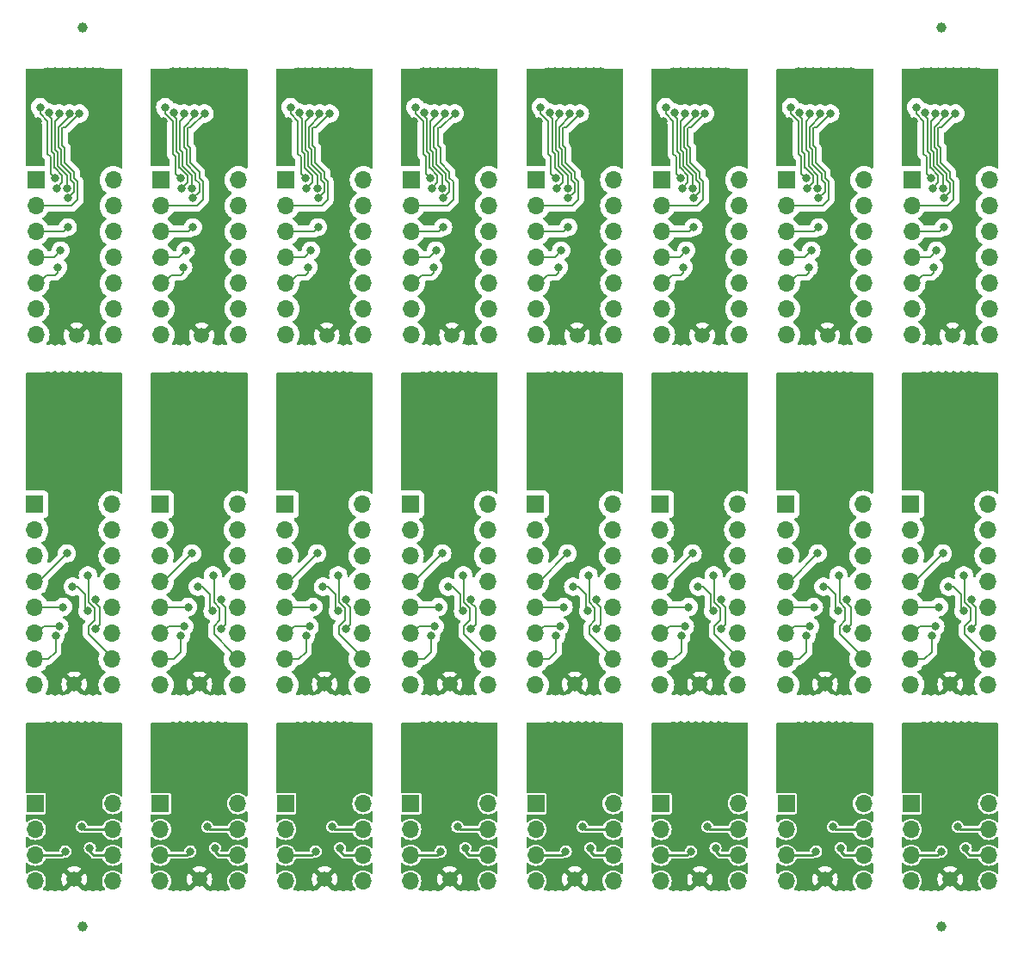
<source format=gbl>
%TF.GenerationSoftware,KiCad,Pcbnew,8.0.5*%
%TF.CreationDate,2024-12-01T20:05:21-08:00*%
%TF.ProjectId,soic,736f6963-2e6b-4696-9361-645f70636258,rev?*%
%TF.SameCoordinates,Original*%
%TF.FileFunction,Copper,L2,Bot*%
%TF.FilePolarity,Positive*%
%FSLAX46Y46*%
G04 Gerber Fmt 4.6, Leading zero omitted, Abs format (unit mm)*
G04 Created by KiCad (PCBNEW 8.0.5) date 2024-12-01 20:05:21*
%MOMM*%
%LPD*%
G01*
G04 APERTURE LIST*
%TA.AperFunction,ComponentPad*%
%ADD10O,1.700000X1.700000*%
%TD*%
%TA.AperFunction,ComponentPad*%
%ADD11R,1.700000X1.700000*%
%TD*%
%TA.AperFunction,ComponentPad*%
%ADD12C,1.500000*%
%TD*%
%TA.AperFunction,SMDPad,CuDef*%
%ADD13C,1.000000*%
%TD*%
%TA.AperFunction,ViaPad*%
%ADD14C,0.800000*%
%TD*%
%TA.AperFunction,Conductor*%
%ADD15C,0.150000*%
%TD*%
%TA.AperFunction,Conductor*%
%ADD16C,0.250000*%
%TD*%
G04 APERTURE END LIST*
D10*
%TO.P,J2,1,Pin_1*%
%TO.N,Board_15-Net-(J2-Pin_1)*%
X120579000Y-76619200D03*
%TO.P,J2,2,Pin_2*%
%TO.N,Board_15-Net-(J2-Pin_2)*%
X120579000Y-74079200D03*
%TO.P,J2,3,Pin_3*%
%TO.N,Board_15-Net-(J2-Pin_3)*%
X120579000Y-71539200D03*
%TO.P,J2,4,Pin_4*%
%TO.N,Board_15-Net-(J2-Pin_4)*%
X120579000Y-68999200D03*
%TO.P,J2,5,Pin_5*%
%TO.N,Board_15-Net-(J2-Pin_5)*%
X120579000Y-66459200D03*
%TO.P,J2,6,Pin_6*%
%TO.N,Board_15-Net-(J2-Pin_6)*%
X120579000Y-63919200D03*
%TO.P,J2,7,Pin_7*%
%TO.N,Board_15-Net-(J2-Pin_7)*%
X120579000Y-61379200D03*
%TD*%
%TO.P,J2,1,Pin_1*%
%TO.N,Board_9-Net-(J2-Pin_1)*%
X95954200Y-76619200D03*
%TO.P,J2,2,Pin_2*%
%TO.N,Board_9-Net-(J2-Pin_2)*%
X95954200Y-74079200D03*
%TO.P,J2,3,Pin_3*%
%TO.N,Board_9-Net-(J2-Pin_3)*%
X95954200Y-71539200D03*
%TO.P,J2,4,Pin_4*%
%TO.N,Board_9-Net-(J2-Pin_4)*%
X95954200Y-68999200D03*
%TO.P,J2,5,Pin_5*%
%TO.N,Board_9-Net-(J2-Pin_5)*%
X95954200Y-66459200D03*
%TO.P,J2,6,Pin_6*%
%TO.N,Board_9-Net-(J2-Pin_6)*%
X95954200Y-63919200D03*
%TO.P,J2,7,Pin_7*%
%TO.N,Board_9-Net-(J2-Pin_7)*%
X95954200Y-61379200D03*
%TD*%
D11*
%TO.P,J4,1,Pin_1*%
%TO.N,Board_22-Net-(J4-Pin_1)*%
X137482200Y-93301000D03*
D10*
%TO.P,J4,2,Pin_2*%
%TO.N,Board_22-Net-(J4-Pin_2)*%
X137482200Y-95841000D03*
%TO.P,J4,3,Pin_3*%
%TO.N,Board_22-Net-(J4-Pin_3)*%
X137482200Y-98381000D03*
%TO.P,J4,4,Pin_4*%
%TO.N,Board_22-Net-(J4-Pin_4)*%
X137482200Y-100921000D03*
%TO.P,J4,5,Pin_5*%
%TO.N,Board_22-Net-(J4-Pin_5)*%
X137482200Y-103461000D03*
%TO.P,J4,6,Pin_6*%
%TO.N,Board_22-Net-(J4-Pin_6)*%
X137482200Y-106001000D03*
%TO.P,J4,7,Pin_7*%
%TO.N,Board_22-Net-(J4-Pin_7)*%
X137482200Y-108541000D03*
%TO.P,J4,8,Pin_8*%
%TO.N,Board_22-Net-(J4-Pin_8)*%
X137482200Y-111081000D03*
%TD*%
D11*
%TO.P,J4,1,Pin_1*%
%TO.N,Board_4-Net-(J4-Pin_1)*%
X63607800Y-93301000D03*
D10*
%TO.P,J4,2,Pin_2*%
%TO.N,Board_4-Net-(J4-Pin_2)*%
X63607800Y-95841000D03*
%TO.P,J4,3,Pin_3*%
%TO.N,Board_4-Net-(J4-Pin_3)*%
X63607800Y-98381000D03*
%TO.P,J4,4,Pin_4*%
%TO.N,Board_4-Net-(J4-Pin_4)*%
X63607800Y-100921000D03*
%TO.P,J4,5,Pin_5*%
%TO.N,Board_4-Net-(J4-Pin_5)*%
X63607800Y-103461000D03*
%TO.P,J4,6,Pin_6*%
%TO.N,Board_4-Net-(J4-Pin_6)*%
X63607800Y-106001000D03*
%TO.P,J4,7,Pin_7*%
%TO.N,Board_4-Net-(J4-Pin_7)*%
X63607800Y-108541000D03*
%TO.P,J4,8,Pin_8*%
%TO.N,Board_4-Net-(J4-Pin_8)*%
X63607800Y-111081000D03*
%TD*%
D11*
%TO.P,J1,1,Pin_1*%
%TO.N,Board_9-Net-(J1-Pin_1)*%
X88334200Y-61374200D03*
D10*
%TO.P,J1,2,Pin_2*%
%TO.N,Board_9-Net-(J1-Pin_2)*%
X88334200Y-63914200D03*
%TO.P,J1,3,Pin_3*%
%TO.N,Board_9-Net-(J1-Pin_3)*%
X88334200Y-66454200D03*
%TO.P,J1,4,Pin_4*%
%TO.N,Board_9-Net-(J1-Pin_4)*%
X88334200Y-68994200D03*
%TO.P,J1,5,Pin_5*%
%TO.N,Board_9-Net-(J1-Pin_5)*%
X88334200Y-71534200D03*
%TO.P,J1,6,Pin_6*%
%TO.N,Board_9-Net-(J1-Pin_6)*%
X88334200Y-74074200D03*
%TO.P,J1,7,Pin_7*%
%TO.N,Board_9-Net-(J1-Pin_7)*%
X88334200Y-76614200D03*
%TD*%
%TO.P,J5,1,Pin_1*%
%TO.N,Board_13-Net-(J5-Pin_1)*%
X108165000Y-111081000D03*
%TO.P,J5,2,Pin_2*%
%TO.N,Board_13-Net-(J5-Pin_2)*%
X108165000Y-108541000D03*
%TO.P,J5,3,Pin_3*%
%TO.N,Board_13-Net-(J5-Pin_3)*%
X108165000Y-106001000D03*
%TO.P,J5,4,Pin_4*%
%TO.N,Board_13-Net-(J5-Pin_4)*%
X108165000Y-103461000D03*
%TO.P,J5,5,Pin_5*%
%TO.N,Board_13-Net-(J5-Pin_5)*%
X108165000Y-100921000D03*
%TO.P,J5,6,Pin_6*%
%TO.N,Board_13-Net-(J5-Pin_6)*%
X108165000Y-98381000D03*
%TO.P,J5,7,Pin_7*%
%TO.N,Board_13-Net-(J5-Pin_7)*%
X108165000Y-95841000D03*
%TO.P,J5,8,Pin_8*%
%TO.N,Board_13-Net-(J5-Pin_8)*%
X108165000Y-93301000D03*
%TD*%
D12*
%TO.P,J7,1,Pin_1*%
%TO.N,Board_11-/GND3*%
X92118800Y-130197600D03*
%TD*%
D10*
%TO.P,J8,1,Pin_1*%
%TO.N,Board_17-Net-(J8-Pin_1)*%
X120528100Y-122755400D03*
%TO.P,J8,2,Pin_2*%
%TO.N,Board_17-Net-(J8-Pin_2)*%
X120528100Y-125295400D03*
%TO.P,J8,3,Pin_3*%
%TO.N,Board_17-Net-(J8-Pin_3)*%
X120528100Y-127835400D03*
%TO.P,J8,4,Pin_4*%
%TO.N,Board_17-Net-(J8-Pin_4)*%
X120528100Y-130375400D03*
%TD*%
%TO.P,J5,1,Pin_1*%
%TO.N,Board_1-Net-(J5-Pin_1)*%
X58915400Y-111081000D03*
%TO.P,J5,2,Pin_2*%
%TO.N,Board_1-Net-(J5-Pin_2)*%
X58915400Y-108541000D03*
%TO.P,J5,3,Pin_3*%
%TO.N,Board_1-Net-(J5-Pin_3)*%
X58915400Y-106001000D03*
%TO.P,J5,4,Pin_4*%
%TO.N,Board_1-Net-(J5-Pin_4)*%
X58915400Y-103461000D03*
%TO.P,J5,5,Pin_5*%
%TO.N,Board_1-Net-(J5-Pin_5)*%
X58915400Y-100921000D03*
%TO.P,J5,6,Pin_6*%
%TO.N,Board_1-Net-(J5-Pin_6)*%
X58915400Y-98381000D03*
%TO.P,J5,7,Pin_7*%
%TO.N,Board_1-Net-(J5-Pin_7)*%
X58915400Y-95841000D03*
%TO.P,J5,8,Pin_8*%
%TO.N,Board_1-Net-(J5-Pin_8)*%
X58915400Y-93301000D03*
%TD*%
%TO.P,J5,1,Pin_1*%
%TO.N,Board_22-Net-(J5-Pin_1)*%
X145102200Y-111081000D03*
%TO.P,J5,2,Pin_2*%
%TO.N,Board_22-Net-(J5-Pin_2)*%
X145102200Y-108541000D03*
%TO.P,J5,3,Pin_3*%
%TO.N,Board_22-Net-(J5-Pin_3)*%
X145102200Y-106001000D03*
%TO.P,J5,4,Pin_4*%
%TO.N,Board_22-Net-(J5-Pin_4)*%
X145102200Y-103461000D03*
%TO.P,J5,5,Pin_5*%
%TO.N,Board_22-Net-(J5-Pin_5)*%
X145102200Y-100921000D03*
%TO.P,J5,6,Pin_6*%
%TO.N,Board_22-Net-(J5-Pin_6)*%
X145102200Y-98381000D03*
%TO.P,J5,7,Pin_7*%
%TO.N,Board_22-Net-(J5-Pin_7)*%
X145102200Y-95841000D03*
%TO.P,J5,8,Pin_8*%
%TO.N,Board_22-Net-(J5-Pin_8)*%
X145102200Y-93301000D03*
%TD*%
D12*
%TO.P,J7,1,Pin_1*%
%TO.N,Board_14-/GND3*%
X104431200Y-130197600D03*
%TD*%
%TO.P,J3,1,Pin_1*%
%TO.N,Board_21-/GND1*%
X141597000Y-76670000D03*
%TD*%
%TO.P,J3,1,Pin_1*%
%TO.N,Board_9-/GND1*%
X92347400Y-76670000D03*
%TD*%
D11*
%TO.P,J1,1,Pin_1*%
%TO.N,Board_18-Net-(J1-Pin_1)*%
X125271400Y-61374200D03*
D10*
%TO.P,J1,2,Pin_2*%
%TO.N,Board_18-Net-(J1-Pin_2)*%
X125271400Y-63914200D03*
%TO.P,J1,3,Pin_3*%
%TO.N,Board_18-Net-(J1-Pin_3)*%
X125271400Y-66454200D03*
%TO.P,J1,4,Pin_4*%
%TO.N,Board_18-Net-(J1-Pin_4)*%
X125271400Y-68994200D03*
%TO.P,J1,5,Pin_5*%
%TO.N,Board_18-Net-(J1-Pin_5)*%
X125271400Y-71534200D03*
%TO.P,J1,6,Pin_6*%
%TO.N,Board_18-Net-(J1-Pin_6)*%
X125271400Y-74074200D03*
%TO.P,J1,7,Pin_7*%
%TO.N,Board_18-Net-(J1-Pin_7)*%
X125271400Y-76614200D03*
%TD*%
%TO.P,J2,1,Pin_1*%
%TO.N,Board_21-Net-(J2-Pin_1)*%
X145203800Y-76619200D03*
%TO.P,J2,2,Pin_2*%
%TO.N,Board_21-Net-(J2-Pin_2)*%
X145203800Y-74079200D03*
%TO.P,J2,3,Pin_3*%
%TO.N,Board_21-Net-(J2-Pin_3)*%
X145203800Y-71539200D03*
%TO.P,J2,4,Pin_4*%
%TO.N,Board_21-Net-(J2-Pin_4)*%
X145203800Y-68999200D03*
%TO.P,J2,5,Pin_5*%
%TO.N,Board_21-Net-(J2-Pin_5)*%
X145203800Y-66459200D03*
%TO.P,J2,6,Pin_6*%
%TO.N,Board_21-Net-(J2-Pin_6)*%
X145203800Y-63919200D03*
%TO.P,J2,7,Pin_7*%
%TO.N,Board_21-Net-(J2-Pin_7)*%
X145203800Y-61379200D03*
%TD*%
D11*
%TO.P,J1,1,Pin_1*%
%TO.N,Board_6-Net-(J1-Pin_1)*%
X76021800Y-61374200D03*
D10*
%TO.P,J1,2,Pin_2*%
%TO.N,Board_6-Net-(J1-Pin_2)*%
X76021800Y-63914200D03*
%TO.P,J1,3,Pin_3*%
%TO.N,Board_6-Net-(J1-Pin_3)*%
X76021800Y-66454200D03*
%TO.P,J1,4,Pin_4*%
%TO.N,Board_6-Net-(J1-Pin_4)*%
X76021800Y-68994200D03*
%TO.P,J1,5,Pin_5*%
%TO.N,Board_6-Net-(J1-Pin_5)*%
X76021800Y-71534200D03*
%TO.P,J1,6,Pin_6*%
%TO.N,Board_6-Net-(J1-Pin_6)*%
X76021800Y-74074200D03*
%TO.P,J1,7,Pin_7*%
%TO.N,Board_6-Net-(J1-Pin_7)*%
X76021800Y-76614200D03*
%TD*%
D11*
%TO.P,J4,1,Pin_1*%
%TO.N,Board_10-Net-(J4-Pin_1)*%
X88232600Y-93301000D03*
D10*
%TO.P,J4,2,Pin_2*%
%TO.N,Board_10-Net-(J4-Pin_2)*%
X88232600Y-95841000D03*
%TO.P,J4,3,Pin_3*%
%TO.N,Board_10-Net-(J4-Pin_3)*%
X88232600Y-98381000D03*
%TO.P,J4,4,Pin_4*%
%TO.N,Board_10-Net-(J4-Pin_4)*%
X88232600Y-100921000D03*
%TO.P,J4,5,Pin_5*%
%TO.N,Board_10-Net-(J4-Pin_5)*%
X88232600Y-103461000D03*
%TO.P,J4,6,Pin_6*%
%TO.N,Board_10-Net-(J4-Pin_6)*%
X88232600Y-106001000D03*
%TO.P,J4,7,Pin_7*%
%TO.N,Board_10-Net-(J4-Pin_7)*%
X88232600Y-108541000D03*
%TO.P,J4,8,Pin_8*%
%TO.N,Board_10-Net-(J4-Pin_8)*%
X88232600Y-111081000D03*
%TD*%
%TO.P,J8,1,Pin_1*%
%TO.N,Board_20-Net-(J8-Pin_1)*%
X132840500Y-122755400D03*
%TO.P,J8,2,Pin_2*%
%TO.N,Board_20-Net-(J8-Pin_2)*%
X132840500Y-125295400D03*
%TO.P,J8,3,Pin_3*%
%TO.N,Board_20-Net-(J8-Pin_3)*%
X132840500Y-127835400D03*
%TO.P,J8,4,Pin_4*%
%TO.N,Board_20-Net-(J8-Pin_4)*%
X132840500Y-130375400D03*
%TD*%
D11*
%TO.P,J1,1,Pin_1*%
%TO.N,Board_0-Net-(J1-Pin_1)*%
X51397000Y-61374200D03*
D10*
%TO.P,J1,2,Pin_2*%
%TO.N,Board_0-Net-(J1-Pin_2)*%
X51397000Y-63914200D03*
%TO.P,J1,3,Pin_3*%
%TO.N,Board_0-Net-(J1-Pin_3)*%
X51397000Y-66454200D03*
%TO.P,J1,4,Pin_4*%
%TO.N,Board_0-Net-(J1-Pin_4)*%
X51397000Y-68994200D03*
%TO.P,J1,5,Pin_5*%
%TO.N,Board_0-Net-(J1-Pin_5)*%
X51397000Y-71534200D03*
%TO.P,J1,6,Pin_6*%
%TO.N,Board_0-Net-(J1-Pin_6)*%
X51397000Y-74074200D03*
%TO.P,J1,7,Pin_7*%
%TO.N,Board_0-Net-(J1-Pin_7)*%
X51397000Y-76614200D03*
%TD*%
D12*
%TO.P,J7,1,Pin_1*%
%TO.N,Board_2-/GND3*%
X55181600Y-130197600D03*
%TD*%
D10*
%TO.P,J8,1,Pin_1*%
%TO.N,Board_2-Net-(J8-Pin_1)*%
X58966100Y-122755400D03*
%TO.P,J8,2,Pin_2*%
%TO.N,Board_2-Net-(J8-Pin_2)*%
X58966100Y-125295400D03*
%TO.P,J8,3,Pin_3*%
%TO.N,Board_2-Net-(J8-Pin_3)*%
X58966100Y-127835400D03*
%TO.P,J8,4,Pin_4*%
%TO.N,Board_2-Net-(J8-Pin_4)*%
X58966100Y-130375400D03*
%TD*%
%TO.P,J5,1,Pin_1*%
%TO.N,Board_10-Net-(J5-Pin_1)*%
X95852600Y-111081000D03*
%TO.P,J5,2,Pin_2*%
%TO.N,Board_10-Net-(J5-Pin_2)*%
X95852600Y-108541000D03*
%TO.P,J5,3,Pin_3*%
%TO.N,Board_10-Net-(J5-Pin_3)*%
X95852600Y-106001000D03*
%TO.P,J5,4,Pin_4*%
%TO.N,Board_10-Net-(J5-Pin_4)*%
X95852600Y-103461000D03*
%TO.P,J5,5,Pin_5*%
%TO.N,Board_10-Net-(J5-Pin_5)*%
X95852600Y-100921000D03*
%TO.P,J5,6,Pin_6*%
%TO.N,Board_10-Net-(J5-Pin_6)*%
X95852600Y-98381000D03*
%TO.P,J5,7,Pin_7*%
%TO.N,Board_10-Net-(J5-Pin_7)*%
X95852600Y-95841000D03*
%TO.P,J5,8,Pin_8*%
%TO.N,Board_10-Net-(J5-Pin_8)*%
X95852600Y-93301000D03*
%TD*%
D11*
%TO.P,J9,1,Pin_1*%
%TO.N,Board_5-Net-(J9-Pin_1)*%
X63658500Y-122755400D03*
D10*
%TO.P,J9,2,Pin_2*%
%TO.N,Board_5-Net-(J9-Pin_2)*%
X63658500Y-125295400D03*
%TO.P,J9,3,Pin_3*%
%TO.N,Board_5-Net-(J9-Pin_3)*%
X63658500Y-127835400D03*
%TO.P,J9,4,Pin_4*%
%TO.N,Board_5-Net-(J9-Pin_4)*%
X63658500Y-130375400D03*
%TD*%
D12*
%TO.P,J6,1,Pin_1*%
%TO.N,Board_13-/GND2*%
X104431200Y-111004800D03*
%TD*%
D10*
%TO.P,J5,1,Pin_1*%
%TO.N,Board_19-Net-(J5-Pin_1)*%
X132789800Y-111081000D03*
%TO.P,J5,2,Pin_2*%
%TO.N,Board_19-Net-(J5-Pin_2)*%
X132789800Y-108541000D03*
%TO.P,J5,3,Pin_3*%
%TO.N,Board_19-Net-(J5-Pin_3)*%
X132789800Y-106001000D03*
%TO.P,J5,4,Pin_4*%
%TO.N,Board_19-Net-(J5-Pin_4)*%
X132789800Y-103461000D03*
%TO.P,J5,5,Pin_5*%
%TO.N,Board_19-Net-(J5-Pin_5)*%
X132789800Y-100921000D03*
%TO.P,J5,6,Pin_6*%
%TO.N,Board_19-Net-(J5-Pin_6)*%
X132789800Y-98381000D03*
%TO.P,J5,7,Pin_7*%
%TO.N,Board_19-Net-(J5-Pin_7)*%
X132789800Y-95841000D03*
%TO.P,J5,8,Pin_8*%
%TO.N,Board_19-Net-(J5-Pin_8)*%
X132789800Y-93301000D03*
%TD*%
%TO.P,J8,1,Pin_1*%
%TO.N,Board_14-Net-(J8-Pin_1)*%
X108215700Y-122755400D03*
%TO.P,J8,2,Pin_2*%
%TO.N,Board_14-Net-(J8-Pin_2)*%
X108215700Y-125295400D03*
%TO.P,J8,3,Pin_3*%
%TO.N,Board_14-Net-(J8-Pin_3)*%
X108215700Y-127835400D03*
%TO.P,J8,4,Pin_4*%
%TO.N,Board_14-Net-(J8-Pin_4)*%
X108215700Y-130375400D03*
%TD*%
D11*
%TO.P,J1,1,Pin_1*%
%TO.N,Board_3-Net-(J1-Pin_1)*%
X63709400Y-61374200D03*
D10*
%TO.P,J1,2,Pin_2*%
%TO.N,Board_3-Net-(J1-Pin_2)*%
X63709400Y-63914200D03*
%TO.P,J1,3,Pin_3*%
%TO.N,Board_3-Net-(J1-Pin_3)*%
X63709400Y-66454200D03*
%TO.P,J1,4,Pin_4*%
%TO.N,Board_3-Net-(J1-Pin_4)*%
X63709400Y-68994200D03*
%TO.P,J1,5,Pin_5*%
%TO.N,Board_3-Net-(J1-Pin_5)*%
X63709400Y-71534200D03*
%TO.P,J1,6,Pin_6*%
%TO.N,Board_3-Net-(J1-Pin_6)*%
X63709400Y-74074200D03*
%TO.P,J1,7,Pin_7*%
%TO.N,Board_3-Net-(J1-Pin_7)*%
X63709400Y-76614200D03*
%TD*%
D12*
%TO.P,J6,1,Pin_1*%
%TO.N,Board_16-/GND2*%
X116743600Y-111004800D03*
%TD*%
%TO.P,J3,1,Pin_1*%
%TO.N,Board_3-/GND1*%
X67722600Y-76670000D03*
%TD*%
D10*
%TO.P,J2,1,Pin_1*%
%TO.N,Board_0-Net-(J2-Pin_1)*%
X59017000Y-76619200D03*
%TO.P,J2,2,Pin_2*%
%TO.N,Board_0-Net-(J2-Pin_2)*%
X59017000Y-74079200D03*
%TO.P,J2,3,Pin_3*%
%TO.N,Board_0-Net-(J2-Pin_3)*%
X59017000Y-71539200D03*
%TO.P,J2,4,Pin_4*%
%TO.N,Board_0-Net-(J2-Pin_4)*%
X59017000Y-68999200D03*
%TO.P,J2,5,Pin_5*%
%TO.N,Board_0-Net-(J2-Pin_5)*%
X59017000Y-66459200D03*
%TO.P,J2,6,Pin_6*%
%TO.N,Board_0-Net-(J2-Pin_6)*%
X59017000Y-63919200D03*
%TO.P,J2,7,Pin_7*%
%TO.N,Board_0-Net-(J2-Pin_7)*%
X59017000Y-61379200D03*
%TD*%
D12*
%TO.P,J7,1,Pin_1*%
%TO.N,Board_8-/GND3*%
X79806400Y-130197600D03*
%TD*%
%TO.P,J7,1,Pin_1*%
%TO.N,Board_5-/GND3*%
X67494000Y-130197600D03*
%TD*%
D10*
%TO.P,J8,1,Pin_1*%
%TO.N,Board_5-Net-(J8-Pin_1)*%
X71278500Y-122755400D03*
%TO.P,J8,2,Pin_2*%
%TO.N,Board_5-Net-(J8-Pin_2)*%
X71278500Y-125295400D03*
%TO.P,J8,3,Pin_3*%
%TO.N,Board_5-Net-(J8-Pin_3)*%
X71278500Y-127835400D03*
%TO.P,J8,4,Pin_4*%
%TO.N,Board_5-Net-(J8-Pin_4)*%
X71278500Y-130375400D03*
%TD*%
D12*
%TO.P,J6,1,Pin_1*%
%TO.N,Board_1-/GND2*%
X55181600Y-111004800D03*
%TD*%
D10*
%TO.P,J8,1,Pin_1*%
%TO.N,Board_11-Net-(J8-Pin_1)*%
X95903300Y-122755400D03*
%TO.P,J8,2,Pin_2*%
%TO.N,Board_11-Net-(J8-Pin_2)*%
X95903300Y-125295400D03*
%TO.P,J8,3,Pin_3*%
%TO.N,Board_11-Net-(J8-Pin_3)*%
X95903300Y-127835400D03*
%TO.P,J8,4,Pin_4*%
%TO.N,Board_11-Net-(J8-Pin_4)*%
X95903300Y-130375400D03*
%TD*%
D12*
%TO.P,J6,1,Pin_1*%
%TO.N,Board_19-/GND2*%
X129056000Y-111004800D03*
%TD*%
D10*
%TO.P,J2,1,Pin_1*%
%TO.N,Board_18-Net-(J2-Pin_1)*%
X132891400Y-76619200D03*
%TO.P,J2,2,Pin_2*%
%TO.N,Board_18-Net-(J2-Pin_2)*%
X132891400Y-74079200D03*
%TO.P,J2,3,Pin_3*%
%TO.N,Board_18-Net-(J2-Pin_3)*%
X132891400Y-71539200D03*
%TO.P,J2,4,Pin_4*%
%TO.N,Board_18-Net-(J2-Pin_4)*%
X132891400Y-68999200D03*
%TO.P,J2,5,Pin_5*%
%TO.N,Board_18-Net-(J2-Pin_5)*%
X132891400Y-66459200D03*
%TO.P,J2,6,Pin_6*%
%TO.N,Board_18-Net-(J2-Pin_6)*%
X132891400Y-63919200D03*
%TO.P,J2,7,Pin_7*%
%TO.N,Board_18-Net-(J2-Pin_7)*%
X132891400Y-61379200D03*
%TD*%
D12*
%TO.P,J6,1,Pin_1*%
%TO.N,Board_7-/GND2*%
X79806400Y-111004800D03*
%TD*%
D10*
%TO.P,J8,1,Pin_1*%
%TO.N,Board_23-Net-(J8-Pin_1)*%
X145152900Y-122755400D03*
%TO.P,J8,2,Pin_2*%
%TO.N,Board_23-Net-(J8-Pin_2)*%
X145152900Y-125295400D03*
%TO.P,J8,3,Pin_3*%
%TO.N,Board_23-Net-(J8-Pin_3)*%
X145152900Y-127835400D03*
%TO.P,J8,4,Pin_4*%
%TO.N,Board_23-Net-(J8-Pin_4)*%
X145152900Y-130375400D03*
%TD*%
D11*
%TO.P,J9,1,Pin_1*%
%TO.N,Board_8-Net-(J9-Pin_1)*%
X75970900Y-122755400D03*
D10*
%TO.P,J9,2,Pin_2*%
%TO.N,Board_8-Net-(J9-Pin_2)*%
X75970900Y-125295400D03*
%TO.P,J9,3,Pin_3*%
%TO.N,Board_8-Net-(J9-Pin_3)*%
X75970900Y-127835400D03*
%TO.P,J9,4,Pin_4*%
%TO.N,Board_8-Net-(J9-Pin_4)*%
X75970900Y-130375400D03*
%TD*%
D11*
%TO.P,J4,1,Pin_1*%
%TO.N,Board_19-Net-(J4-Pin_1)*%
X125169800Y-93301000D03*
D10*
%TO.P,J4,2,Pin_2*%
%TO.N,Board_19-Net-(J4-Pin_2)*%
X125169800Y-95841000D03*
%TO.P,J4,3,Pin_3*%
%TO.N,Board_19-Net-(J4-Pin_3)*%
X125169800Y-98381000D03*
%TO.P,J4,4,Pin_4*%
%TO.N,Board_19-Net-(J4-Pin_4)*%
X125169800Y-100921000D03*
%TO.P,J4,5,Pin_5*%
%TO.N,Board_19-Net-(J4-Pin_5)*%
X125169800Y-103461000D03*
%TO.P,J4,6,Pin_6*%
%TO.N,Board_19-Net-(J4-Pin_6)*%
X125169800Y-106001000D03*
%TO.P,J4,7,Pin_7*%
%TO.N,Board_19-Net-(J4-Pin_7)*%
X125169800Y-108541000D03*
%TO.P,J4,8,Pin_8*%
%TO.N,Board_19-Net-(J4-Pin_8)*%
X125169800Y-111081000D03*
%TD*%
%TO.P,J2,1,Pin_1*%
%TO.N,Board_12-Net-(J2-Pin_1)*%
X108266600Y-76619200D03*
%TO.P,J2,2,Pin_2*%
%TO.N,Board_12-Net-(J2-Pin_2)*%
X108266600Y-74079200D03*
%TO.P,J2,3,Pin_3*%
%TO.N,Board_12-Net-(J2-Pin_3)*%
X108266600Y-71539200D03*
%TO.P,J2,4,Pin_4*%
%TO.N,Board_12-Net-(J2-Pin_4)*%
X108266600Y-68999200D03*
%TO.P,J2,5,Pin_5*%
%TO.N,Board_12-Net-(J2-Pin_5)*%
X108266600Y-66459200D03*
%TO.P,J2,6,Pin_6*%
%TO.N,Board_12-Net-(J2-Pin_6)*%
X108266600Y-63919200D03*
%TO.P,J2,7,Pin_7*%
%TO.N,Board_12-Net-(J2-Pin_7)*%
X108266600Y-61379200D03*
%TD*%
D12*
%TO.P,J3,1,Pin_1*%
%TO.N,Board_12-/GND1*%
X104659800Y-76670000D03*
%TD*%
D10*
%TO.P,J5,1,Pin_1*%
%TO.N,Board_4-Net-(J5-Pin_1)*%
X71227800Y-111081000D03*
%TO.P,J5,2,Pin_2*%
%TO.N,Board_4-Net-(J5-Pin_2)*%
X71227800Y-108541000D03*
%TO.P,J5,3,Pin_3*%
%TO.N,Board_4-Net-(J5-Pin_3)*%
X71227800Y-106001000D03*
%TO.P,J5,4,Pin_4*%
%TO.N,Board_4-Net-(J5-Pin_4)*%
X71227800Y-103461000D03*
%TO.P,J5,5,Pin_5*%
%TO.N,Board_4-Net-(J5-Pin_5)*%
X71227800Y-100921000D03*
%TO.P,J5,6,Pin_6*%
%TO.N,Board_4-Net-(J5-Pin_6)*%
X71227800Y-98381000D03*
%TO.P,J5,7,Pin_7*%
%TO.N,Board_4-Net-(J5-Pin_7)*%
X71227800Y-95841000D03*
%TO.P,J5,8,Pin_8*%
%TO.N,Board_4-Net-(J5-Pin_8)*%
X71227800Y-93301000D03*
%TD*%
%TO.P,J8,1,Pin_1*%
%TO.N,Board_8-Net-(J8-Pin_1)*%
X83590900Y-122755400D03*
%TO.P,J8,2,Pin_2*%
%TO.N,Board_8-Net-(J8-Pin_2)*%
X83590900Y-125295400D03*
%TO.P,J8,3,Pin_3*%
%TO.N,Board_8-Net-(J8-Pin_3)*%
X83590900Y-127835400D03*
%TO.P,J8,4,Pin_4*%
%TO.N,Board_8-Net-(J8-Pin_4)*%
X83590900Y-130375400D03*
%TD*%
D12*
%TO.P,J3,1,Pin_1*%
%TO.N,Board_18-/GND1*%
X129284600Y-76670000D03*
%TD*%
D10*
%TO.P,J2,1,Pin_1*%
%TO.N,Board_3-Net-(J2-Pin_1)*%
X71329400Y-76619200D03*
%TO.P,J2,2,Pin_2*%
%TO.N,Board_3-Net-(J2-Pin_2)*%
X71329400Y-74079200D03*
%TO.P,J2,3,Pin_3*%
%TO.N,Board_3-Net-(J2-Pin_3)*%
X71329400Y-71539200D03*
%TO.P,J2,4,Pin_4*%
%TO.N,Board_3-Net-(J2-Pin_4)*%
X71329400Y-68999200D03*
%TO.P,J2,5,Pin_5*%
%TO.N,Board_3-Net-(J2-Pin_5)*%
X71329400Y-66459200D03*
%TO.P,J2,6,Pin_6*%
%TO.N,Board_3-Net-(J2-Pin_6)*%
X71329400Y-63919200D03*
%TO.P,J2,7,Pin_7*%
%TO.N,Board_3-Net-(J2-Pin_7)*%
X71329400Y-61379200D03*
%TD*%
D12*
%TO.P,J6,1,Pin_1*%
%TO.N,Board_22-/GND2*%
X141368400Y-111004800D03*
%TD*%
D11*
%TO.P,J4,1,Pin_1*%
%TO.N,Board_16-Net-(J4-Pin_1)*%
X112857400Y-93301000D03*
D10*
%TO.P,J4,2,Pin_2*%
%TO.N,Board_16-Net-(J4-Pin_2)*%
X112857400Y-95841000D03*
%TO.P,J4,3,Pin_3*%
%TO.N,Board_16-Net-(J4-Pin_3)*%
X112857400Y-98381000D03*
%TO.P,J4,4,Pin_4*%
%TO.N,Board_16-Net-(J4-Pin_4)*%
X112857400Y-100921000D03*
%TO.P,J4,5,Pin_5*%
%TO.N,Board_16-Net-(J4-Pin_5)*%
X112857400Y-103461000D03*
%TO.P,J4,6,Pin_6*%
%TO.N,Board_16-Net-(J4-Pin_6)*%
X112857400Y-106001000D03*
%TO.P,J4,7,Pin_7*%
%TO.N,Board_16-Net-(J4-Pin_7)*%
X112857400Y-108541000D03*
%TO.P,J4,8,Pin_8*%
%TO.N,Board_16-Net-(J4-Pin_8)*%
X112857400Y-111081000D03*
%TD*%
D11*
%TO.P,J4,1,Pin_1*%
%TO.N,Board_7-Net-(J4-Pin_1)*%
X75920200Y-93301000D03*
D10*
%TO.P,J4,2,Pin_2*%
%TO.N,Board_7-Net-(J4-Pin_2)*%
X75920200Y-95841000D03*
%TO.P,J4,3,Pin_3*%
%TO.N,Board_7-Net-(J4-Pin_3)*%
X75920200Y-98381000D03*
%TO.P,J4,4,Pin_4*%
%TO.N,Board_7-Net-(J4-Pin_4)*%
X75920200Y-100921000D03*
%TO.P,J4,5,Pin_5*%
%TO.N,Board_7-Net-(J4-Pin_5)*%
X75920200Y-103461000D03*
%TO.P,J4,6,Pin_6*%
%TO.N,Board_7-Net-(J4-Pin_6)*%
X75920200Y-106001000D03*
%TO.P,J4,7,Pin_7*%
%TO.N,Board_7-Net-(J4-Pin_7)*%
X75920200Y-108541000D03*
%TO.P,J4,8,Pin_8*%
%TO.N,Board_7-Net-(J4-Pin_8)*%
X75920200Y-111081000D03*
%TD*%
D11*
%TO.P,J9,1,Pin_1*%
%TO.N,Board_11-Net-(J9-Pin_1)*%
X88283300Y-122755400D03*
D10*
%TO.P,J9,2,Pin_2*%
%TO.N,Board_11-Net-(J9-Pin_2)*%
X88283300Y-125295400D03*
%TO.P,J9,3,Pin_3*%
%TO.N,Board_11-Net-(J9-Pin_3)*%
X88283300Y-127835400D03*
%TO.P,J9,4,Pin_4*%
%TO.N,Board_11-Net-(J9-Pin_4)*%
X88283300Y-130375400D03*
%TD*%
D12*
%TO.P,J3,1,Pin_1*%
%TO.N,Board_0-/GND1*%
X55410200Y-76670000D03*
%TD*%
D11*
%TO.P,J4,1,Pin_1*%
%TO.N,Board_13-Net-(J4-Pin_1)*%
X100545000Y-93301000D03*
D10*
%TO.P,J4,2,Pin_2*%
%TO.N,Board_13-Net-(J4-Pin_2)*%
X100545000Y-95841000D03*
%TO.P,J4,3,Pin_3*%
%TO.N,Board_13-Net-(J4-Pin_3)*%
X100545000Y-98381000D03*
%TO.P,J4,4,Pin_4*%
%TO.N,Board_13-Net-(J4-Pin_4)*%
X100545000Y-100921000D03*
%TO.P,J4,5,Pin_5*%
%TO.N,Board_13-Net-(J4-Pin_5)*%
X100545000Y-103461000D03*
%TO.P,J4,6,Pin_6*%
%TO.N,Board_13-Net-(J4-Pin_6)*%
X100545000Y-106001000D03*
%TO.P,J4,7,Pin_7*%
%TO.N,Board_13-Net-(J4-Pin_7)*%
X100545000Y-108541000D03*
%TO.P,J4,8,Pin_8*%
%TO.N,Board_13-Net-(J4-Pin_8)*%
X100545000Y-111081000D03*
%TD*%
D12*
%TO.P,J7,1,Pin_1*%
%TO.N,Board_17-/GND3*%
X116743600Y-130197600D03*
%TD*%
D10*
%TO.P,J5,1,Pin_1*%
%TO.N,Board_7-Net-(J5-Pin_1)*%
X83540200Y-111081000D03*
%TO.P,J5,2,Pin_2*%
%TO.N,Board_7-Net-(J5-Pin_2)*%
X83540200Y-108541000D03*
%TO.P,J5,3,Pin_3*%
%TO.N,Board_7-Net-(J5-Pin_3)*%
X83540200Y-106001000D03*
%TO.P,J5,4,Pin_4*%
%TO.N,Board_7-Net-(J5-Pin_4)*%
X83540200Y-103461000D03*
%TO.P,J5,5,Pin_5*%
%TO.N,Board_7-Net-(J5-Pin_5)*%
X83540200Y-100921000D03*
%TO.P,J5,6,Pin_6*%
%TO.N,Board_7-Net-(J5-Pin_6)*%
X83540200Y-98381000D03*
%TO.P,J5,7,Pin_7*%
%TO.N,Board_7-Net-(J5-Pin_7)*%
X83540200Y-95841000D03*
%TO.P,J5,8,Pin_8*%
%TO.N,Board_7-Net-(J5-Pin_8)*%
X83540200Y-93301000D03*
%TD*%
D11*
%TO.P,J1,1,Pin_1*%
%TO.N,Board_15-Net-(J1-Pin_1)*%
X112959000Y-61374200D03*
D10*
%TO.P,J1,2,Pin_2*%
%TO.N,Board_15-Net-(J1-Pin_2)*%
X112959000Y-63914200D03*
%TO.P,J1,3,Pin_3*%
%TO.N,Board_15-Net-(J1-Pin_3)*%
X112959000Y-66454200D03*
%TO.P,J1,4,Pin_4*%
%TO.N,Board_15-Net-(J1-Pin_4)*%
X112959000Y-68994200D03*
%TO.P,J1,5,Pin_5*%
%TO.N,Board_15-Net-(J1-Pin_5)*%
X112959000Y-71534200D03*
%TO.P,J1,6,Pin_6*%
%TO.N,Board_15-Net-(J1-Pin_6)*%
X112959000Y-74074200D03*
%TO.P,J1,7,Pin_7*%
%TO.N,Board_15-Net-(J1-Pin_7)*%
X112959000Y-76614200D03*
%TD*%
D12*
%TO.P,J3,1,Pin_1*%
%TO.N,Board_6-/GND1*%
X80035000Y-76670000D03*
%TD*%
D11*
%TO.P,J1,1,Pin_1*%
%TO.N,Board_21-Net-(J1-Pin_1)*%
X137583800Y-61374200D03*
D10*
%TO.P,J1,2,Pin_2*%
%TO.N,Board_21-Net-(J1-Pin_2)*%
X137583800Y-63914200D03*
%TO.P,J1,3,Pin_3*%
%TO.N,Board_21-Net-(J1-Pin_3)*%
X137583800Y-66454200D03*
%TO.P,J1,4,Pin_4*%
%TO.N,Board_21-Net-(J1-Pin_4)*%
X137583800Y-68994200D03*
%TO.P,J1,5,Pin_5*%
%TO.N,Board_21-Net-(J1-Pin_5)*%
X137583800Y-71534200D03*
%TO.P,J1,6,Pin_6*%
%TO.N,Board_21-Net-(J1-Pin_6)*%
X137583800Y-74074200D03*
%TO.P,J1,7,Pin_7*%
%TO.N,Board_21-Net-(J1-Pin_7)*%
X137583800Y-76614200D03*
%TD*%
D12*
%TO.P,J6,1,Pin_1*%
%TO.N,Board_4-/GND2*%
X67494000Y-111004800D03*
%TD*%
D11*
%TO.P,J9,1,Pin_1*%
%TO.N,Board_2-Net-(J9-Pin_1)*%
X51346100Y-122755400D03*
D10*
%TO.P,J9,2,Pin_2*%
%TO.N,Board_2-Net-(J9-Pin_2)*%
X51346100Y-125295400D03*
%TO.P,J9,3,Pin_3*%
%TO.N,Board_2-Net-(J9-Pin_3)*%
X51346100Y-127835400D03*
%TO.P,J9,4,Pin_4*%
%TO.N,Board_2-Net-(J9-Pin_4)*%
X51346100Y-130375400D03*
%TD*%
D11*
%TO.P,J9,1,Pin_1*%
%TO.N,Board_23-Net-(J9-Pin_1)*%
X137532900Y-122755400D03*
D10*
%TO.P,J9,2,Pin_2*%
%TO.N,Board_23-Net-(J9-Pin_2)*%
X137532900Y-125295400D03*
%TO.P,J9,3,Pin_3*%
%TO.N,Board_23-Net-(J9-Pin_3)*%
X137532900Y-127835400D03*
%TO.P,J9,4,Pin_4*%
%TO.N,Board_23-Net-(J9-Pin_4)*%
X137532900Y-130375400D03*
%TD*%
D11*
%TO.P,J1,1,Pin_1*%
%TO.N,Board_12-Net-(J1-Pin_1)*%
X100646600Y-61374200D03*
D10*
%TO.P,J1,2,Pin_2*%
%TO.N,Board_12-Net-(J1-Pin_2)*%
X100646600Y-63914200D03*
%TO.P,J1,3,Pin_3*%
%TO.N,Board_12-Net-(J1-Pin_3)*%
X100646600Y-66454200D03*
%TO.P,J1,4,Pin_4*%
%TO.N,Board_12-Net-(J1-Pin_4)*%
X100646600Y-68994200D03*
%TO.P,J1,5,Pin_5*%
%TO.N,Board_12-Net-(J1-Pin_5)*%
X100646600Y-71534200D03*
%TO.P,J1,6,Pin_6*%
%TO.N,Board_12-Net-(J1-Pin_6)*%
X100646600Y-74074200D03*
%TO.P,J1,7,Pin_7*%
%TO.N,Board_12-Net-(J1-Pin_7)*%
X100646600Y-76614200D03*
%TD*%
D11*
%TO.P,J9,1,Pin_1*%
%TO.N,Board_20-Net-(J9-Pin_1)*%
X125220500Y-122755400D03*
D10*
%TO.P,J9,2,Pin_2*%
%TO.N,Board_20-Net-(J9-Pin_2)*%
X125220500Y-125295400D03*
%TO.P,J9,3,Pin_3*%
%TO.N,Board_20-Net-(J9-Pin_3)*%
X125220500Y-127835400D03*
%TO.P,J9,4,Pin_4*%
%TO.N,Board_20-Net-(J9-Pin_4)*%
X125220500Y-130375400D03*
%TD*%
D12*
%TO.P,J7,1,Pin_1*%
%TO.N,Board_20-/GND3*%
X129056000Y-130197600D03*
%TD*%
D11*
%TO.P,J9,1,Pin_1*%
%TO.N,Board_17-Net-(J9-Pin_1)*%
X112908100Y-122755400D03*
D10*
%TO.P,J9,2,Pin_2*%
%TO.N,Board_17-Net-(J9-Pin_2)*%
X112908100Y-125295400D03*
%TO.P,J9,3,Pin_3*%
%TO.N,Board_17-Net-(J9-Pin_3)*%
X112908100Y-127835400D03*
%TO.P,J9,4,Pin_4*%
%TO.N,Board_17-Net-(J9-Pin_4)*%
X112908100Y-130375400D03*
%TD*%
D11*
%TO.P,J9,1,Pin_1*%
%TO.N,Board_14-Net-(J9-Pin_1)*%
X100595700Y-122755400D03*
D10*
%TO.P,J9,2,Pin_2*%
%TO.N,Board_14-Net-(J9-Pin_2)*%
X100595700Y-125295400D03*
%TO.P,J9,3,Pin_3*%
%TO.N,Board_14-Net-(J9-Pin_3)*%
X100595700Y-127835400D03*
%TO.P,J9,4,Pin_4*%
%TO.N,Board_14-Net-(J9-Pin_4)*%
X100595700Y-130375400D03*
%TD*%
D12*
%TO.P,J7,1,Pin_1*%
%TO.N,Board_23-/GND3*%
X141368400Y-130197600D03*
%TD*%
D11*
%TO.P,J4,1,Pin_1*%
%TO.N,Board_1-Net-(J4-Pin_1)*%
X51295400Y-93301000D03*
D10*
%TO.P,J4,2,Pin_2*%
%TO.N,Board_1-Net-(J4-Pin_2)*%
X51295400Y-95841000D03*
%TO.P,J4,3,Pin_3*%
%TO.N,Board_1-Net-(J4-Pin_3)*%
X51295400Y-98381000D03*
%TO.P,J4,4,Pin_4*%
%TO.N,Board_1-Net-(J4-Pin_4)*%
X51295400Y-100921000D03*
%TO.P,J4,5,Pin_5*%
%TO.N,Board_1-Net-(J4-Pin_5)*%
X51295400Y-103461000D03*
%TO.P,J4,6,Pin_6*%
%TO.N,Board_1-Net-(J4-Pin_6)*%
X51295400Y-106001000D03*
%TO.P,J4,7,Pin_7*%
%TO.N,Board_1-Net-(J4-Pin_7)*%
X51295400Y-108541000D03*
%TO.P,J4,8,Pin_8*%
%TO.N,Board_1-Net-(J4-Pin_8)*%
X51295400Y-111081000D03*
%TD*%
D12*
%TO.P,J3,1,Pin_1*%
%TO.N,Board_15-/GND1*%
X116972200Y-76670000D03*
%TD*%
%TO.P,J6,1,Pin_1*%
%TO.N,Board_10-/GND2*%
X92118800Y-111004800D03*
%TD*%
D10*
%TO.P,J2,1,Pin_1*%
%TO.N,Board_6-Net-(J2-Pin_1)*%
X83641800Y-76619200D03*
%TO.P,J2,2,Pin_2*%
%TO.N,Board_6-Net-(J2-Pin_2)*%
X83641800Y-74079200D03*
%TO.P,J2,3,Pin_3*%
%TO.N,Board_6-Net-(J2-Pin_3)*%
X83641800Y-71539200D03*
%TO.P,J2,4,Pin_4*%
%TO.N,Board_6-Net-(J2-Pin_4)*%
X83641800Y-68999200D03*
%TO.P,J2,5,Pin_5*%
%TO.N,Board_6-Net-(J2-Pin_5)*%
X83641800Y-66459200D03*
%TO.P,J2,6,Pin_6*%
%TO.N,Board_6-Net-(J2-Pin_6)*%
X83641800Y-63919200D03*
%TO.P,J2,7,Pin_7*%
%TO.N,Board_6-Net-(J2-Pin_7)*%
X83641800Y-61379200D03*
%TD*%
%TO.P,J5,1,Pin_1*%
%TO.N,Board_16-Net-(J5-Pin_1)*%
X120477400Y-111081000D03*
%TO.P,J5,2,Pin_2*%
%TO.N,Board_16-Net-(J5-Pin_2)*%
X120477400Y-108541000D03*
%TO.P,J5,3,Pin_3*%
%TO.N,Board_16-Net-(J5-Pin_3)*%
X120477400Y-106001000D03*
%TO.P,J5,4,Pin_4*%
%TO.N,Board_16-Net-(J5-Pin_4)*%
X120477400Y-103461000D03*
%TO.P,J5,5,Pin_5*%
%TO.N,Board_16-Net-(J5-Pin_5)*%
X120477400Y-100921000D03*
%TO.P,J5,6,Pin_6*%
%TO.N,Board_16-Net-(J5-Pin_6)*%
X120477400Y-98381000D03*
%TO.P,J5,7,Pin_7*%
%TO.N,Board_16-Net-(J5-Pin_7)*%
X120477400Y-95841000D03*
%TO.P,J5,8,Pin_8*%
%TO.N,Board_16-Net-(J5-Pin_8)*%
X120477400Y-93301000D03*
%TD*%
D13*
%TO.P,KiKit_FID_B_4,*%
%TO.N,*%
X140499200Y-134821353D03*
%TD*%
%TO.P,KiKit_FID_B_3,*%
%TO.N,*%
X56000000Y-134821353D03*
%TD*%
%TO.P,KiKit_FID_B_1,*%
%TO.N,*%
X56000000Y-46350000D03*
%TD*%
%TO.P,KiKit_FID_B_2,*%
%TO.N,*%
X140499200Y-46350000D03*
%TD*%
D14*
%TO.N,Board_0-/GND1*%
X53835400Y-72809200D03*
X54684900Y-67322800D03*
X55740400Y-64782800D03*
X51625600Y-55588000D03*
X53403600Y-77115100D03*
X59067800Y-54622800D03*
%TO.N,Board_0-Net-(J1-Pin_2)*%
X55692512Y-54833624D03*
%TO.N,Board_0-Net-(J1-Pin_3)*%
X54543900Y-66027400D03*
X54543900Y-63165600D03*
X54693010Y-54833630D03*
%TO.N,Board_0-Net-(J1-Pin_4)*%
X53835400Y-68313400D03*
X53693508Y-54833124D03*
X54466655Y-62169087D03*
%TO.N,Board_0-Net-(J1-Pin_5)*%
X53428114Y-62183030D03*
X53581400Y-69964400D03*
X52697362Y-54751279D03*
%TO.N,Board_0-Net-(J1-Pin_6)*%
X51828800Y-54216400D03*
X53311137Y-61190396D03*
%TO.N,Board_1-/GND2*%
X54597400Y-99752600D03*
X54978400Y-82480600D03*
%TO.N,Board_1-Net-(J4-Pin_4)*%
X54456792Y-98127992D03*
%TO.N,Board_1-Net-(J4-Pin_5)*%
X54080400Y-103397583D03*
%TO.N,Board_1-Net-(J4-Pin_6)*%
X53709760Y-105321412D03*
%TO.N,Board_1-Net-(J4-Pin_7)*%
X53352800Y-106255000D03*
%TO.N,Board_1-Net-(J5-Pin_1)*%
X57289800Y-105569200D03*
X57289800Y-102673600D03*
%TO.N,Board_1-Net-(J5-Pin_2)*%
X56527800Y-100286000D03*
%TO.N,Board_1-Net-(J5-Pin_4)*%
X56488300Y-103816600D03*
X55020700Y-101403600D03*
%TO.N,Board_2-/GND3*%
X55181600Y-115897400D03*
%TO.N,Board_2-Net-(J8-Pin_2)*%
X55943600Y-125041400D03*
%TO.N,Board_2-Net-(J8-Pin_3)*%
X56717200Y-127124200D03*
%TO.N,Board_2-Net-(J9-Pin_3)*%
X54292600Y-127454400D03*
%TO.N,Board_3-/GND1*%
X63938000Y-55588000D03*
X66147800Y-72809200D03*
X65716000Y-77115100D03*
X68052800Y-64782800D03*
X71380200Y-54622800D03*
X66997300Y-67322800D03*
%TO.N,Board_3-Net-(J1-Pin_2)*%
X68004912Y-54833624D03*
%TO.N,Board_3-Net-(J1-Pin_3)*%
X67005410Y-54833630D03*
X66856300Y-66027400D03*
X66856300Y-63165600D03*
%TO.N,Board_3-Net-(J1-Pin_4)*%
X66005908Y-54833124D03*
X66779055Y-62169087D03*
X66147800Y-68313400D03*
%TO.N,Board_3-Net-(J1-Pin_5)*%
X65009762Y-54751279D03*
X65893800Y-69964400D03*
X65740514Y-62183030D03*
%TO.N,Board_3-Net-(J1-Pin_6)*%
X65623537Y-61190396D03*
X64141200Y-54216400D03*
%TO.N,Board_4-/GND2*%
X66909800Y-99752600D03*
X67290800Y-82480600D03*
%TO.N,Board_4-Net-(J4-Pin_4)*%
X66769192Y-98127992D03*
%TO.N,Board_4-Net-(J4-Pin_5)*%
X66392800Y-103397583D03*
%TO.N,Board_4-Net-(J4-Pin_6)*%
X66022160Y-105321412D03*
%TO.N,Board_4-Net-(J4-Pin_7)*%
X65665200Y-106255000D03*
%TO.N,Board_4-Net-(J5-Pin_1)*%
X69602200Y-102673600D03*
X69602200Y-105569200D03*
%TO.N,Board_4-Net-(J5-Pin_2)*%
X68840200Y-100286000D03*
%TO.N,Board_4-Net-(J5-Pin_4)*%
X68800700Y-103816600D03*
X67333100Y-101403600D03*
%TO.N,Board_5-/GND3*%
X67494000Y-115897400D03*
%TO.N,Board_5-Net-(J8-Pin_2)*%
X68256000Y-125041400D03*
%TO.N,Board_5-Net-(J8-Pin_3)*%
X69029600Y-127124200D03*
%TO.N,Board_5-Net-(J9-Pin_3)*%
X66605000Y-127454400D03*
%TO.N,Board_6-/GND1*%
X78460200Y-72809200D03*
X76250400Y-55588000D03*
X78028400Y-77115100D03*
X83692600Y-54622800D03*
X80365200Y-64782800D03*
X79309700Y-67322800D03*
%TO.N,Board_6-Net-(J1-Pin_2)*%
X80317312Y-54833624D03*
%TO.N,Board_6-Net-(J1-Pin_3)*%
X79168700Y-63165600D03*
X79317810Y-54833630D03*
X79168700Y-66027400D03*
%TO.N,Board_6-Net-(J1-Pin_4)*%
X78318308Y-54833124D03*
X79091455Y-62169087D03*
X78460200Y-68313400D03*
%TO.N,Board_6-Net-(J1-Pin_5)*%
X78206200Y-69964400D03*
X77322162Y-54751279D03*
X78052914Y-62183030D03*
%TO.N,Board_6-Net-(J1-Pin_6)*%
X77935937Y-61190396D03*
X76453600Y-54216400D03*
%TO.N,Board_7-/GND2*%
X79603200Y-82480600D03*
X79222200Y-99752600D03*
%TO.N,Board_7-Net-(J4-Pin_4)*%
X79081592Y-98127992D03*
%TO.N,Board_7-Net-(J4-Pin_5)*%
X78705200Y-103397583D03*
%TO.N,Board_7-Net-(J4-Pin_6)*%
X78334560Y-105321412D03*
%TO.N,Board_7-Net-(J4-Pin_7)*%
X77977600Y-106255000D03*
%TO.N,Board_7-Net-(J5-Pin_1)*%
X81914600Y-102673600D03*
X81914600Y-105569200D03*
%TO.N,Board_7-Net-(J5-Pin_2)*%
X81152600Y-100286000D03*
%TO.N,Board_7-Net-(J5-Pin_4)*%
X81113100Y-103816600D03*
X79645500Y-101403600D03*
%TO.N,Board_8-/GND3*%
X79806400Y-115897400D03*
%TO.N,Board_8-Net-(J8-Pin_2)*%
X80568400Y-125041400D03*
%TO.N,Board_8-Net-(J8-Pin_3)*%
X81342000Y-127124200D03*
%TO.N,Board_8-Net-(J9-Pin_3)*%
X78917400Y-127454400D03*
%TO.N,Board_9-/GND1*%
X96005000Y-54622800D03*
X91622100Y-67322800D03*
X92677600Y-64782800D03*
X90772600Y-72809200D03*
X88562800Y-55588000D03*
X90340800Y-77115100D03*
%TO.N,Board_9-Net-(J1-Pin_2)*%
X92629712Y-54833624D03*
%TO.N,Board_9-Net-(J1-Pin_3)*%
X91481100Y-66027400D03*
X91481100Y-63165600D03*
X91630210Y-54833630D03*
%TO.N,Board_9-Net-(J1-Pin_4)*%
X90630708Y-54833124D03*
X91403855Y-62169087D03*
X90772600Y-68313400D03*
%TO.N,Board_9-Net-(J1-Pin_5)*%
X90518600Y-69964400D03*
X89634562Y-54751279D03*
X90365314Y-62183030D03*
%TO.N,Board_9-Net-(J1-Pin_6)*%
X90248337Y-61190396D03*
X88766000Y-54216400D03*
%TO.N,Board_10-/GND2*%
X91915600Y-82480600D03*
X91534600Y-99752600D03*
%TO.N,Board_10-Net-(J4-Pin_4)*%
X91393992Y-98127992D03*
%TO.N,Board_10-Net-(J4-Pin_5)*%
X91017600Y-103397583D03*
%TO.N,Board_10-Net-(J4-Pin_6)*%
X90646960Y-105321412D03*
%TO.N,Board_10-Net-(J4-Pin_7)*%
X90290000Y-106255000D03*
%TO.N,Board_10-Net-(J5-Pin_1)*%
X94227000Y-102673600D03*
X94227000Y-105569200D03*
%TO.N,Board_10-Net-(J5-Pin_2)*%
X93465000Y-100286000D03*
%TO.N,Board_10-Net-(J5-Pin_4)*%
X93425500Y-103816600D03*
X91957900Y-101403600D03*
%TO.N,Board_11-/GND3*%
X92118800Y-115897400D03*
%TO.N,Board_11-Net-(J8-Pin_2)*%
X92880800Y-125041400D03*
%TO.N,Board_11-Net-(J8-Pin_3)*%
X93654400Y-127124200D03*
%TO.N,Board_11-Net-(J9-Pin_3)*%
X91229800Y-127454400D03*
%TO.N,Board_12-/GND1*%
X103085000Y-72809200D03*
X102653200Y-77115100D03*
X108317400Y-54622800D03*
X104990000Y-64782800D03*
X100875200Y-55588000D03*
X103934500Y-67322800D03*
%TO.N,Board_12-Net-(J1-Pin_2)*%
X104942112Y-54833624D03*
%TO.N,Board_12-Net-(J1-Pin_3)*%
X103793500Y-63165600D03*
X103793500Y-66027400D03*
X103942610Y-54833630D03*
%TO.N,Board_12-Net-(J1-Pin_4)*%
X102943108Y-54833124D03*
X103085000Y-68313400D03*
X103716255Y-62169087D03*
%TO.N,Board_12-Net-(J1-Pin_5)*%
X102677714Y-62183030D03*
X101946962Y-54751279D03*
X102831000Y-69964400D03*
%TO.N,Board_12-Net-(J1-Pin_6)*%
X102560737Y-61190396D03*
X101078400Y-54216400D03*
%TO.N,Board_13-/GND2*%
X104228000Y-82480600D03*
X103847000Y-99752600D03*
%TO.N,Board_13-Net-(J4-Pin_4)*%
X103706392Y-98127992D03*
%TO.N,Board_13-Net-(J4-Pin_5)*%
X103330000Y-103397583D03*
%TO.N,Board_13-Net-(J4-Pin_6)*%
X102959360Y-105321412D03*
%TO.N,Board_13-Net-(J4-Pin_7)*%
X102602400Y-106255000D03*
%TO.N,Board_13-Net-(J5-Pin_1)*%
X106539400Y-102673600D03*
X106539400Y-105569200D03*
%TO.N,Board_13-Net-(J5-Pin_2)*%
X105777400Y-100286000D03*
%TO.N,Board_13-Net-(J5-Pin_4)*%
X104270300Y-101403600D03*
X105737900Y-103816600D03*
%TO.N,Board_14-/GND3*%
X104431200Y-115897400D03*
%TO.N,Board_14-Net-(J8-Pin_2)*%
X105193200Y-125041400D03*
%TO.N,Board_14-Net-(J8-Pin_3)*%
X105966800Y-127124200D03*
%TO.N,Board_14-Net-(J9-Pin_3)*%
X103542200Y-127454400D03*
%TO.N,Board_15-/GND1*%
X120629800Y-54622800D03*
X114965600Y-77115100D03*
X117302400Y-64782800D03*
X115397400Y-72809200D03*
X116246900Y-67322800D03*
X113187600Y-55588000D03*
%TO.N,Board_15-Net-(J1-Pin_2)*%
X117254512Y-54833624D03*
%TO.N,Board_15-Net-(J1-Pin_3)*%
X116255010Y-54833630D03*
X116105900Y-66027400D03*
X116105900Y-63165600D03*
%TO.N,Board_15-Net-(J1-Pin_4)*%
X116028655Y-62169087D03*
X115397400Y-68313400D03*
X115255508Y-54833124D03*
%TO.N,Board_15-Net-(J1-Pin_5)*%
X114990114Y-62183030D03*
X114259362Y-54751279D03*
X115143400Y-69964400D03*
%TO.N,Board_15-Net-(J1-Pin_6)*%
X114873137Y-61190396D03*
X113390800Y-54216400D03*
%TO.N,Board_16-/GND2*%
X116159400Y-99752600D03*
X116540400Y-82480600D03*
%TO.N,Board_16-Net-(J4-Pin_4)*%
X116018792Y-98127992D03*
%TO.N,Board_16-Net-(J4-Pin_5)*%
X115642400Y-103397583D03*
%TO.N,Board_16-Net-(J4-Pin_6)*%
X115271760Y-105321412D03*
%TO.N,Board_16-Net-(J4-Pin_7)*%
X114914800Y-106255000D03*
%TO.N,Board_16-Net-(J5-Pin_1)*%
X118851800Y-102673600D03*
X118851800Y-105569200D03*
%TO.N,Board_16-Net-(J5-Pin_2)*%
X118089800Y-100286000D03*
%TO.N,Board_16-Net-(J5-Pin_4)*%
X116582700Y-101403600D03*
X118050300Y-103816600D03*
%TO.N,Board_17-/GND3*%
X116743600Y-115897400D03*
%TO.N,Board_17-Net-(J8-Pin_2)*%
X117505600Y-125041400D03*
%TO.N,Board_17-Net-(J8-Pin_3)*%
X118279200Y-127124200D03*
%TO.N,Board_17-Net-(J9-Pin_3)*%
X115854600Y-127454400D03*
%TO.N,Board_18-/GND1*%
X128559300Y-67322800D03*
X132942200Y-54622800D03*
X125500000Y-55588000D03*
X127278000Y-77115100D03*
X129614800Y-64782800D03*
X127709800Y-72809200D03*
%TO.N,Board_18-Net-(J1-Pin_2)*%
X129566912Y-54833624D03*
%TO.N,Board_18-Net-(J1-Pin_3)*%
X128418300Y-63165600D03*
X128418300Y-66027400D03*
X128567410Y-54833630D03*
%TO.N,Board_18-Net-(J1-Pin_4)*%
X127567908Y-54833124D03*
X128341055Y-62169087D03*
X127709800Y-68313400D03*
%TO.N,Board_18-Net-(J1-Pin_5)*%
X127302514Y-62183030D03*
X126571762Y-54751279D03*
X127455800Y-69964400D03*
%TO.N,Board_18-Net-(J1-Pin_6)*%
X125703200Y-54216400D03*
X127185537Y-61190396D03*
%TO.N,Board_19-/GND2*%
X128852800Y-82480600D03*
X128471800Y-99752600D03*
%TO.N,Board_19-Net-(J4-Pin_4)*%
X128331192Y-98127992D03*
%TO.N,Board_19-Net-(J4-Pin_5)*%
X127954800Y-103397583D03*
%TO.N,Board_19-Net-(J4-Pin_6)*%
X127584160Y-105321412D03*
%TO.N,Board_19-Net-(J4-Pin_7)*%
X127227200Y-106255000D03*
%TO.N,Board_19-Net-(J5-Pin_1)*%
X131164200Y-102673600D03*
X131164200Y-105569200D03*
%TO.N,Board_19-Net-(J5-Pin_2)*%
X130402200Y-100286000D03*
%TO.N,Board_19-Net-(J5-Pin_4)*%
X130362700Y-103816600D03*
X128895100Y-101403600D03*
%TO.N,Board_20-/GND3*%
X129056000Y-115897400D03*
%TO.N,Board_20-Net-(J8-Pin_2)*%
X129818000Y-125041400D03*
%TO.N,Board_20-Net-(J8-Pin_3)*%
X130591600Y-127124200D03*
%TO.N,Board_20-Net-(J9-Pin_3)*%
X128167000Y-127454400D03*
%TO.N,Board_21-/GND1*%
X140022200Y-72809200D03*
X140871700Y-67322800D03*
X145254600Y-54622800D03*
X137812400Y-55588000D03*
X139590400Y-77115100D03*
X141927200Y-64782800D03*
%TO.N,Board_21-Net-(J1-Pin_2)*%
X141879312Y-54833624D03*
%TO.N,Board_21-Net-(J1-Pin_3)*%
X140730700Y-66027400D03*
X140879810Y-54833630D03*
X140730700Y-63165600D03*
%TO.N,Board_21-Net-(J1-Pin_4)*%
X140653455Y-62169087D03*
X139880308Y-54833124D03*
X140022200Y-68313400D03*
%TO.N,Board_21-Net-(J1-Pin_5)*%
X139614914Y-62183030D03*
X138884162Y-54751279D03*
X139768200Y-69964400D03*
%TO.N,Board_21-Net-(J1-Pin_6)*%
X138015600Y-54216400D03*
X139497937Y-61190396D03*
%TO.N,Board_22-/GND2*%
X140784200Y-99752600D03*
X141165200Y-82480600D03*
%TO.N,Board_22-Net-(J4-Pin_4)*%
X140643592Y-98127992D03*
%TO.N,Board_22-Net-(J4-Pin_5)*%
X140267200Y-103397583D03*
%TO.N,Board_22-Net-(J4-Pin_6)*%
X139896560Y-105321412D03*
%TO.N,Board_22-Net-(J4-Pin_7)*%
X139539600Y-106255000D03*
%TO.N,Board_22-Net-(J5-Pin_1)*%
X143476600Y-102673600D03*
X143476600Y-105569200D03*
%TO.N,Board_22-Net-(J5-Pin_2)*%
X142714600Y-100286000D03*
%TO.N,Board_22-Net-(J5-Pin_4)*%
X142675100Y-103816600D03*
X141207500Y-101403600D03*
%TO.N,Board_23-/GND3*%
X141368400Y-115897400D03*
%TO.N,Board_23-Net-(J8-Pin_2)*%
X142130400Y-125041400D03*
%TO.N,Board_23-Net-(J8-Pin_3)*%
X142904000Y-127124200D03*
%TO.N,Board_23-Net-(J9-Pin_3)*%
X140479400Y-127454400D03*
%TD*%
D15*
%TO.N,Board_0-Net-(J1-Pin_2)*%
X53996400Y-56315348D02*
X53996400Y-58008426D01*
X53996400Y-58008426D02*
X54254403Y-58266428D01*
X54308736Y-56217400D02*
X54094348Y-56217400D01*
X55692512Y-54833624D02*
X54308736Y-56217400D01*
X55166656Y-60606396D02*
X55166655Y-61201400D01*
X55521750Y-61556495D02*
X55521750Y-63325050D01*
X54094348Y-56217400D02*
X53996400Y-56315348D01*
X54932600Y-63914200D02*
X51397000Y-63914200D01*
X54254403Y-58266428D02*
X54254403Y-59694142D01*
X54254403Y-59694142D02*
X55166656Y-60606396D01*
X55166655Y-61201400D02*
X55521750Y-61556495D01*
X55521750Y-63325050D02*
X54932600Y-63914200D01*
%TO.N,Board_0-Net-(J1-Pin_3)*%
X53646400Y-56170374D02*
X53646400Y-58153400D01*
X54693010Y-54833630D02*
X54693010Y-55123764D01*
X54816655Y-60751370D02*
X54816655Y-61363145D01*
X55171750Y-61718240D02*
X55171750Y-62537750D01*
X55171750Y-62537750D02*
X54543900Y-63165600D01*
X54816655Y-61363145D02*
X55171750Y-61718240D01*
X54117100Y-66454200D02*
X54543900Y-66027400D01*
X53904403Y-59839117D02*
X54816655Y-60751370D01*
X53904403Y-58411403D02*
X53904403Y-59839117D01*
X54693010Y-55123764D02*
X53646400Y-56170374D01*
X53646400Y-58153400D02*
X53904403Y-58411403D01*
X51397000Y-66454200D02*
X54117100Y-66454200D01*
%TO.N,Board_0-Net-(J1-Pin_4)*%
X53835400Y-68313400D02*
X53200400Y-68948400D01*
X53554403Y-59984092D02*
X54466655Y-60896345D01*
X53296400Y-55600634D02*
X53296400Y-58389426D01*
X53296400Y-58389426D02*
X53554403Y-58647429D01*
X53693508Y-54833124D02*
X53693508Y-55203526D01*
X53693508Y-55203526D02*
X53296400Y-55600634D01*
X53554403Y-58647429D02*
X53554403Y-59984092D01*
X53200400Y-68948400D02*
X51549400Y-68948400D01*
X54466655Y-60896345D02*
X54466655Y-62169087D01*
%TO.N,Board_0-Net-(J1-Pin_5)*%
X53204403Y-58792403D02*
X53204403Y-60185400D01*
X52438400Y-70726400D02*
X51930400Y-71234400D01*
X52697362Y-54751279D02*
X52697362Y-55110362D01*
X52438400Y-70726400D02*
X53327400Y-70726400D01*
X53260736Y-60185400D02*
X53986137Y-60910801D01*
X53581400Y-69964400D02*
X53581400Y-70472400D01*
X52946400Y-55359400D02*
X52946400Y-58534400D01*
X52697362Y-55110362D02*
X52946400Y-55359400D01*
X53204403Y-60185400D02*
X53260736Y-60185400D01*
X53581400Y-70472400D02*
X53327400Y-70726400D01*
X52946400Y-58534400D02*
X53204403Y-58792403D01*
X53986137Y-60910801D02*
X53986137Y-61625007D01*
X53986137Y-61625007D02*
X53428114Y-62183030D01*
%TO.N,Board_0-Net-(J1-Pin_6)*%
X52854403Y-59083003D02*
X52854403Y-60733662D01*
X52559800Y-55567605D02*
X52559800Y-58788400D01*
X51828800Y-54216400D02*
X51828800Y-54836605D01*
X51828800Y-54836605D02*
X52559800Y-55567605D01*
X52559800Y-58788400D02*
X52854403Y-59083003D01*
X52854403Y-60733662D02*
X53311137Y-61190396D01*
%TO.N,Board_1-Net-(J4-Pin_4)*%
X54456792Y-98127992D02*
X51689184Y-100895600D01*
%TO.N,Board_1-Net-(J4-Pin_5)*%
X51778000Y-103410200D02*
X54067783Y-103410200D01*
X54067783Y-103410200D02*
X54080400Y-103397583D01*
%TO.N,Board_1-Net-(J4-Pin_6)*%
X52178188Y-105321412D02*
X51828800Y-105670800D01*
X53709760Y-105321412D02*
X52178188Y-105321412D01*
%TO.N,Board_1-Net-(J4-Pin_7)*%
X53352800Y-106255000D02*
X53352800Y-107804400D01*
X52641600Y-108515600D02*
X51854200Y-108515600D01*
X53352800Y-107804400D02*
X52641600Y-108515600D01*
%TO.N,Board_1-Net-(J5-Pin_1)*%
X57721600Y-105137400D02*
X57289800Y-105569200D01*
X57289800Y-102673600D02*
X57289800Y-102978400D01*
X57289800Y-102978400D02*
X57721600Y-103410200D01*
X57721600Y-103410200D02*
X57721600Y-105137400D01*
%TO.N,Board_1-Net-(J5-Pin_2)*%
X58458200Y-107931400D02*
X56614800Y-106088000D01*
X57162800Y-103501194D02*
X56614800Y-102953195D01*
X57162800Y-104741605D02*
X57162800Y-103501194D01*
X56614800Y-106088000D02*
X56614800Y-105289605D01*
X56614800Y-100373000D02*
X56527800Y-100286000D01*
X56614800Y-105289605D02*
X57162800Y-104741605D01*
X56614800Y-102953195D02*
X56614800Y-100373000D01*
%TO.N,Board_1-Net-(J5-Pin_4)*%
X56248400Y-103576700D02*
X56248400Y-102165600D01*
X56488300Y-103816600D02*
X56248400Y-103576700D01*
X56248400Y-102165600D02*
X55486400Y-101403600D01*
X55486400Y-101403600D02*
X55020700Y-101403600D01*
D16*
%TO.N,Board_2-Net-(J8-Pin_2)*%
X56197600Y-125295400D02*
X55943600Y-125041400D01*
X58737600Y-125295400D02*
X56197600Y-125295400D01*
%TO.N,Board_2-Net-(J8-Pin_3)*%
X56717200Y-127466000D02*
X57086600Y-127835400D01*
X56717200Y-127124200D02*
X56717200Y-127466000D01*
X58737600Y-127835400D02*
X57086600Y-127835400D01*
%TO.N,Board_2-Net-(J9-Pin_3)*%
X54292600Y-127454400D02*
X53911600Y-127835400D01*
X53911600Y-127835400D02*
X51297600Y-127835400D01*
D15*
%TO.N,Board_3-Net-(J1-Pin_2)*%
X67479056Y-60606396D02*
X67479055Y-61201400D01*
X67479055Y-61201400D02*
X67834150Y-61556495D01*
X67834150Y-63325050D02*
X67245000Y-63914200D01*
X66621136Y-56217400D02*
X66406748Y-56217400D01*
X66566803Y-58266428D02*
X66566803Y-59694142D01*
X67245000Y-63914200D02*
X63709400Y-63914200D01*
X68004912Y-54833624D02*
X66621136Y-56217400D01*
X67834150Y-61556495D02*
X67834150Y-63325050D01*
X66308800Y-56315348D02*
X66308800Y-58008426D01*
X66308800Y-58008426D02*
X66566803Y-58266428D01*
X66566803Y-59694142D02*
X67479056Y-60606396D01*
X66406748Y-56217400D02*
X66308800Y-56315348D01*
%TO.N,Board_3-Net-(J1-Pin_3)*%
X67129055Y-61363145D02*
X67484150Y-61718240D01*
X67484150Y-61718240D02*
X67484150Y-62537750D01*
X65958800Y-56170374D02*
X65958800Y-58153400D01*
X67005410Y-54833630D02*
X67005410Y-55123764D01*
X67005410Y-55123764D02*
X65958800Y-56170374D01*
X66216803Y-58411403D02*
X66216803Y-59839117D01*
X65958800Y-58153400D02*
X66216803Y-58411403D01*
X67484150Y-62537750D02*
X66856300Y-63165600D01*
X63709400Y-66454200D02*
X66429500Y-66454200D01*
X67129055Y-60751370D02*
X67129055Y-61363145D01*
X66429500Y-66454200D02*
X66856300Y-66027400D01*
X66216803Y-59839117D02*
X67129055Y-60751370D01*
%TO.N,Board_3-Net-(J1-Pin_4)*%
X66005908Y-55203526D02*
X65608800Y-55600634D01*
X65608800Y-58389426D02*
X65866803Y-58647429D01*
X66005908Y-54833124D02*
X66005908Y-55203526D01*
X65512800Y-68948400D02*
X63861800Y-68948400D01*
X65608800Y-55600634D02*
X65608800Y-58389426D01*
X66779055Y-60896345D02*
X66779055Y-62169087D01*
X65866803Y-58647429D02*
X65866803Y-59984092D01*
X65866803Y-59984092D02*
X66779055Y-60896345D01*
X66147800Y-68313400D02*
X65512800Y-68948400D01*
%TO.N,Board_3-Net-(J1-Pin_5)*%
X66298537Y-61625007D02*
X65740514Y-62183030D01*
X65009762Y-55110362D02*
X65258800Y-55359400D01*
X65573136Y-60185400D02*
X66298537Y-60910801D01*
X65893800Y-70472400D02*
X65639800Y-70726400D01*
X64750800Y-70726400D02*
X65639800Y-70726400D01*
X66298537Y-60910801D02*
X66298537Y-61625007D01*
X65009762Y-54751279D02*
X65009762Y-55110362D01*
X65516803Y-60185400D02*
X65573136Y-60185400D01*
X65258800Y-55359400D02*
X65258800Y-58534400D01*
X65516803Y-58792403D02*
X65516803Y-60185400D01*
X65258800Y-58534400D02*
X65516803Y-58792403D01*
X65893800Y-69964400D02*
X65893800Y-70472400D01*
X64750800Y-70726400D02*
X64242800Y-71234400D01*
%TO.N,Board_3-Net-(J1-Pin_6)*%
X64141200Y-54836605D02*
X64872200Y-55567605D01*
X64872200Y-58788400D02*
X65166803Y-59083003D01*
X64141200Y-54216400D02*
X64141200Y-54836605D01*
X64872200Y-55567605D02*
X64872200Y-58788400D01*
X65166803Y-59083003D02*
X65166803Y-60733662D01*
X65166803Y-60733662D02*
X65623537Y-61190396D01*
%TO.N,Board_4-Net-(J4-Pin_4)*%
X66769192Y-98127992D02*
X64001584Y-100895600D01*
%TO.N,Board_4-Net-(J4-Pin_5)*%
X64090400Y-103410200D02*
X66380183Y-103410200D01*
X66380183Y-103410200D02*
X66392800Y-103397583D01*
%TO.N,Board_4-Net-(J4-Pin_6)*%
X66022160Y-105321412D02*
X64490588Y-105321412D01*
X64490588Y-105321412D02*
X64141200Y-105670800D01*
%TO.N,Board_4-Net-(J4-Pin_7)*%
X65665200Y-107804400D02*
X64954000Y-108515600D01*
X64954000Y-108515600D02*
X64166600Y-108515600D01*
X65665200Y-106255000D02*
X65665200Y-107804400D01*
%TO.N,Board_4-Net-(J5-Pin_1)*%
X70034000Y-103410200D02*
X70034000Y-105137400D01*
X69602200Y-102673600D02*
X69602200Y-102978400D01*
X69602200Y-102978400D02*
X70034000Y-103410200D01*
X70034000Y-105137400D02*
X69602200Y-105569200D01*
%TO.N,Board_4-Net-(J5-Pin_2)*%
X69475200Y-103501194D02*
X68927200Y-102953195D01*
X70770600Y-107931400D02*
X68927200Y-106088000D01*
X69475200Y-104741605D02*
X69475200Y-103501194D01*
X68927200Y-100373000D02*
X68840200Y-100286000D01*
X68927200Y-105289605D02*
X69475200Y-104741605D01*
X68927200Y-106088000D02*
X68927200Y-105289605D01*
X68927200Y-102953195D02*
X68927200Y-100373000D01*
%TO.N,Board_4-Net-(J5-Pin_4)*%
X68560800Y-102165600D02*
X67798800Y-101403600D01*
X67798800Y-101403600D02*
X67333100Y-101403600D01*
X68800700Y-103816600D02*
X68560800Y-103576700D01*
X68560800Y-103576700D02*
X68560800Y-102165600D01*
D16*
%TO.N,Board_5-Net-(J8-Pin_2)*%
X71050000Y-125295400D02*
X68510000Y-125295400D01*
X68510000Y-125295400D02*
X68256000Y-125041400D01*
%TO.N,Board_5-Net-(J8-Pin_3)*%
X69029600Y-127124200D02*
X69029600Y-127466000D01*
X71050000Y-127835400D02*
X69399000Y-127835400D01*
X69029600Y-127466000D02*
X69399000Y-127835400D01*
%TO.N,Board_5-Net-(J9-Pin_3)*%
X66224000Y-127835400D02*
X63610000Y-127835400D01*
X66605000Y-127454400D02*
X66224000Y-127835400D01*
D15*
%TO.N,Board_6-Net-(J1-Pin_2)*%
X78621200Y-56315348D02*
X78621200Y-58008426D01*
X78879203Y-59694142D02*
X79791456Y-60606396D01*
X80317312Y-54833624D02*
X78933536Y-56217400D01*
X78719148Y-56217400D02*
X78621200Y-56315348D01*
X78933536Y-56217400D02*
X78719148Y-56217400D01*
X80146550Y-63325050D02*
X79557400Y-63914200D01*
X78621200Y-58008426D02*
X78879203Y-58266428D01*
X80146550Y-61556495D02*
X80146550Y-63325050D01*
X79791456Y-60606396D02*
X79791455Y-61201400D01*
X78879203Y-58266428D02*
X78879203Y-59694142D01*
X79791455Y-61201400D02*
X80146550Y-61556495D01*
X79557400Y-63914200D02*
X76021800Y-63914200D01*
%TO.N,Board_6-Net-(J1-Pin_3)*%
X78271200Y-56170374D02*
X78271200Y-58153400D01*
X79796550Y-61718240D02*
X79796550Y-62537750D01*
X78529203Y-59839117D02*
X79441455Y-60751370D01*
X78741900Y-66454200D02*
X79168700Y-66027400D01*
X78271200Y-58153400D02*
X78529203Y-58411403D01*
X79796550Y-62537750D02*
X79168700Y-63165600D01*
X79441455Y-61363145D02*
X79796550Y-61718240D01*
X78529203Y-58411403D02*
X78529203Y-59839117D01*
X76021800Y-66454200D02*
X78741900Y-66454200D01*
X79441455Y-60751370D02*
X79441455Y-61363145D01*
X79317810Y-55123764D02*
X78271200Y-56170374D01*
X79317810Y-54833630D02*
X79317810Y-55123764D01*
%TO.N,Board_6-Net-(J1-Pin_4)*%
X79091455Y-60896345D02*
X79091455Y-62169087D01*
X77921200Y-55600634D02*
X77921200Y-58389426D01*
X78179203Y-59984092D02*
X79091455Y-60896345D01*
X78318308Y-54833124D02*
X78318308Y-55203526D01*
X78460200Y-68313400D02*
X77825200Y-68948400D01*
X77825200Y-68948400D02*
X76174200Y-68948400D01*
X77921200Y-58389426D02*
X78179203Y-58647429D01*
X78179203Y-58647429D02*
X78179203Y-59984092D01*
X78318308Y-55203526D02*
X77921200Y-55600634D01*
%TO.N,Board_6-Net-(J1-Pin_5)*%
X78610937Y-60910801D02*
X78610937Y-61625007D01*
X77322162Y-55110362D02*
X77571200Y-55359400D01*
X77829203Y-60185400D02*
X77885536Y-60185400D01*
X78206200Y-70472400D02*
X77952200Y-70726400D01*
X77885536Y-60185400D02*
X78610937Y-60910801D01*
X77571200Y-55359400D02*
X77571200Y-58534400D01*
X77571200Y-58534400D02*
X77829203Y-58792403D01*
X78206200Y-69964400D02*
X78206200Y-70472400D01*
X77063200Y-70726400D02*
X76555200Y-71234400D01*
X77829203Y-58792403D02*
X77829203Y-60185400D01*
X77322162Y-54751279D02*
X77322162Y-55110362D01*
X78610937Y-61625007D02*
X78052914Y-62183030D01*
X77063200Y-70726400D02*
X77952200Y-70726400D01*
%TO.N,Board_6-Net-(J1-Pin_6)*%
X77184600Y-55567605D02*
X77184600Y-58788400D01*
X76453600Y-54836605D02*
X77184600Y-55567605D01*
X77479203Y-59083003D02*
X77479203Y-60733662D01*
X77479203Y-60733662D02*
X77935937Y-61190396D01*
X77184600Y-58788400D02*
X77479203Y-59083003D01*
X76453600Y-54216400D02*
X76453600Y-54836605D01*
%TO.N,Board_7-Net-(J4-Pin_4)*%
X79081592Y-98127992D02*
X76313984Y-100895600D01*
%TO.N,Board_7-Net-(J4-Pin_5)*%
X76402800Y-103410200D02*
X78692583Y-103410200D01*
X78692583Y-103410200D02*
X78705200Y-103397583D01*
%TO.N,Board_7-Net-(J4-Pin_6)*%
X78334560Y-105321412D02*
X76802988Y-105321412D01*
X76802988Y-105321412D02*
X76453600Y-105670800D01*
%TO.N,Board_7-Net-(J4-Pin_7)*%
X77977600Y-107804400D02*
X77266400Y-108515600D01*
X77977600Y-106255000D02*
X77977600Y-107804400D01*
X77266400Y-108515600D02*
X76479000Y-108515600D01*
%TO.N,Board_7-Net-(J5-Pin_1)*%
X81914600Y-102978400D02*
X82346400Y-103410200D01*
X81914600Y-102673600D02*
X81914600Y-102978400D01*
X82346400Y-103410200D02*
X82346400Y-105137400D01*
X82346400Y-105137400D02*
X81914600Y-105569200D01*
%TO.N,Board_7-Net-(J5-Pin_2)*%
X81239600Y-106088000D02*
X81239600Y-105289605D01*
X81239600Y-102953195D02*
X81239600Y-100373000D01*
X83083000Y-107931400D02*
X81239600Y-106088000D01*
X81787600Y-103501194D02*
X81239600Y-102953195D01*
X81239600Y-100373000D02*
X81152600Y-100286000D01*
X81787600Y-104741605D02*
X81787600Y-103501194D01*
X81239600Y-105289605D02*
X81787600Y-104741605D01*
%TO.N,Board_7-Net-(J5-Pin_4)*%
X80111200Y-101403600D02*
X79645500Y-101403600D01*
X80873200Y-102165600D02*
X80111200Y-101403600D01*
X80873200Y-103576700D02*
X80873200Y-102165600D01*
X81113100Y-103816600D02*
X80873200Y-103576700D01*
D16*
%TO.N,Board_8-Net-(J8-Pin_2)*%
X83362400Y-125295400D02*
X80822400Y-125295400D01*
X80822400Y-125295400D02*
X80568400Y-125041400D01*
%TO.N,Board_8-Net-(J8-Pin_3)*%
X81342000Y-127466000D02*
X81711400Y-127835400D01*
X81342000Y-127124200D02*
X81342000Y-127466000D01*
X83362400Y-127835400D02*
X81711400Y-127835400D01*
%TO.N,Board_8-Net-(J9-Pin_3)*%
X78536400Y-127835400D02*
X75922400Y-127835400D01*
X78917400Y-127454400D02*
X78536400Y-127835400D01*
D15*
%TO.N,Board_9-Net-(J1-Pin_2)*%
X91191603Y-58266428D02*
X91191603Y-59694142D01*
X92103856Y-60606396D02*
X92103855Y-61201400D01*
X91869800Y-63914200D02*
X88334200Y-63914200D01*
X90933600Y-58008426D02*
X91191603Y-58266428D01*
X91245936Y-56217400D02*
X91031548Y-56217400D01*
X92458950Y-63325050D02*
X91869800Y-63914200D01*
X92103855Y-61201400D02*
X92458950Y-61556495D01*
X92458950Y-61556495D02*
X92458950Y-63325050D01*
X91031548Y-56217400D02*
X90933600Y-56315348D01*
X91191603Y-59694142D02*
X92103856Y-60606396D01*
X90933600Y-56315348D02*
X90933600Y-58008426D01*
X92629712Y-54833624D02*
X91245936Y-56217400D01*
%TO.N,Board_9-Net-(J1-Pin_3)*%
X91753855Y-60751370D02*
X91753855Y-61363145D01*
X91630210Y-55123764D02*
X90583600Y-56170374D01*
X90841603Y-58411403D02*
X90841603Y-59839117D01*
X91630210Y-54833630D02*
X91630210Y-55123764D01*
X90841603Y-59839117D02*
X91753855Y-60751370D01*
X90583600Y-56170374D02*
X90583600Y-58153400D01*
X90583600Y-58153400D02*
X90841603Y-58411403D01*
X88334200Y-66454200D02*
X91054300Y-66454200D01*
X91753855Y-61363145D02*
X92108950Y-61718240D01*
X92108950Y-61718240D02*
X92108950Y-62537750D01*
X91054300Y-66454200D02*
X91481100Y-66027400D01*
X92108950Y-62537750D02*
X91481100Y-63165600D01*
%TO.N,Board_9-Net-(J1-Pin_4)*%
X90491603Y-59984092D02*
X91403855Y-60896345D01*
X90233600Y-55600634D02*
X90233600Y-58389426D01*
X90630708Y-55203526D02*
X90233600Y-55600634D01*
X90137600Y-68948400D02*
X88486600Y-68948400D01*
X90233600Y-58389426D02*
X90491603Y-58647429D01*
X90491603Y-58647429D02*
X90491603Y-59984092D01*
X91403855Y-60896345D02*
X91403855Y-62169087D01*
X90772600Y-68313400D02*
X90137600Y-68948400D01*
X90630708Y-54833124D02*
X90630708Y-55203526D01*
%TO.N,Board_9-Net-(J1-Pin_5)*%
X90141603Y-60185400D02*
X90197936Y-60185400D01*
X90518600Y-70472400D02*
X90264600Y-70726400D01*
X89375600Y-70726400D02*
X88867600Y-71234400D01*
X90923337Y-60910801D02*
X90923337Y-61625007D01*
X89883600Y-55359400D02*
X89883600Y-58534400D01*
X89375600Y-70726400D02*
X90264600Y-70726400D01*
X90923337Y-61625007D02*
X90365314Y-62183030D01*
X89883600Y-58534400D02*
X90141603Y-58792403D01*
X89634562Y-55110362D02*
X89883600Y-55359400D01*
X89634562Y-54751279D02*
X89634562Y-55110362D01*
X90518600Y-69964400D02*
X90518600Y-70472400D01*
X90141603Y-58792403D02*
X90141603Y-60185400D01*
X90197936Y-60185400D02*
X90923337Y-60910801D01*
%TO.N,Board_9-Net-(J1-Pin_6)*%
X88766000Y-54836605D02*
X89497000Y-55567605D01*
X88766000Y-54216400D02*
X88766000Y-54836605D01*
X89497000Y-58788400D02*
X89791603Y-59083003D01*
X89791603Y-59083003D02*
X89791603Y-60733662D01*
X89791603Y-60733662D02*
X90248337Y-61190396D01*
X89497000Y-55567605D02*
X89497000Y-58788400D01*
%TO.N,Board_10-Net-(J4-Pin_4)*%
X91393992Y-98127992D02*
X88626384Y-100895600D01*
%TO.N,Board_10-Net-(J4-Pin_5)*%
X91004983Y-103410200D02*
X91017600Y-103397583D01*
X88715200Y-103410200D02*
X91004983Y-103410200D01*
%TO.N,Board_10-Net-(J4-Pin_6)*%
X90646960Y-105321412D02*
X89115388Y-105321412D01*
X89115388Y-105321412D02*
X88766000Y-105670800D01*
%TO.N,Board_10-Net-(J4-Pin_7)*%
X90290000Y-107804400D02*
X89578800Y-108515600D01*
X90290000Y-106255000D02*
X90290000Y-107804400D01*
X89578800Y-108515600D02*
X88791400Y-108515600D01*
%TO.N,Board_10-Net-(J5-Pin_1)*%
X94658800Y-103410200D02*
X94658800Y-105137400D01*
X94227000Y-102673600D02*
X94227000Y-102978400D01*
X94658800Y-105137400D02*
X94227000Y-105569200D01*
X94227000Y-102978400D02*
X94658800Y-103410200D01*
%TO.N,Board_10-Net-(J5-Pin_2)*%
X94100000Y-104741605D02*
X94100000Y-103501194D01*
X93552000Y-106088000D02*
X93552000Y-105289605D01*
X95395400Y-107931400D02*
X93552000Y-106088000D01*
X93552000Y-105289605D02*
X94100000Y-104741605D01*
X93552000Y-100373000D02*
X93465000Y-100286000D01*
X94100000Y-103501194D02*
X93552000Y-102953195D01*
X93552000Y-102953195D02*
X93552000Y-100373000D01*
%TO.N,Board_10-Net-(J5-Pin_4)*%
X93185600Y-103576700D02*
X93185600Y-102165600D01*
X93185600Y-102165600D02*
X92423600Y-101403600D01*
X93425500Y-103816600D02*
X93185600Y-103576700D01*
X92423600Y-101403600D02*
X91957900Y-101403600D01*
D16*
%TO.N,Board_11-Net-(J8-Pin_2)*%
X95674800Y-125295400D02*
X93134800Y-125295400D01*
X93134800Y-125295400D02*
X92880800Y-125041400D01*
%TO.N,Board_11-Net-(J8-Pin_3)*%
X93654400Y-127466000D02*
X94023800Y-127835400D01*
X95674800Y-127835400D02*
X94023800Y-127835400D01*
X93654400Y-127124200D02*
X93654400Y-127466000D01*
%TO.N,Board_11-Net-(J9-Pin_3)*%
X91229800Y-127454400D02*
X90848800Y-127835400D01*
X90848800Y-127835400D02*
X88234800Y-127835400D01*
D15*
%TO.N,Board_12-Net-(J1-Pin_2)*%
X104416256Y-60606396D02*
X104416255Y-61201400D01*
X103558336Y-56217400D02*
X103343948Y-56217400D01*
X103504003Y-59694142D02*
X104416256Y-60606396D01*
X104182200Y-63914200D02*
X100646600Y-63914200D01*
X104771350Y-63325050D02*
X104182200Y-63914200D01*
X103504003Y-58266428D02*
X103504003Y-59694142D01*
X104416255Y-61201400D02*
X104771350Y-61556495D01*
X104771350Y-61556495D02*
X104771350Y-63325050D01*
X104942112Y-54833624D02*
X103558336Y-56217400D01*
X103246000Y-56315348D02*
X103246000Y-58008426D01*
X103343948Y-56217400D02*
X103246000Y-56315348D01*
X103246000Y-58008426D02*
X103504003Y-58266428D01*
%TO.N,Board_12-Net-(J1-Pin_3)*%
X102896000Y-58153400D02*
X103154003Y-58411403D01*
X104066255Y-60751370D02*
X104066255Y-61363145D01*
X100646600Y-66454200D02*
X103366700Y-66454200D01*
X103942610Y-54833630D02*
X103942610Y-55123764D01*
X104421350Y-61718240D02*
X104421350Y-62537750D01*
X102896000Y-56170374D02*
X102896000Y-58153400D01*
X103154003Y-58411403D02*
X103154003Y-59839117D01*
X103154003Y-59839117D02*
X104066255Y-60751370D01*
X103366700Y-66454200D02*
X103793500Y-66027400D01*
X104066255Y-61363145D02*
X104421350Y-61718240D01*
X104421350Y-62537750D02*
X103793500Y-63165600D01*
X103942610Y-55123764D02*
X102896000Y-56170374D01*
%TO.N,Board_12-Net-(J1-Pin_4)*%
X103085000Y-68313400D02*
X102450000Y-68948400D01*
X103716255Y-60896345D02*
X103716255Y-62169087D01*
X102804003Y-59984092D02*
X103716255Y-60896345D01*
X102546000Y-58389426D02*
X102804003Y-58647429D01*
X102546000Y-55600634D02*
X102546000Y-58389426D01*
X102943108Y-55203526D02*
X102546000Y-55600634D01*
X102450000Y-68948400D02*
X100799000Y-68948400D01*
X102943108Y-54833124D02*
X102943108Y-55203526D01*
X102804003Y-58647429D02*
X102804003Y-59984092D01*
%TO.N,Board_12-Net-(J1-Pin_5)*%
X102196000Y-58534400D02*
X102454003Y-58792403D01*
X102454003Y-58792403D02*
X102454003Y-60185400D01*
X101688000Y-70726400D02*
X102577000Y-70726400D01*
X101946962Y-54751279D02*
X101946962Y-55110362D01*
X103235737Y-60910801D02*
X103235737Y-61625007D01*
X103235737Y-61625007D02*
X102677714Y-62183030D01*
X101688000Y-70726400D02*
X101180000Y-71234400D01*
X102196000Y-55359400D02*
X102196000Y-58534400D01*
X102454003Y-60185400D02*
X102510336Y-60185400D01*
X102831000Y-69964400D02*
X102831000Y-70472400D01*
X102510336Y-60185400D02*
X103235737Y-60910801D01*
X101946962Y-55110362D02*
X102196000Y-55359400D01*
X102831000Y-70472400D02*
X102577000Y-70726400D01*
%TO.N,Board_12-Net-(J1-Pin_6)*%
X102104003Y-60733662D02*
X102560737Y-61190396D01*
X101078400Y-54216400D02*
X101078400Y-54836605D01*
X101078400Y-54836605D02*
X101809400Y-55567605D01*
X101809400Y-58788400D02*
X102104003Y-59083003D01*
X102104003Y-59083003D02*
X102104003Y-60733662D01*
X101809400Y-55567605D02*
X101809400Y-58788400D01*
%TO.N,Board_13-Net-(J4-Pin_4)*%
X103706392Y-98127992D02*
X100938784Y-100895600D01*
%TO.N,Board_13-Net-(J4-Pin_5)*%
X103317383Y-103410200D02*
X103330000Y-103397583D01*
X101027600Y-103410200D02*
X103317383Y-103410200D01*
%TO.N,Board_13-Net-(J4-Pin_6)*%
X102959360Y-105321412D02*
X101427788Y-105321412D01*
X101427788Y-105321412D02*
X101078400Y-105670800D01*
%TO.N,Board_13-Net-(J4-Pin_7)*%
X102602400Y-106255000D02*
X102602400Y-107804400D01*
X102602400Y-107804400D02*
X101891200Y-108515600D01*
X101891200Y-108515600D02*
X101103800Y-108515600D01*
%TO.N,Board_13-Net-(J5-Pin_1)*%
X106539400Y-102673600D02*
X106539400Y-102978400D01*
X106971200Y-103410200D02*
X106971200Y-105137400D01*
X106539400Y-102978400D02*
X106971200Y-103410200D01*
X106971200Y-105137400D02*
X106539400Y-105569200D01*
%TO.N,Board_13-Net-(J5-Pin_2)*%
X106412400Y-104741605D02*
X106412400Y-103501194D01*
X106412400Y-103501194D02*
X105864400Y-102953195D01*
X105864400Y-100373000D02*
X105777400Y-100286000D01*
X105864400Y-106088000D02*
X105864400Y-105289605D01*
X105864400Y-105289605D02*
X106412400Y-104741605D01*
X105864400Y-102953195D02*
X105864400Y-100373000D01*
X107707800Y-107931400D02*
X105864400Y-106088000D01*
%TO.N,Board_13-Net-(J5-Pin_4)*%
X104736000Y-101403600D02*
X104270300Y-101403600D01*
X105498000Y-102165600D02*
X104736000Y-101403600D01*
X105498000Y-103576700D02*
X105498000Y-102165600D01*
X105737900Y-103816600D02*
X105498000Y-103576700D01*
D16*
%TO.N,Board_14-Net-(J8-Pin_2)*%
X107987200Y-125295400D02*
X105447200Y-125295400D01*
X105447200Y-125295400D02*
X105193200Y-125041400D01*
%TO.N,Board_14-Net-(J8-Pin_3)*%
X105966800Y-127124200D02*
X105966800Y-127466000D01*
X107987200Y-127835400D02*
X106336200Y-127835400D01*
X105966800Y-127466000D02*
X106336200Y-127835400D01*
%TO.N,Board_14-Net-(J9-Pin_3)*%
X103161200Y-127835400D02*
X100547200Y-127835400D01*
X103542200Y-127454400D02*
X103161200Y-127835400D01*
D15*
%TO.N,Board_15-Net-(J1-Pin_2)*%
X115816403Y-59694142D02*
X116728656Y-60606396D01*
X115816403Y-58266428D02*
X115816403Y-59694142D01*
X115870736Y-56217400D02*
X115656348Y-56217400D01*
X117083750Y-63325050D02*
X116494600Y-63914200D01*
X115558400Y-56315348D02*
X115558400Y-58008426D01*
X115656348Y-56217400D02*
X115558400Y-56315348D01*
X116494600Y-63914200D02*
X112959000Y-63914200D01*
X115558400Y-58008426D02*
X115816403Y-58266428D01*
X116728656Y-60606396D02*
X116728655Y-61201400D01*
X117254512Y-54833624D02*
X115870736Y-56217400D01*
X117083750Y-61556495D02*
X117083750Y-63325050D01*
X116728655Y-61201400D02*
X117083750Y-61556495D01*
%TO.N,Board_15-Net-(J1-Pin_3)*%
X116255010Y-55123764D02*
X115208400Y-56170374D01*
X116733750Y-62537750D02*
X116105900Y-63165600D01*
X115679100Y-66454200D02*
X116105900Y-66027400D01*
X116255010Y-54833630D02*
X116255010Y-55123764D01*
X116378655Y-61363145D02*
X116733750Y-61718240D01*
X116733750Y-61718240D02*
X116733750Y-62537750D01*
X112959000Y-66454200D02*
X115679100Y-66454200D01*
X116378655Y-60751370D02*
X116378655Y-61363145D01*
X115208400Y-58153400D02*
X115466403Y-58411403D01*
X115466403Y-58411403D02*
X115466403Y-59839117D01*
X115208400Y-56170374D02*
X115208400Y-58153400D01*
X115466403Y-59839117D02*
X116378655Y-60751370D01*
%TO.N,Board_15-Net-(J1-Pin_4)*%
X115255508Y-55203526D02*
X114858400Y-55600634D01*
X114858400Y-58389426D02*
X115116403Y-58647429D01*
X114762400Y-68948400D02*
X113111400Y-68948400D01*
X114858400Y-55600634D02*
X114858400Y-58389426D01*
X115116403Y-58647429D02*
X115116403Y-59984092D01*
X116028655Y-60896345D02*
X116028655Y-62169087D01*
X115116403Y-59984092D02*
X116028655Y-60896345D01*
X115255508Y-54833124D02*
X115255508Y-55203526D01*
X115397400Y-68313400D02*
X114762400Y-68948400D01*
%TO.N,Board_15-Net-(J1-Pin_5)*%
X114766403Y-60185400D02*
X114822736Y-60185400D01*
X114259362Y-54751279D02*
X114259362Y-55110362D01*
X114000400Y-70726400D02*
X114889400Y-70726400D01*
X114766403Y-58792403D02*
X114766403Y-60185400D01*
X114508400Y-55359400D02*
X114508400Y-58534400D01*
X114508400Y-58534400D02*
X114766403Y-58792403D01*
X115143400Y-70472400D02*
X114889400Y-70726400D01*
X114822736Y-60185400D02*
X115548137Y-60910801D01*
X115143400Y-69964400D02*
X115143400Y-70472400D01*
X115548137Y-61625007D02*
X114990114Y-62183030D01*
X114000400Y-70726400D02*
X113492400Y-71234400D01*
X114259362Y-55110362D02*
X114508400Y-55359400D01*
X115548137Y-60910801D02*
X115548137Y-61625007D01*
%TO.N,Board_15-Net-(J1-Pin_6)*%
X114416403Y-59083003D02*
X114416403Y-60733662D01*
X113390800Y-54836605D02*
X114121800Y-55567605D01*
X114121800Y-58788400D02*
X114416403Y-59083003D01*
X113390800Y-54216400D02*
X113390800Y-54836605D01*
X114416403Y-60733662D02*
X114873137Y-61190396D01*
X114121800Y-55567605D02*
X114121800Y-58788400D01*
%TO.N,Board_16-Net-(J4-Pin_4)*%
X116018792Y-98127992D02*
X113251184Y-100895600D01*
%TO.N,Board_16-Net-(J4-Pin_5)*%
X113340000Y-103410200D02*
X115629783Y-103410200D01*
X115629783Y-103410200D02*
X115642400Y-103397583D01*
%TO.N,Board_16-Net-(J4-Pin_6)*%
X115271760Y-105321412D02*
X113740188Y-105321412D01*
X113740188Y-105321412D02*
X113390800Y-105670800D01*
%TO.N,Board_16-Net-(J4-Pin_7)*%
X114203600Y-108515600D02*
X113416200Y-108515600D01*
X114914800Y-106255000D02*
X114914800Y-107804400D01*
X114914800Y-107804400D02*
X114203600Y-108515600D01*
%TO.N,Board_16-Net-(J5-Pin_1)*%
X119283600Y-103410200D02*
X119283600Y-105137400D01*
X118851800Y-102978400D02*
X119283600Y-103410200D01*
X119283600Y-105137400D02*
X118851800Y-105569200D01*
X118851800Y-102673600D02*
X118851800Y-102978400D01*
%TO.N,Board_16-Net-(J5-Pin_2)*%
X120020200Y-107931400D02*
X118176800Y-106088000D01*
X118176800Y-106088000D02*
X118176800Y-105289605D01*
X118176800Y-100373000D02*
X118089800Y-100286000D01*
X118176800Y-105289605D02*
X118724800Y-104741605D01*
X118724800Y-104741605D02*
X118724800Y-103501194D01*
X118176800Y-102953195D02*
X118176800Y-100373000D01*
X118724800Y-103501194D02*
X118176800Y-102953195D01*
%TO.N,Board_16-Net-(J5-Pin_4)*%
X117810400Y-102165600D02*
X117048400Y-101403600D01*
X118050300Y-103816600D02*
X117810400Y-103576700D01*
X117048400Y-101403600D02*
X116582700Y-101403600D01*
X117810400Y-103576700D02*
X117810400Y-102165600D01*
D16*
%TO.N,Board_17-Net-(J8-Pin_2)*%
X117759600Y-125295400D02*
X117505600Y-125041400D01*
X120299600Y-125295400D02*
X117759600Y-125295400D01*
%TO.N,Board_17-Net-(J8-Pin_3)*%
X118279200Y-127466000D02*
X118648600Y-127835400D01*
X120299600Y-127835400D02*
X118648600Y-127835400D01*
X118279200Y-127124200D02*
X118279200Y-127466000D01*
%TO.N,Board_17-Net-(J9-Pin_3)*%
X115473600Y-127835400D02*
X112859600Y-127835400D01*
X115854600Y-127454400D02*
X115473600Y-127835400D01*
D15*
%TO.N,Board_18-Net-(J1-Pin_2)*%
X129041055Y-61201400D02*
X129396150Y-61556495D01*
X129396150Y-63325050D02*
X128807000Y-63914200D01*
X127870800Y-56315348D02*
X127870800Y-58008426D01*
X129396150Y-61556495D02*
X129396150Y-63325050D01*
X128128803Y-58266428D02*
X128128803Y-59694142D01*
X129566912Y-54833624D02*
X128183136Y-56217400D01*
X127968748Y-56217400D02*
X127870800Y-56315348D01*
X128807000Y-63914200D02*
X125271400Y-63914200D01*
X129041056Y-60606396D02*
X129041055Y-61201400D01*
X128183136Y-56217400D02*
X127968748Y-56217400D01*
X128128803Y-59694142D02*
X129041056Y-60606396D01*
X127870800Y-58008426D02*
X128128803Y-58266428D01*
%TO.N,Board_18-Net-(J1-Pin_3)*%
X128691055Y-60751370D02*
X128691055Y-61363145D01*
X129046150Y-61718240D02*
X129046150Y-62537750D01*
X128691055Y-61363145D02*
X129046150Y-61718240D01*
X127520800Y-56170374D02*
X127520800Y-58153400D01*
X125271400Y-66454200D02*
X127991500Y-66454200D01*
X127520800Y-58153400D02*
X127778803Y-58411403D01*
X128567410Y-55123764D02*
X127520800Y-56170374D01*
X129046150Y-62537750D02*
X128418300Y-63165600D01*
X128567410Y-54833630D02*
X128567410Y-55123764D01*
X127778803Y-58411403D02*
X127778803Y-59839117D01*
X127991500Y-66454200D02*
X128418300Y-66027400D01*
X127778803Y-59839117D02*
X128691055Y-60751370D01*
%TO.N,Board_18-Net-(J1-Pin_4)*%
X128341055Y-60896345D02*
X128341055Y-62169087D01*
X127567908Y-54833124D02*
X127567908Y-55203526D01*
X127170800Y-58389426D02*
X127428803Y-58647429D01*
X127709800Y-68313400D02*
X127074800Y-68948400D01*
X127428803Y-58647429D02*
X127428803Y-59984092D01*
X127170800Y-55600634D02*
X127170800Y-58389426D01*
X127567908Y-55203526D02*
X127170800Y-55600634D01*
X127074800Y-68948400D02*
X125423800Y-68948400D01*
X127428803Y-59984092D02*
X128341055Y-60896345D01*
%TO.N,Board_18-Net-(J1-Pin_5)*%
X126571762Y-55110362D02*
X126820800Y-55359400D01*
X126820800Y-55359400D02*
X126820800Y-58534400D01*
X126820800Y-58534400D02*
X127078803Y-58792403D01*
X127078803Y-60185400D02*
X127135136Y-60185400D01*
X127078803Y-58792403D02*
X127078803Y-60185400D01*
X127135136Y-60185400D02*
X127860537Y-60910801D01*
X126312800Y-70726400D02*
X127201800Y-70726400D01*
X127455800Y-70472400D02*
X127201800Y-70726400D01*
X126312800Y-70726400D02*
X125804800Y-71234400D01*
X127455800Y-69964400D02*
X127455800Y-70472400D01*
X126571762Y-54751279D02*
X126571762Y-55110362D01*
X127860537Y-60910801D02*
X127860537Y-61625007D01*
X127860537Y-61625007D02*
X127302514Y-62183030D01*
%TO.N,Board_18-Net-(J1-Pin_6)*%
X125703200Y-54836605D02*
X126434200Y-55567605D01*
X125703200Y-54216400D02*
X125703200Y-54836605D01*
X126434200Y-55567605D02*
X126434200Y-58788400D01*
X126728803Y-59083003D02*
X126728803Y-60733662D01*
X126728803Y-60733662D02*
X127185537Y-61190396D01*
X126434200Y-58788400D02*
X126728803Y-59083003D01*
%TO.N,Board_19-Net-(J4-Pin_4)*%
X128331192Y-98127992D02*
X125563584Y-100895600D01*
%TO.N,Board_19-Net-(J4-Pin_5)*%
X127942183Y-103410200D02*
X127954800Y-103397583D01*
X125652400Y-103410200D02*
X127942183Y-103410200D01*
%TO.N,Board_19-Net-(J4-Pin_6)*%
X127584160Y-105321412D02*
X126052588Y-105321412D01*
X126052588Y-105321412D02*
X125703200Y-105670800D01*
%TO.N,Board_19-Net-(J4-Pin_7)*%
X126516000Y-108515600D02*
X125728600Y-108515600D01*
X127227200Y-107804400D02*
X126516000Y-108515600D01*
X127227200Y-106255000D02*
X127227200Y-107804400D01*
%TO.N,Board_19-Net-(J5-Pin_1)*%
X131596000Y-105137400D02*
X131164200Y-105569200D01*
X131164200Y-102673600D02*
X131164200Y-102978400D01*
X131596000Y-103410200D02*
X131596000Y-105137400D01*
X131164200Y-102978400D02*
X131596000Y-103410200D01*
%TO.N,Board_19-Net-(J5-Pin_2)*%
X131037200Y-103501194D02*
X130489200Y-102953195D01*
X130489200Y-106088000D02*
X130489200Y-105289605D01*
X132332600Y-107931400D02*
X130489200Y-106088000D01*
X130489200Y-105289605D02*
X131037200Y-104741605D01*
X131037200Y-104741605D02*
X131037200Y-103501194D01*
X130489200Y-102953195D02*
X130489200Y-100373000D01*
X130489200Y-100373000D02*
X130402200Y-100286000D01*
%TO.N,Board_19-Net-(J5-Pin_4)*%
X130362700Y-103816600D02*
X130122800Y-103576700D01*
X130122800Y-103576700D02*
X130122800Y-102165600D01*
X130122800Y-102165600D02*
X129360800Y-101403600D01*
X129360800Y-101403600D02*
X128895100Y-101403600D01*
D16*
%TO.N,Board_20-Net-(J8-Pin_2)*%
X132612000Y-125295400D02*
X130072000Y-125295400D01*
X130072000Y-125295400D02*
X129818000Y-125041400D01*
%TO.N,Board_20-Net-(J8-Pin_3)*%
X130591600Y-127124200D02*
X130591600Y-127466000D01*
X132612000Y-127835400D02*
X130961000Y-127835400D01*
X130591600Y-127466000D02*
X130961000Y-127835400D01*
%TO.N,Board_20-Net-(J9-Pin_3)*%
X127786000Y-127835400D02*
X125172000Y-127835400D01*
X128167000Y-127454400D02*
X127786000Y-127835400D01*
D15*
%TO.N,Board_21-Net-(J1-Pin_2)*%
X141879312Y-54833624D02*
X140495536Y-56217400D01*
X141353456Y-60606396D02*
X141353455Y-61201400D01*
X140183200Y-56315348D02*
X140183200Y-58008426D01*
X140441203Y-59694142D02*
X141353456Y-60606396D01*
X141353455Y-61201400D02*
X141708550Y-61556495D01*
X141708550Y-61556495D02*
X141708550Y-63325050D01*
X141119400Y-63914200D02*
X137583800Y-63914200D01*
X140183200Y-58008426D02*
X140441203Y-58266428D01*
X140281148Y-56217400D02*
X140183200Y-56315348D01*
X140441203Y-58266428D02*
X140441203Y-59694142D01*
X141708550Y-63325050D02*
X141119400Y-63914200D01*
X140495536Y-56217400D02*
X140281148Y-56217400D01*
%TO.N,Board_21-Net-(J1-Pin_3)*%
X140091203Y-59839117D02*
X141003455Y-60751370D01*
X140879810Y-54833630D02*
X140879810Y-55123764D01*
X141358550Y-62537750D02*
X140730700Y-63165600D01*
X141003455Y-61363145D02*
X141358550Y-61718240D01*
X139833200Y-58153400D02*
X140091203Y-58411403D01*
X140303900Y-66454200D02*
X140730700Y-66027400D01*
X141358550Y-61718240D02*
X141358550Y-62537750D01*
X141003455Y-60751370D02*
X141003455Y-61363145D01*
X140879810Y-55123764D02*
X139833200Y-56170374D01*
X139833200Y-56170374D02*
X139833200Y-58153400D01*
X137583800Y-66454200D02*
X140303900Y-66454200D01*
X140091203Y-58411403D02*
X140091203Y-59839117D01*
%TO.N,Board_21-Net-(J1-Pin_4)*%
X139387200Y-68948400D02*
X137736200Y-68948400D01*
X139741203Y-59984092D02*
X140653455Y-60896345D01*
X139880308Y-54833124D02*
X139880308Y-55203526D01*
X139483200Y-55600634D02*
X139483200Y-58389426D01*
X139880308Y-55203526D02*
X139483200Y-55600634D01*
X140022200Y-68313400D02*
X139387200Y-68948400D01*
X140653455Y-60896345D02*
X140653455Y-62169087D01*
X139741203Y-58647429D02*
X139741203Y-59984092D01*
X139483200Y-58389426D02*
X139741203Y-58647429D01*
%TO.N,Board_21-Net-(J1-Pin_5)*%
X139133200Y-58534400D02*
X139391203Y-58792403D01*
X140172937Y-61625007D02*
X139614914Y-62183030D01*
X139447536Y-60185400D02*
X140172937Y-60910801D01*
X138625200Y-70726400D02*
X138117200Y-71234400D01*
X139133200Y-55359400D02*
X139133200Y-58534400D01*
X139768200Y-69964400D02*
X139768200Y-70472400D01*
X139768200Y-70472400D02*
X139514200Y-70726400D01*
X139391203Y-58792403D02*
X139391203Y-60185400D01*
X138625200Y-70726400D02*
X139514200Y-70726400D01*
X138884162Y-55110362D02*
X139133200Y-55359400D01*
X140172937Y-60910801D02*
X140172937Y-61625007D01*
X138884162Y-54751279D02*
X138884162Y-55110362D01*
X139391203Y-60185400D02*
X139447536Y-60185400D01*
%TO.N,Board_21-Net-(J1-Pin_6)*%
X139041203Y-60733662D02*
X139497937Y-61190396D01*
X139041203Y-59083003D02*
X139041203Y-60733662D01*
X138746600Y-58788400D02*
X139041203Y-59083003D01*
X138746600Y-55567605D02*
X138746600Y-58788400D01*
X138015600Y-54836605D02*
X138746600Y-55567605D01*
X138015600Y-54216400D02*
X138015600Y-54836605D01*
%TO.N,Board_22-Net-(J4-Pin_4)*%
X140643592Y-98127992D02*
X137875984Y-100895600D01*
%TO.N,Board_22-Net-(J4-Pin_5)*%
X137964800Y-103410200D02*
X140254583Y-103410200D01*
X140254583Y-103410200D02*
X140267200Y-103397583D01*
%TO.N,Board_22-Net-(J4-Pin_6)*%
X139896560Y-105321412D02*
X138364988Y-105321412D01*
X138364988Y-105321412D02*
X138015600Y-105670800D01*
%TO.N,Board_22-Net-(J4-Pin_7)*%
X138828400Y-108515600D02*
X138041000Y-108515600D01*
X139539600Y-106255000D02*
X139539600Y-107804400D01*
X139539600Y-107804400D02*
X138828400Y-108515600D01*
%TO.N,Board_22-Net-(J5-Pin_1)*%
X143476600Y-102673600D02*
X143476600Y-102978400D01*
X143908400Y-103410200D02*
X143908400Y-105137400D01*
X143476600Y-102978400D02*
X143908400Y-103410200D01*
X143908400Y-105137400D02*
X143476600Y-105569200D01*
%TO.N,Board_22-Net-(J5-Pin_2)*%
X143349600Y-104741605D02*
X143349600Y-103501194D01*
X143349600Y-103501194D02*
X142801600Y-102953195D01*
X142801600Y-106088000D02*
X142801600Y-105289605D01*
X142801600Y-100373000D02*
X142714600Y-100286000D01*
X142801600Y-102953195D02*
X142801600Y-100373000D01*
X144645000Y-107931400D02*
X142801600Y-106088000D01*
X142801600Y-105289605D02*
X143349600Y-104741605D01*
%TO.N,Board_22-Net-(J5-Pin_4)*%
X142435200Y-102165600D02*
X141673200Y-101403600D01*
X141673200Y-101403600D02*
X141207500Y-101403600D01*
X142435200Y-103576700D02*
X142435200Y-102165600D01*
X142675100Y-103816600D02*
X142435200Y-103576700D01*
D16*
%TO.N,Board_23-Net-(J8-Pin_2)*%
X142384400Y-125295400D02*
X142130400Y-125041400D01*
X144924400Y-125295400D02*
X142384400Y-125295400D01*
%TO.N,Board_23-Net-(J8-Pin_3)*%
X142904000Y-127124200D02*
X142904000Y-127466000D01*
X142904000Y-127466000D02*
X143273400Y-127835400D01*
X144924400Y-127835400D02*
X143273400Y-127835400D01*
%TO.N,Board_23-Net-(J9-Pin_3)*%
X140479400Y-127454400D02*
X140098400Y-127835400D01*
X140098400Y-127835400D02*
X137484400Y-127835400D01*
%TD*%
%TA.AperFunction,Conductor*%
%TO.N,Board_12-/GND1*%
G36*
X106342801Y-50272217D02*
G01*
X106348484Y-50275498D01*
X106348486Y-50275500D01*
X106425458Y-50319940D01*
X106462610Y-50341390D01*
X106462614Y-50341392D01*
X106589908Y-50375500D01*
X106589910Y-50375500D01*
X106721690Y-50375500D01*
X106721692Y-50375500D01*
X106848986Y-50341392D01*
X106912152Y-50304922D01*
X106980051Y-50288450D01*
X107035274Y-50304420D01*
X107036161Y-50304923D01*
X107046709Y-50310899D01*
X107048968Y-50311967D01*
X107051371Y-50312894D01*
X107051374Y-50312896D01*
X107063969Y-50317754D01*
X107075067Y-50322674D01*
X107087104Y-50328733D01*
X107089411Y-50329894D01*
X107091724Y-50330852D01*
X107094157Y-50331655D01*
X107094158Y-50331656D01*
X107106943Y-50335879D01*
X107118289Y-50340255D01*
X107130604Y-50345715D01*
X107130605Y-50345715D01*
X107132946Y-50346753D01*
X107135322Y-50347603D01*
X107137794Y-50348287D01*
X107137796Y-50348288D01*
X107150779Y-50351880D01*
X107162328Y-50355695D01*
X107174903Y-50360547D01*
X107174906Y-50360547D01*
X107177285Y-50361465D01*
X107179698Y-50362197D01*
X107182203Y-50362759D01*
X107182208Y-50362762D01*
X107195369Y-50365717D01*
X107207069Y-50368955D01*
X107219876Y-50373186D01*
X107219878Y-50373186D01*
X107222330Y-50373996D01*
X107224733Y-50374598D01*
X107227270Y-50375038D01*
X107227272Y-50375039D01*
X107240545Y-50377341D01*
X107252417Y-50380008D01*
X107267879Y-50384287D01*
X107270321Y-50384773D01*
X107272879Y-50385088D01*
X107272881Y-50385089D01*
X107286265Y-50386739D01*
X107298247Y-50388819D01*
X107311392Y-50391771D01*
X107311393Y-50391770D01*
X107313901Y-50392334D01*
X107316401Y-50392705D01*
X107318943Y-50392892D01*
X107318945Y-50392893D01*
X107332387Y-50393884D01*
X107344441Y-50395370D01*
X107357724Y-50397675D01*
X107357728Y-50397674D01*
X107360266Y-50398115D01*
X107362731Y-50398358D01*
X107365313Y-50398421D01*
X107365315Y-50398422D01*
X107378774Y-50398752D01*
X107390895Y-50399647D01*
X107404285Y-50401299D01*
X107404285Y-50401298D01*
X107404287Y-50401299D01*
X107412416Y-50401233D01*
X107412417Y-50401379D01*
X107427367Y-50400889D01*
X107450987Y-50402631D01*
X107450987Y-50402630D01*
X107450990Y-50402631D01*
X107459100Y-50402166D01*
X107459108Y-50402314D01*
X107474005Y-50401092D01*
X107497688Y-50401674D01*
X107497693Y-50401672D01*
X107502129Y-50401200D01*
X107515287Y-50400500D01*
X109037500Y-50400500D01*
X109104539Y-50420185D01*
X109150294Y-50472989D01*
X109161500Y-50524500D01*
X109161500Y-60118957D01*
X109141815Y-60185996D01*
X109089011Y-60231751D01*
X109019853Y-60241695D01*
X108966377Y-60220532D01*
X108944434Y-60205167D01*
X108944430Y-60205165D01*
X108903322Y-60185996D01*
X108730263Y-60105297D01*
X108730259Y-60105296D01*
X108730255Y-60105294D01*
X108502013Y-60044138D01*
X108502003Y-60044136D01*
X108266601Y-60023541D01*
X108266599Y-60023541D01*
X108031196Y-60044136D01*
X108031186Y-60044138D01*
X107802944Y-60105294D01*
X107802935Y-60105298D01*
X107588771Y-60205164D01*
X107588769Y-60205165D01*
X107395197Y-60340705D01*
X107228105Y-60507797D01*
X107092565Y-60701369D01*
X107092564Y-60701371D01*
X106992698Y-60915535D01*
X106992694Y-60915544D01*
X106931538Y-61143786D01*
X106931536Y-61143796D01*
X106910941Y-61379199D01*
X106910941Y-61379200D01*
X106931536Y-61614603D01*
X106931538Y-61614613D01*
X106992694Y-61842855D01*
X106992696Y-61842859D01*
X106992697Y-61842863D01*
X107092565Y-62057030D01*
X107092567Y-62057034D01*
X107228101Y-62250595D01*
X107228106Y-62250602D01*
X107395197Y-62417693D01*
X107395203Y-62417698D01*
X107580758Y-62547625D01*
X107624383Y-62602202D01*
X107631577Y-62671700D01*
X107600054Y-62734055D01*
X107580758Y-62750775D01*
X107395197Y-62880705D01*
X107228105Y-63047797D01*
X107092565Y-63241369D01*
X107092564Y-63241371D01*
X106992698Y-63455535D01*
X106992694Y-63455544D01*
X106931538Y-63683786D01*
X106931536Y-63683796D01*
X106910941Y-63919199D01*
X106910941Y-63919200D01*
X106931536Y-64154603D01*
X106931538Y-64154613D01*
X106992694Y-64382855D01*
X106992696Y-64382859D01*
X106992697Y-64382863D01*
X107024228Y-64450481D01*
X107092565Y-64597030D01*
X107092567Y-64597034D01*
X107228101Y-64790595D01*
X107228106Y-64790602D01*
X107395197Y-64957693D01*
X107395203Y-64957698D01*
X107580758Y-65087625D01*
X107624383Y-65142202D01*
X107631577Y-65211700D01*
X107600054Y-65274055D01*
X107580758Y-65290775D01*
X107395197Y-65420705D01*
X107228105Y-65587797D01*
X107092565Y-65781369D01*
X107092564Y-65781371D01*
X106992698Y-65995535D01*
X106992694Y-65995544D01*
X106931538Y-66223786D01*
X106931536Y-66223796D01*
X106910941Y-66459199D01*
X106910941Y-66459200D01*
X106931536Y-66694603D01*
X106931538Y-66694613D01*
X106992694Y-66922855D01*
X106992696Y-66922859D01*
X106992697Y-66922863D01*
X107024228Y-66990481D01*
X107092565Y-67137030D01*
X107092567Y-67137034D01*
X107228101Y-67330595D01*
X107228106Y-67330602D01*
X107395197Y-67497693D01*
X107395203Y-67497698D01*
X107580758Y-67627625D01*
X107624383Y-67682202D01*
X107631577Y-67751700D01*
X107600054Y-67814055D01*
X107580758Y-67830775D01*
X107395197Y-67960705D01*
X107228105Y-68127797D01*
X107092565Y-68321369D01*
X107092564Y-68321371D01*
X106992698Y-68535535D01*
X106992694Y-68535544D01*
X106931538Y-68763786D01*
X106931536Y-68763796D01*
X106910941Y-68999199D01*
X106910941Y-68999200D01*
X106931536Y-69234603D01*
X106931538Y-69234613D01*
X106992694Y-69462855D01*
X106992696Y-69462859D01*
X106992697Y-69462863D01*
X107021159Y-69523900D01*
X107092565Y-69677030D01*
X107092567Y-69677034D01*
X107228101Y-69870595D01*
X107228106Y-69870602D01*
X107395197Y-70037693D01*
X107395203Y-70037698D01*
X107580758Y-70167625D01*
X107624383Y-70222202D01*
X107631577Y-70291700D01*
X107600054Y-70354055D01*
X107580758Y-70370775D01*
X107395197Y-70500705D01*
X107228105Y-70667797D01*
X107092565Y-70861369D01*
X107092564Y-70861371D01*
X106992698Y-71075535D01*
X106992694Y-71075544D01*
X106931538Y-71303786D01*
X106931536Y-71303796D01*
X106910941Y-71539199D01*
X106910941Y-71539200D01*
X106931536Y-71774603D01*
X106931538Y-71774613D01*
X106992694Y-72002855D01*
X106992696Y-72002859D01*
X106992697Y-72002863D01*
X107090233Y-72212030D01*
X107092565Y-72217030D01*
X107092567Y-72217034D01*
X107228101Y-72410595D01*
X107228106Y-72410602D01*
X107395197Y-72577693D01*
X107395203Y-72577698D01*
X107580758Y-72707625D01*
X107624383Y-72762202D01*
X107631577Y-72831700D01*
X107600054Y-72894055D01*
X107580758Y-72910775D01*
X107395197Y-73040705D01*
X107228105Y-73207797D01*
X107092565Y-73401369D01*
X107092564Y-73401371D01*
X106999001Y-73602016D01*
X106995030Y-73610535D01*
X106992698Y-73615535D01*
X106992694Y-73615544D01*
X106931538Y-73843786D01*
X106931536Y-73843796D01*
X106910941Y-74079199D01*
X106910941Y-74079200D01*
X106931536Y-74314603D01*
X106931538Y-74314613D01*
X106992694Y-74542855D01*
X106992696Y-74542859D01*
X106992697Y-74542863D01*
X107090233Y-74752030D01*
X107092565Y-74757030D01*
X107092567Y-74757034D01*
X107228101Y-74950595D01*
X107228106Y-74950602D01*
X107395197Y-75117693D01*
X107395203Y-75117698D01*
X107580758Y-75247625D01*
X107624383Y-75302202D01*
X107631577Y-75371700D01*
X107600054Y-75434055D01*
X107580758Y-75450775D01*
X107395197Y-75580705D01*
X107228105Y-75747797D01*
X107092565Y-75941369D01*
X107092564Y-75941371D01*
X107045354Y-76042614D01*
X106995030Y-76150535D01*
X106992698Y-76155535D01*
X106992694Y-76155544D01*
X106931538Y-76383786D01*
X106931536Y-76383796D01*
X106910941Y-76619199D01*
X106910941Y-76619200D01*
X106931536Y-76854603D01*
X106931538Y-76854613D01*
X106992694Y-77082855D01*
X106992696Y-77082859D01*
X106992697Y-77082863D01*
X107042631Y-77189946D01*
X107092564Y-77297029D01*
X107112838Y-77325983D01*
X107160168Y-77393577D01*
X107182495Y-77459782D01*
X107165485Y-77527550D01*
X107114537Y-77575363D01*
X107097498Y-77582439D01*
X107091749Y-77584338D01*
X107089385Y-77585317D01*
X107075063Y-77592525D01*
X107063959Y-77597447D01*
X107048989Y-77603222D01*
X107046690Y-77604310D01*
X107035265Y-77610782D01*
X106967232Y-77626696D01*
X106912151Y-77610276D01*
X106848986Y-77573808D01*
X106721692Y-77539700D01*
X106589908Y-77539700D01*
X106462614Y-77573808D01*
X106462613Y-77573808D01*
X106462611Y-77573809D01*
X106462610Y-77573809D01*
X106342800Y-77642982D01*
X106274900Y-77659455D01*
X106218800Y-77642982D01*
X106098989Y-77573809D01*
X106098986Y-77573808D01*
X105971692Y-77539700D01*
X105839908Y-77539700D01*
X105839906Y-77539700D01*
X105831852Y-77540761D01*
X105831486Y-77537985D01*
X105775239Y-77536636D01*
X105717383Y-77497463D01*
X105689891Y-77433229D01*
X105701491Y-77364329D01*
X105711443Y-77347406D01*
X105746466Y-77297388D01*
X105838901Y-77099159D01*
X105838905Y-77099150D01*
X105895510Y-76887894D01*
X105895512Y-76887884D01*
X105914575Y-76670000D01*
X105914575Y-76669999D01*
X105895512Y-76452115D01*
X105895510Y-76452105D01*
X105838905Y-76240849D01*
X105838901Y-76240840D01*
X105746467Y-76042614D01*
X105746466Y-76042612D01*
X105702924Y-75980428D01*
X105702924Y-75980427D01*
X105201141Y-76482209D01*
X105192353Y-76449409D01*
X105117113Y-76319091D01*
X105010709Y-76212687D01*
X104880391Y-76137447D01*
X104847588Y-76128657D01*
X105349371Y-75626874D01*
X105287187Y-75583333D01*
X105088959Y-75490898D01*
X105088950Y-75490894D01*
X104877694Y-75434289D01*
X104877684Y-75434287D01*
X104659801Y-75415225D01*
X104659799Y-75415225D01*
X104441915Y-75434287D01*
X104441905Y-75434289D01*
X104230649Y-75490894D01*
X104230640Y-75490898D01*
X104032413Y-75583333D01*
X103970228Y-75626874D01*
X104472011Y-76128657D01*
X104439209Y-76137447D01*
X104308891Y-76212687D01*
X104202487Y-76319091D01*
X104127247Y-76449409D01*
X104118457Y-76482211D01*
X103616674Y-75980428D01*
X103573133Y-76042613D01*
X103480698Y-76240840D01*
X103480694Y-76240849D01*
X103424089Y-76452105D01*
X103424087Y-76452115D01*
X103405025Y-76669999D01*
X103405025Y-76670000D01*
X103424087Y-76887884D01*
X103424089Y-76887894D01*
X103480694Y-77099150D01*
X103480698Y-77099159D01*
X103573133Y-77297387D01*
X103617073Y-77360140D01*
X103639400Y-77426346D01*
X103622390Y-77494114D01*
X103571442Y-77541927D01*
X103547593Y-77551037D01*
X103462614Y-77573808D01*
X103462613Y-77573808D01*
X103462611Y-77573809D01*
X103462610Y-77573809D01*
X103342800Y-77642982D01*
X103274900Y-77659455D01*
X103218800Y-77642982D01*
X103098989Y-77573809D01*
X103098986Y-77573808D01*
X102971692Y-77539700D01*
X102839908Y-77539700D01*
X102712614Y-77573808D01*
X102712613Y-77573808D01*
X102712611Y-77573809D01*
X102712610Y-77573809D01*
X102592800Y-77642982D01*
X102524900Y-77659455D01*
X102468800Y-77642982D01*
X102348989Y-77573809D01*
X102348986Y-77573808D01*
X102221692Y-77539700D01*
X102089908Y-77539700D01*
X101962614Y-77573808D01*
X101962613Y-77573808D01*
X101962611Y-77573809D01*
X101962610Y-77573809D01*
X101899448Y-77610276D01*
X101831547Y-77626749D01*
X101776324Y-77610777D01*
X101769835Y-77607101D01*
X101766956Y-77605470D01*
X101718331Y-77555296D01*
X101704551Y-77486799D01*
X101726507Y-77426458D01*
X101820635Y-77292030D01*
X101920503Y-77077863D01*
X101981663Y-76849608D01*
X102002259Y-76614200D01*
X101981663Y-76378792D01*
X101920503Y-76150537D01*
X101820635Y-75936371D01*
X101685095Y-75742799D01*
X101685094Y-75742797D01*
X101518002Y-75575706D01*
X101517996Y-75575701D01*
X101332442Y-75445775D01*
X101288817Y-75391198D01*
X101281623Y-75321700D01*
X101313146Y-75259345D01*
X101332442Y-75242625D01*
X101354626Y-75227091D01*
X101518001Y-75112695D01*
X101685095Y-74945601D01*
X101820635Y-74752030D01*
X101920503Y-74537863D01*
X101981663Y-74309608D01*
X102002259Y-74074200D01*
X101981663Y-73838792D01*
X101920503Y-73610537D01*
X101820635Y-73396371D01*
X101685095Y-73202799D01*
X101685094Y-73202797D01*
X101518002Y-73035706D01*
X101517996Y-73035701D01*
X101332442Y-72905775D01*
X101288817Y-72851198D01*
X101281623Y-72781700D01*
X101313146Y-72719345D01*
X101332442Y-72702625D01*
X101354626Y-72687091D01*
X101518001Y-72572695D01*
X101685095Y-72405601D01*
X101820635Y-72212030D01*
X101920503Y-71997863D01*
X101981663Y-71769608D01*
X102002259Y-71534200D01*
X101993729Y-71436706D01*
X102007495Y-71368208D01*
X102056110Y-71318025D01*
X102117257Y-71301900D01*
X102652764Y-71301900D01*
X102652766Y-71301900D01*
X102799135Y-71262681D01*
X102930365Y-71186915D01*
X103166924Y-70950353D01*
X103166927Y-70950352D01*
X103184364Y-70932915D01*
X103184365Y-70932915D01*
X103291515Y-70825765D01*
X103360755Y-70705836D01*
X103395255Y-70667522D01*
X103436871Y-70637288D01*
X103563533Y-70496616D01*
X103658179Y-70332684D01*
X103716674Y-70152656D01*
X103736460Y-69964400D01*
X103716674Y-69776144D01*
X103658179Y-69596116D01*
X103563533Y-69432184D01*
X103455267Y-69311943D01*
X103425038Y-69248953D01*
X103433663Y-69179618D01*
X103478404Y-69125952D01*
X103496974Y-69115696D01*
X103537730Y-69097551D01*
X103690871Y-68986288D01*
X103817533Y-68845616D01*
X103912179Y-68681684D01*
X103970674Y-68501656D01*
X103990460Y-68313400D01*
X103970674Y-68125144D01*
X103912179Y-67945116D01*
X103817533Y-67781184D01*
X103690871Y-67640512D01*
X103680855Y-67633235D01*
X103537734Y-67529251D01*
X103537729Y-67529248D01*
X103364807Y-67452257D01*
X103364802Y-67452255D01*
X103219001Y-67421265D01*
X103179646Y-67412900D01*
X102990354Y-67412900D01*
X102957897Y-67419798D01*
X102805197Y-67452255D01*
X102805192Y-67452257D01*
X102632270Y-67529248D01*
X102632265Y-67529251D01*
X102479129Y-67640511D01*
X102352466Y-67781185D01*
X102257821Y-67945115D01*
X102257818Y-67945122D01*
X102200088Y-68122799D01*
X102199326Y-68125144D01*
X102184957Y-68261862D01*
X102158372Y-68326476D01*
X102101075Y-68366461D01*
X102061636Y-68372900D01*
X101924767Y-68372900D01*
X101857728Y-68353215D01*
X101823192Y-68320023D01*
X101685094Y-68122797D01*
X101518002Y-67955706D01*
X101517996Y-67955701D01*
X101332442Y-67825775D01*
X101288817Y-67771198D01*
X101281623Y-67701700D01*
X101313146Y-67639345D01*
X101332442Y-67622625D01*
X101354626Y-67607091D01*
X101518001Y-67492695D01*
X101685095Y-67325601D01*
X101820635Y-67132030D01*
X101834967Y-67101293D01*
X101881140Y-67048856D01*
X101947349Y-67029700D01*
X103442464Y-67029700D01*
X103442466Y-67029700D01*
X103588835Y-66990481D01*
X103668453Y-66944513D01*
X103730454Y-66927900D01*
X103888144Y-66927900D01*
X103888146Y-66927900D01*
X104073303Y-66888544D01*
X104246230Y-66811551D01*
X104399371Y-66700288D01*
X104526033Y-66559616D01*
X104620679Y-66395684D01*
X104679174Y-66215656D01*
X104698960Y-66027400D01*
X104679174Y-65839144D01*
X104620679Y-65659116D01*
X104526033Y-65495184D01*
X104399371Y-65354512D01*
X104399370Y-65354511D01*
X104246234Y-65243251D01*
X104246229Y-65243248D01*
X104073307Y-65166257D01*
X104073302Y-65166255D01*
X103927501Y-65135265D01*
X103888146Y-65126900D01*
X103698854Y-65126900D01*
X103666397Y-65133798D01*
X103513697Y-65166255D01*
X103513692Y-65166257D01*
X103340770Y-65243248D01*
X103340765Y-65243251D01*
X103187629Y-65354511D01*
X103060966Y-65495185D01*
X102966321Y-65659115D01*
X102966318Y-65659122D01*
X102922813Y-65793018D01*
X102883375Y-65850694D01*
X102819017Y-65877892D01*
X102804882Y-65878700D01*
X101947348Y-65878700D01*
X101880309Y-65859015D01*
X101834966Y-65807104D01*
X101820635Y-65776371D01*
X101820633Y-65776368D01*
X101820632Y-65776366D01*
X101685094Y-65582797D01*
X101518002Y-65415706D01*
X101517996Y-65415701D01*
X101332442Y-65285775D01*
X101288817Y-65231198D01*
X101281623Y-65161700D01*
X101313146Y-65099345D01*
X101332442Y-65082625D01*
X101354626Y-65067091D01*
X101518001Y-64952695D01*
X101685095Y-64785601D01*
X101820635Y-64592030D01*
X101834967Y-64561293D01*
X101881140Y-64508856D01*
X101947349Y-64489700D01*
X104257964Y-64489700D01*
X104257966Y-64489700D01*
X104404335Y-64450481D01*
X104535565Y-64374715D01*
X105231865Y-63678415D01*
X105307631Y-63547185D01*
X105346850Y-63400816D01*
X105346850Y-63249283D01*
X105346850Y-61480729D01*
X105346049Y-61477741D01*
X105307631Y-61334360D01*
X105280506Y-61287379D01*
X105231865Y-61203130D01*
X105124715Y-61095980D01*
X105124713Y-61095978D01*
X105028074Y-60999339D01*
X104994589Y-60938016D01*
X104991755Y-60911658D01*
X104991756Y-60530631D01*
X104991756Y-60530629D01*
X104952537Y-60384261D01*
X104888385Y-60273147D01*
X104876772Y-60253032D01*
X104769622Y-60145882D01*
X104115822Y-59492081D01*
X104082337Y-59430758D01*
X104079503Y-59404400D01*
X104079503Y-58190663D01*
X104079125Y-58189251D01*
X104079125Y-58189250D01*
X104040284Y-58044292D01*
X103964517Y-57913062D01*
X103887358Y-57835903D01*
X103857819Y-57806364D01*
X103824334Y-57745041D01*
X103821500Y-57718683D01*
X103821500Y-56801583D01*
X103841185Y-56734544D01*
X103883500Y-56694196D01*
X103911701Y-56677915D01*
X104819173Y-55770443D01*
X104880496Y-55736958D01*
X104906854Y-55734124D01*
X105036756Y-55734124D01*
X105036758Y-55734124D01*
X105221915Y-55694768D01*
X105394842Y-55617775D01*
X105547983Y-55506512D01*
X105674645Y-55365840D01*
X105769291Y-55201908D01*
X105827786Y-55021880D01*
X105847572Y-54833624D01*
X105827786Y-54645368D01*
X105769291Y-54465340D01*
X105674645Y-54301408D01*
X105547983Y-54160736D01*
X105547982Y-54160735D01*
X105394846Y-54049475D01*
X105394841Y-54049472D01*
X105221919Y-53972481D01*
X105221914Y-53972479D01*
X105076113Y-53941489D01*
X105036758Y-53933124D01*
X104847466Y-53933124D01*
X104815009Y-53940022D01*
X104662309Y-53972479D01*
X104662304Y-53972481D01*
X104492790Y-54047955D01*
X104423540Y-54057240D01*
X104391918Y-54047955D01*
X104222417Y-53972487D01*
X104222412Y-53972485D01*
X104076611Y-53941495D01*
X104037256Y-53933130D01*
X103847964Y-53933130D01*
X103815507Y-53940028D01*
X103662807Y-53972485D01*
X103662802Y-53972487D01*
X103493863Y-54047705D01*
X103424613Y-54056990D01*
X103392991Y-54047705D01*
X103222915Y-53971981D01*
X103222910Y-53971979D01*
X103077109Y-53940989D01*
X103037754Y-53932624D01*
X102848462Y-53932624D01*
X102816005Y-53939522D01*
X102663305Y-53971979D01*
X102663303Y-53971980D01*
X102569397Y-54013790D01*
X102500147Y-54023074D01*
X102446077Y-54000828D01*
X102399696Y-53967130D01*
X102399691Y-53967127D01*
X102226769Y-53890136D01*
X102226764Y-53890134D01*
X102080963Y-53859144D01*
X102041608Y-53850779D01*
X102041607Y-53850779D01*
X101978708Y-53850779D01*
X101911669Y-53831094D01*
X101871321Y-53788779D01*
X101857822Y-53765399D01*
X101810933Y-53684184D01*
X101684271Y-53543512D01*
X101684270Y-53543511D01*
X101531134Y-53432251D01*
X101531129Y-53432248D01*
X101358207Y-53355257D01*
X101358202Y-53355255D01*
X101212401Y-53324265D01*
X101173046Y-53315900D01*
X100983754Y-53315900D01*
X100951297Y-53322798D01*
X100798597Y-53355255D01*
X100798592Y-53355257D01*
X100625670Y-53432248D01*
X100625665Y-53432251D01*
X100472529Y-53543511D01*
X100345866Y-53684185D01*
X100251221Y-53848115D01*
X100251218Y-53848122D01*
X100197390Y-54013790D01*
X100192726Y-54028144D01*
X100172940Y-54216400D01*
X100192726Y-54404656D01*
X100192727Y-54404659D01*
X100251218Y-54584677D01*
X100251221Y-54584684D01*
X100345867Y-54748616D01*
X100422409Y-54833624D01*
X100472530Y-54889289D01*
X100477110Y-54893413D01*
X100513758Y-54952899D01*
X100513889Y-54953386D01*
X100542119Y-55058740D01*
X100617885Y-55189970D01*
X100617887Y-55189972D01*
X101197581Y-55769666D01*
X101231066Y-55830989D01*
X101233900Y-55857347D01*
X101233900Y-58864165D01*
X101273119Y-59010536D01*
X101311002Y-59076150D01*
X101348885Y-59141765D01*
X101348887Y-59141767D01*
X101492184Y-59285064D01*
X101525669Y-59346387D01*
X101528503Y-59372745D01*
X101528503Y-59899700D01*
X101508818Y-59966739D01*
X101456014Y-60012494D01*
X101404503Y-60023700D01*
X99774100Y-60023700D01*
X99707061Y-60004015D01*
X99661306Y-59951211D01*
X99650100Y-59899700D01*
X99650100Y-50524500D01*
X99669785Y-50457461D01*
X99722589Y-50411706D01*
X99774100Y-50400500D01*
X101296311Y-50400500D01*
X101309469Y-50401200D01*
X101313904Y-50401673D01*
X101313905Y-50401672D01*
X101313910Y-50401674D01*
X101337599Y-50401091D01*
X101352494Y-50402314D01*
X101352503Y-50402166D01*
X101360606Y-50402630D01*
X101360606Y-50402629D01*
X101360612Y-50402631D01*
X101384240Y-50400888D01*
X101399181Y-50401378D01*
X101399183Y-50401232D01*
X101407306Y-50401296D01*
X101407314Y-50401298D01*
X101420700Y-50399646D01*
X101432813Y-50398752D01*
X101446284Y-50398422D01*
X101446285Y-50398421D01*
X101448877Y-50398358D01*
X101451337Y-50398115D01*
X101453873Y-50397674D01*
X101453876Y-50397675D01*
X101467146Y-50395372D01*
X101479195Y-50393885D01*
X101492654Y-50392893D01*
X101492659Y-50392891D01*
X101495211Y-50392703D01*
X101497687Y-50392336D01*
X101500203Y-50391770D01*
X101500207Y-50391771D01*
X101513368Y-50388815D01*
X101525318Y-50386741D01*
X101538718Y-50385089D01*
X101538724Y-50385086D01*
X101541281Y-50384771D01*
X101543717Y-50384287D01*
X101546195Y-50383601D01*
X101546199Y-50383601D01*
X101559184Y-50380006D01*
X101571037Y-50377344D01*
X101584327Y-50375039D01*
X101584330Y-50375037D01*
X101586875Y-50374596D01*
X101589259Y-50373998D01*
X101591716Y-50373186D01*
X101591723Y-50373186D01*
X101604528Y-50368955D01*
X101616249Y-50365713D01*
X101631895Y-50362200D01*
X101634306Y-50361468D01*
X101636692Y-50360547D01*
X101636697Y-50360547D01*
X101649269Y-50355696D01*
X101660827Y-50351878D01*
X101673803Y-50348288D01*
X101673806Y-50348285D01*
X101676274Y-50347603D01*
X101678648Y-50346754D01*
X101680989Y-50345715D01*
X101680995Y-50345715D01*
X101693320Y-50340250D01*
X101704647Y-50335881D01*
X101717441Y-50331656D01*
X101717443Y-50331654D01*
X101719879Y-50330850D01*
X101722187Y-50329894D01*
X101724491Y-50328733D01*
X101724495Y-50328733D01*
X101736528Y-50322675D01*
X101747628Y-50317754D01*
X101760226Y-50312896D01*
X101760230Y-50312892D01*
X101762633Y-50311966D01*
X101764883Y-50310902D01*
X101767121Y-50309634D01*
X101767125Y-50309633D01*
X101776322Y-50304422D01*
X101844350Y-50288501D01*
X101899448Y-50304923D01*
X101962608Y-50341389D01*
X101962609Y-50341389D01*
X101962614Y-50341392D01*
X102089908Y-50375500D01*
X102089910Y-50375500D01*
X102221690Y-50375500D01*
X102221692Y-50375500D01*
X102348986Y-50341392D01*
X102463114Y-50275500D01*
X102463115Y-50275498D01*
X102468799Y-50272217D01*
X102536699Y-50255744D01*
X102592801Y-50272217D01*
X102598484Y-50275498D01*
X102598486Y-50275500D01*
X102675458Y-50319940D01*
X102712610Y-50341390D01*
X102712614Y-50341392D01*
X102839908Y-50375500D01*
X102839910Y-50375500D01*
X102971690Y-50375500D01*
X102971692Y-50375500D01*
X103098986Y-50341392D01*
X103213114Y-50275500D01*
X103213115Y-50275498D01*
X103218799Y-50272217D01*
X103286699Y-50255744D01*
X103342801Y-50272217D01*
X103348484Y-50275498D01*
X103348486Y-50275500D01*
X103425458Y-50319940D01*
X103462610Y-50341390D01*
X103462614Y-50341392D01*
X103589908Y-50375500D01*
X103589910Y-50375500D01*
X103721690Y-50375500D01*
X103721692Y-50375500D01*
X103848986Y-50341392D01*
X103963114Y-50275500D01*
X103963115Y-50275498D01*
X103968799Y-50272217D01*
X104036699Y-50255744D01*
X104092801Y-50272217D01*
X104098484Y-50275498D01*
X104098486Y-50275500D01*
X104175458Y-50319940D01*
X104212610Y-50341390D01*
X104212614Y-50341392D01*
X104339908Y-50375500D01*
X104339910Y-50375500D01*
X104471690Y-50375500D01*
X104471692Y-50375500D01*
X104598986Y-50341392D01*
X104713114Y-50275500D01*
X104713115Y-50275498D01*
X104718799Y-50272217D01*
X104786699Y-50255744D01*
X104842801Y-50272217D01*
X104848484Y-50275498D01*
X104848486Y-50275500D01*
X104925458Y-50319940D01*
X104962610Y-50341390D01*
X104962614Y-50341392D01*
X105089908Y-50375500D01*
X105089910Y-50375500D01*
X105221690Y-50375500D01*
X105221692Y-50375500D01*
X105348986Y-50341392D01*
X105463114Y-50275500D01*
X105463115Y-50275498D01*
X105468799Y-50272217D01*
X105536699Y-50255744D01*
X105592801Y-50272217D01*
X105598484Y-50275498D01*
X105598486Y-50275500D01*
X105675458Y-50319940D01*
X105712610Y-50341390D01*
X105712614Y-50341392D01*
X105839908Y-50375500D01*
X105839910Y-50375500D01*
X105971690Y-50375500D01*
X105971692Y-50375500D01*
X106098986Y-50341392D01*
X106213114Y-50275500D01*
X106213115Y-50275498D01*
X106218799Y-50272217D01*
X106286699Y-50255744D01*
X106342801Y-50272217D01*
G37*
%TD.AperFunction*%
%TD*%
%TA.AperFunction,Conductor*%
%TO.N,Board_17-/GND3*%
G36*
X118655201Y-114648617D02*
G01*
X118660884Y-114651898D01*
X118660886Y-114651900D01*
X118737858Y-114696340D01*
X118775010Y-114717790D01*
X118775014Y-114717792D01*
X118902308Y-114751900D01*
X118902310Y-114751900D01*
X119034090Y-114751900D01*
X119034092Y-114751900D01*
X119161386Y-114717792D01*
X119224552Y-114681322D01*
X119292451Y-114664850D01*
X119347674Y-114680820D01*
X119348561Y-114681323D01*
X119359109Y-114687299D01*
X119361368Y-114688367D01*
X119363771Y-114689294D01*
X119363774Y-114689296D01*
X119376369Y-114694154D01*
X119387467Y-114699074D01*
X119399504Y-114705133D01*
X119401811Y-114706294D01*
X119404124Y-114707252D01*
X119406557Y-114708055D01*
X119406558Y-114708056D01*
X119419343Y-114712279D01*
X119430689Y-114716655D01*
X119443004Y-114722115D01*
X119443005Y-114722115D01*
X119445346Y-114723153D01*
X119447722Y-114724003D01*
X119450194Y-114724687D01*
X119450196Y-114724688D01*
X119463179Y-114728280D01*
X119474728Y-114732095D01*
X119487303Y-114736947D01*
X119487306Y-114736947D01*
X119489685Y-114737865D01*
X119492098Y-114738597D01*
X119494603Y-114739159D01*
X119494608Y-114739162D01*
X119507769Y-114742117D01*
X119519469Y-114745355D01*
X119532276Y-114749586D01*
X119532278Y-114749586D01*
X119534730Y-114750396D01*
X119537133Y-114750998D01*
X119539670Y-114751438D01*
X119539672Y-114751439D01*
X119552945Y-114753741D01*
X119564817Y-114756408D01*
X119580279Y-114760687D01*
X119582721Y-114761173D01*
X119585279Y-114761488D01*
X119585281Y-114761489D01*
X119598665Y-114763139D01*
X119610647Y-114765219D01*
X119623792Y-114768171D01*
X119623793Y-114768170D01*
X119626301Y-114768734D01*
X119628801Y-114769105D01*
X119631343Y-114769292D01*
X119631345Y-114769293D01*
X119644787Y-114770284D01*
X119656841Y-114771770D01*
X119670124Y-114774075D01*
X119670128Y-114774074D01*
X119672666Y-114774515D01*
X119675131Y-114774758D01*
X119677713Y-114774821D01*
X119677715Y-114774822D01*
X119691174Y-114775152D01*
X119703295Y-114776047D01*
X119716685Y-114777699D01*
X119716685Y-114777698D01*
X119716687Y-114777699D01*
X119724816Y-114777633D01*
X119724817Y-114777779D01*
X119739767Y-114777289D01*
X119763387Y-114779031D01*
X119763387Y-114779030D01*
X119763390Y-114779031D01*
X119771500Y-114778566D01*
X119771508Y-114778714D01*
X119786405Y-114777492D01*
X119810088Y-114778074D01*
X119810093Y-114778072D01*
X119814529Y-114777600D01*
X119827687Y-114776900D01*
X121349899Y-114776900D01*
X121416938Y-114796585D01*
X121462693Y-114849389D01*
X121473899Y-114900900D01*
X121473899Y-121910447D01*
X121454214Y-121977486D01*
X121401410Y-122023241D01*
X121332252Y-122033185D01*
X121271235Y-122006301D01*
X121114553Y-121877717D01*
X121114551Y-121877716D01*
X121114550Y-121877715D01*
X120932054Y-121780168D01*
X120734034Y-121720100D01*
X120734032Y-121720099D01*
X120734034Y-121720099D01*
X120528100Y-121699817D01*
X120322167Y-121720099D01*
X120124143Y-121780169D01*
X120036214Y-121827169D01*
X119941650Y-121877715D01*
X119941648Y-121877716D01*
X119941647Y-121877717D01*
X119781689Y-122008989D01*
X119650417Y-122168947D01*
X119552869Y-122351443D01*
X119492799Y-122549467D01*
X119472517Y-122755400D01*
X119492799Y-122961332D01*
X119492800Y-122961334D01*
X119552868Y-123159354D01*
X119650415Y-123341850D01*
X119650417Y-123341852D01*
X119781689Y-123501810D01*
X119823509Y-123536130D01*
X119941650Y-123633085D01*
X120124146Y-123730632D01*
X120322166Y-123790700D01*
X120322165Y-123790700D01*
X120340629Y-123792518D01*
X120528100Y-123810983D01*
X120734034Y-123790700D01*
X120932054Y-123730632D01*
X121114550Y-123633085D01*
X121271235Y-123504498D01*
X121335545Y-123477186D01*
X121404412Y-123488977D01*
X121455972Y-123536130D01*
X121473899Y-123600352D01*
X121473899Y-124450447D01*
X121454214Y-124517486D01*
X121401410Y-124563241D01*
X121332252Y-124573185D01*
X121271235Y-124546301D01*
X121114553Y-124417717D01*
X121114551Y-124417716D01*
X121114550Y-124417715D01*
X120932054Y-124320168D01*
X120734034Y-124260100D01*
X120734032Y-124260099D01*
X120734034Y-124260099D01*
X120528100Y-124239817D01*
X120322167Y-124260099D01*
X120124143Y-124320169D01*
X120013998Y-124379043D01*
X119941650Y-124417715D01*
X119941648Y-124417716D01*
X119941647Y-124417717D01*
X119781689Y-124548989D01*
X119650417Y-124708947D01*
X119552868Y-124891445D01*
X119552079Y-124893351D01*
X119551398Y-124894196D01*
X119549996Y-124896819D01*
X119549498Y-124896553D01*
X119508238Y-124947755D01*
X119441944Y-124969821D01*
X119437517Y-124969900D01*
X118208638Y-124969900D01*
X118141599Y-124950215D01*
X118095844Y-124897411D01*
X118093926Y-124892075D01*
X118093754Y-124892147D01*
X118090644Y-124884638D01*
X118030136Y-124738559D01*
X117933882Y-124613118D01*
X117808441Y-124516864D01*
X117662362Y-124456356D01*
X117662360Y-124456355D01*
X117505601Y-124435718D01*
X117505599Y-124435718D01*
X117348839Y-124456355D01*
X117348837Y-124456356D01*
X117202760Y-124516863D01*
X117077318Y-124613118D01*
X116981063Y-124738560D01*
X116920556Y-124884637D01*
X116920555Y-124884639D01*
X116899918Y-125041398D01*
X116899918Y-125041401D01*
X116920555Y-125198160D01*
X116920556Y-125198162D01*
X116981064Y-125344241D01*
X117077318Y-125469682D01*
X117202759Y-125565936D01*
X117348838Y-125626444D01*
X117427219Y-125636763D01*
X117505599Y-125647082D01*
X117505600Y-125647082D01*
X117505601Y-125647082D01*
X117539711Y-125642591D01*
X117662362Y-125626444D01*
X117662363Y-125626443D01*
X117662366Y-125626443D01*
X117670217Y-125624340D01*
X117671049Y-125627448D01*
X117708620Y-125622462D01*
X117708620Y-125620900D01*
X117716747Y-125620900D01*
X119437517Y-125620900D01*
X119504556Y-125640585D01*
X119550311Y-125693389D01*
X119552079Y-125697449D01*
X119552868Y-125699354D01*
X119650415Y-125881850D01*
X119650417Y-125881852D01*
X119781689Y-126041810D01*
X119823509Y-126076130D01*
X119941650Y-126173085D01*
X120124146Y-126270632D01*
X120322166Y-126330700D01*
X120322165Y-126330700D01*
X120340629Y-126332518D01*
X120528100Y-126350983D01*
X120734034Y-126330700D01*
X120932054Y-126270632D01*
X121114550Y-126173085D01*
X121243446Y-126067303D01*
X121271235Y-126044498D01*
X121335545Y-126017186D01*
X121404412Y-126028977D01*
X121455972Y-126076130D01*
X121473899Y-126140352D01*
X121473899Y-126990447D01*
X121454214Y-127057486D01*
X121401410Y-127103241D01*
X121332252Y-127113185D01*
X121271235Y-127086301D01*
X121114553Y-126957717D01*
X121114551Y-126957716D01*
X121114550Y-126957715D01*
X120932054Y-126860168D01*
X120734034Y-126800100D01*
X120734032Y-126800099D01*
X120734034Y-126800099D01*
X120528100Y-126779817D01*
X120322167Y-126800099D01*
X120124143Y-126860169D01*
X120013998Y-126919043D01*
X119941650Y-126957715D01*
X119941648Y-126957716D01*
X119941647Y-126957717D01*
X119781689Y-127088989D01*
X119650417Y-127248947D01*
X119650415Y-127248950D01*
X119624390Y-127297639D01*
X119552868Y-127431445D01*
X119552079Y-127433351D01*
X119551398Y-127434196D01*
X119549996Y-127436819D01*
X119549498Y-127436553D01*
X119508238Y-127487755D01*
X119441944Y-127509821D01*
X119437517Y-127509900D01*
X118954994Y-127509900D01*
X118887955Y-127490215D01*
X118842200Y-127437411D01*
X118832256Y-127368253D01*
X118840433Y-127338448D01*
X118857336Y-127297639D01*
X118864244Y-127280962D01*
X118884882Y-127124200D01*
X118880246Y-127088989D01*
X118864244Y-126967439D01*
X118864244Y-126967438D01*
X118803736Y-126821359D01*
X118707482Y-126695918D01*
X118582041Y-126599664D01*
X118435962Y-126539156D01*
X118435960Y-126539155D01*
X118279201Y-126518518D01*
X118279199Y-126518518D01*
X118122439Y-126539155D01*
X118122437Y-126539156D01*
X117976360Y-126599663D01*
X117850918Y-126695918D01*
X117754663Y-126821360D01*
X117694156Y-126967437D01*
X117694155Y-126967439D01*
X117673518Y-127124198D01*
X117673518Y-127124201D01*
X117694155Y-127280960D01*
X117694156Y-127280962D01*
X117717967Y-127338448D01*
X117754664Y-127427041D01*
X117850918Y-127552482D01*
X117976359Y-127648736D01*
X117996676Y-127657151D01*
X118036904Y-127684031D01*
X118388134Y-128035261D01*
X118388135Y-128035262D01*
X118448738Y-128095865D01*
X118448740Y-128095866D01*
X118448744Y-128095869D01*
X118522955Y-128138714D01*
X118522962Y-128138718D01*
X118605747Y-128160900D01*
X119437517Y-128160900D01*
X119504556Y-128180585D01*
X119550311Y-128233389D01*
X119552079Y-128237449D01*
X119552868Y-128239354D01*
X119650415Y-128421850D01*
X119650417Y-128421852D01*
X119781689Y-128581810D01*
X119820313Y-128613507D01*
X119941650Y-128713085D01*
X120124146Y-128810632D01*
X120322166Y-128870700D01*
X120322165Y-128870700D01*
X120340629Y-128872518D01*
X120528100Y-128890983D01*
X120734034Y-128870700D01*
X120932054Y-128810632D01*
X121114550Y-128713085D01*
X121271235Y-128584498D01*
X121335545Y-128557186D01*
X121404412Y-128568977D01*
X121455972Y-128616130D01*
X121473899Y-128680352D01*
X121473899Y-129530447D01*
X121454214Y-129597486D01*
X121401410Y-129643241D01*
X121332252Y-129653185D01*
X121271235Y-129626301D01*
X121114553Y-129497717D01*
X121114551Y-129497716D01*
X121114550Y-129497715D01*
X120932054Y-129400168D01*
X120734034Y-129340100D01*
X120734032Y-129340099D01*
X120734034Y-129340099D01*
X120528100Y-129319817D01*
X120322167Y-129340099D01*
X120124143Y-129400169D01*
X120013998Y-129459043D01*
X119941650Y-129497715D01*
X119941648Y-129497716D01*
X119941647Y-129497717D01*
X119781689Y-129628989D01*
X119650417Y-129788947D01*
X119552869Y-129971443D01*
X119492799Y-130169467D01*
X119472517Y-130375400D01*
X119492799Y-130581332D01*
X119506579Y-130626759D01*
X119552868Y-130779354D01*
X119610497Y-130887170D01*
X119650417Y-130961853D01*
X119741935Y-131073368D01*
X119769248Y-131137678D01*
X119757457Y-131206546D01*
X119710305Y-131258106D01*
X119667279Y-131274208D01*
X119656835Y-131276020D01*
X119644771Y-131277508D01*
X119628790Y-131278688D01*
X119626272Y-131279061D01*
X119610649Y-131282569D01*
X119598671Y-131284647D01*
X119582775Y-131286608D01*
X119580289Y-131287102D01*
X119564820Y-131291382D01*
X119552964Y-131294044D01*
X119537160Y-131296786D01*
X119534674Y-131297409D01*
X119519449Y-131302438D01*
X119507744Y-131305677D01*
X119492117Y-131309187D01*
X119489672Y-131309929D01*
X119474751Y-131315685D01*
X119463200Y-131319500D01*
X119460785Y-131320168D01*
X119447786Y-131323765D01*
X119445346Y-131324638D01*
X119430694Y-131331133D01*
X119419355Y-131335507D01*
X119404121Y-131340540D01*
X119401767Y-131341515D01*
X119387452Y-131348721D01*
X119376336Y-131353648D01*
X119361400Y-131359409D01*
X119359092Y-131360501D01*
X119347691Y-131366959D01*
X119279657Y-131382867D01*
X119224584Y-131366448D01*
X119161389Y-131329962D01*
X119161386Y-131329961D01*
X119034092Y-131295853D01*
X118902308Y-131295853D01*
X118775014Y-131329961D01*
X118775013Y-131329961D01*
X118775011Y-131329962D01*
X118775010Y-131329962D01*
X118655200Y-131399135D01*
X118587300Y-131415608D01*
X118531200Y-131399135D01*
X118411389Y-131329962D01*
X118411386Y-131329961D01*
X118284092Y-131295853D01*
X118152308Y-131295853D01*
X118025014Y-131329961D01*
X118025013Y-131329961D01*
X118025011Y-131329962D01*
X118025010Y-131329962D01*
X117905200Y-131399135D01*
X117837300Y-131415608D01*
X117781200Y-131399135D01*
X117661389Y-131329962D01*
X117661386Y-131329961D01*
X117534092Y-131295853D01*
X117534091Y-131295853D01*
X117526032Y-131294792D01*
X117526404Y-131291960D01*
X117472622Y-131276168D01*
X117451980Y-131259534D01*
X116931389Y-130738942D01*
X116964191Y-130730153D01*
X117094509Y-130654913D01*
X117200913Y-130548509D01*
X117276153Y-130418191D01*
X117284942Y-130385389D01*
X117786724Y-130887170D01*
X117830268Y-130824985D01*
X117830269Y-130824983D01*
X117922700Y-130626764D01*
X117922705Y-130626750D01*
X117979310Y-130415494D01*
X117979312Y-130415484D01*
X117998375Y-130197600D01*
X117998375Y-130197599D01*
X117979312Y-129979715D01*
X117979310Y-129979705D01*
X117922705Y-129768449D01*
X117922701Y-129768440D01*
X117830267Y-129570214D01*
X117830266Y-129570212D01*
X117786724Y-129508028D01*
X117786724Y-129508027D01*
X117284941Y-130009809D01*
X117276153Y-129977009D01*
X117200913Y-129846691D01*
X117094509Y-129740287D01*
X116964191Y-129665047D01*
X116931388Y-129656257D01*
X117433171Y-129154474D01*
X117370987Y-129110933D01*
X117172759Y-129018498D01*
X117172750Y-129018494D01*
X116961494Y-128961889D01*
X116961484Y-128961887D01*
X116743601Y-128942825D01*
X116743599Y-128942825D01*
X116525715Y-128961887D01*
X116525705Y-128961889D01*
X116314449Y-129018494D01*
X116314440Y-129018498D01*
X116116213Y-129110933D01*
X116054028Y-129154474D01*
X116555811Y-129656257D01*
X116523009Y-129665047D01*
X116392691Y-129740287D01*
X116286287Y-129846691D01*
X116211047Y-129977009D01*
X116202257Y-130009811D01*
X115700474Y-129508028D01*
X115656933Y-129570213D01*
X115564498Y-129768440D01*
X115564494Y-129768449D01*
X115507889Y-129979705D01*
X115507887Y-129979715D01*
X115488825Y-130197599D01*
X115488825Y-130197600D01*
X115507887Y-130415484D01*
X115507889Y-130415494D01*
X115564494Y-130626750D01*
X115564498Y-130626759D01*
X115656933Y-130824987D01*
X115700474Y-130887171D01*
X116202257Y-130385388D01*
X116211047Y-130418191D01*
X116286287Y-130548509D01*
X116392691Y-130654913D01*
X116523009Y-130730153D01*
X116555810Y-130738942D01*
X116035218Y-131259534D01*
X115973895Y-131293019D01*
X115947537Y-131295853D01*
X115902308Y-131295853D01*
X115775014Y-131329961D01*
X115775013Y-131329961D01*
X115775011Y-131329962D01*
X115775010Y-131329962D01*
X115655200Y-131399135D01*
X115587300Y-131415608D01*
X115531200Y-131399135D01*
X115411389Y-131329962D01*
X115411386Y-131329961D01*
X115284092Y-131295853D01*
X115152308Y-131295853D01*
X115025014Y-131329961D01*
X115025013Y-131329961D01*
X115025011Y-131329962D01*
X115025010Y-131329962D01*
X114905200Y-131399135D01*
X114837300Y-131415608D01*
X114781200Y-131399135D01*
X114661389Y-131329962D01*
X114661386Y-131329961D01*
X114534092Y-131295853D01*
X114402308Y-131295853D01*
X114275012Y-131329961D01*
X114211841Y-131366433D01*
X114143941Y-131382905D01*
X114088727Y-131366938D01*
X114077334Y-131360484D01*
X114075017Y-131359388D01*
X114060053Y-131353616D01*
X114048930Y-131348685D01*
X114034608Y-131341475D01*
X114032255Y-131340501D01*
X114017047Y-131335477D01*
X114005698Y-131331099D01*
X114000808Y-131328932D01*
X113991061Y-131324611D01*
X113988657Y-131323751D01*
X113973223Y-131319480D01*
X113961672Y-131315664D01*
X113946742Y-131309905D01*
X113944268Y-131309154D01*
X113928651Y-131305647D01*
X113916932Y-131302405D01*
X113901685Y-131297369D01*
X113899258Y-131296761D01*
X113883449Y-131294017D01*
X113871583Y-131291352D01*
X113856146Y-131287080D01*
X113853665Y-131286586D01*
X113837721Y-131284618D01*
X113825756Y-131282541D01*
X113810117Y-131279030D01*
X113807590Y-131278655D01*
X113791612Y-131277476D01*
X113779542Y-131275987D01*
X113769289Y-131274208D01*
X113768965Y-131274151D01*
X113706278Y-131243296D01*
X113670224Y-131183448D01*
X113672250Y-131113607D01*
X113694311Y-131073312D01*
X113785785Y-130961850D01*
X113883332Y-130779354D01*
X113943400Y-130581334D01*
X113963683Y-130375400D01*
X113943400Y-130169466D01*
X113883332Y-129971446D01*
X113785785Y-129788950D01*
X113733802Y-129725609D01*
X113654510Y-129628989D01*
X113534195Y-129530251D01*
X113494550Y-129497715D01*
X113312054Y-129400168D01*
X113114034Y-129340100D01*
X113114032Y-129340099D01*
X113114034Y-129340099D01*
X112908100Y-129319817D01*
X112702167Y-129340099D01*
X112504143Y-129400169D01*
X112393998Y-129459043D01*
X112321650Y-129497715D01*
X112321648Y-129497716D01*
X112321647Y-129497717D01*
X112165204Y-129626105D01*
X112100894Y-129653417D01*
X112032027Y-129641626D01*
X111980467Y-129594473D01*
X111962540Y-129530253D01*
X111962538Y-128680545D01*
X111982222Y-128613507D01*
X112035026Y-128567752D01*
X112104185Y-128557808D01*
X112165202Y-128584692D01*
X112321650Y-128713085D01*
X112504146Y-128810632D01*
X112702166Y-128870700D01*
X112702165Y-128870700D01*
X112720629Y-128872518D01*
X112908100Y-128890983D01*
X113114034Y-128870700D01*
X113312054Y-128810632D01*
X113494550Y-128713085D01*
X113654510Y-128581810D01*
X113785785Y-128421850D01*
X113883332Y-128239354D01*
X113883334Y-128239345D01*
X113884121Y-128237449D01*
X113884801Y-128236603D01*
X113886204Y-128233981D01*
X113886701Y-128234246D01*
X113927962Y-128183045D01*
X113994256Y-128160979D01*
X113998683Y-128160900D01*
X115516451Y-128160900D01*
X115516453Y-128160900D01*
X115599239Y-128138718D01*
X115673462Y-128095865D01*
X115682913Y-128086414D01*
X115744235Y-128052927D01*
X115786781Y-128051153D01*
X115854600Y-128060082D01*
X116011362Y-128039444D01*
X116157441Y-127978936D01*
X116282882Y-127882682D01*
X116379136Y-127757241D01*
X116439644Y-127611162D01*
X116460282Y-127454400D01*
X116458045Y-127437411D01*
X116439644Y-127297639D01*
X116439644Y-127297638D01*
X116379136Y-127151559D01*
X116282882Y-127026118D01*
X116157441Y-126929864D01*
X116011362Y-126869356D01*
X116011360Y-126869355D01*
X115854601Y-126848718D01*
X115854599Y-126848718D01*
X115697839Y-126869355D01*
X115697837Y-126869356D01*
X115551760Y-126929863D01*
X115426318Y-127026118D01*
X115330063Y-127151560D01*
X115269556Y-127297637D01*
X115269556Y-127297638D01*
X115255805Y-127402086D01*
X115227538Y-127465982D01*
X115169214Y-127504453D01*
X115132866Y-127509900D01*
X113998683Y-127509900D01*
X113931644Y-127490215D01*
X113885889Y-127437411D01*
X113884121Y-127433351D01*
X113883333Y-127431451D01*
X113883332Y-127431446D01*
X113785785Y-127248950D01*
X113683406Y-127124200D01*
X113654510Y-127088989D01*
X113534202Y-126990256D01*
X113494550Y-126957715D01*
X113312054Y-126860168D01*
X113114034Y-126800100D01*
X113114032Y-126800099D01*
X113114034Y-126800099D01*
X112908100Y-126779817D01*
X112702167Y-126800099D01*
X112504143Y-126860169D01*
X112321646Y-126957717D01*
X112165197Y-127086110D01*
X112100887Y-127113422D01*
X112032019Y-127101630D01*
X111980460Y-127054478D01*
X111962533Y-126990258D01*
X111962531Y-126140539D01*
X111982215Y-126073501D01*
X112035019Y-126027746D01*
X112104178Y-126017802D01*
X112165196Y-126044687D01*
X112281993Y-126140540D01*
X112321650Y-126173085D01*
X112504146Y-126270632D01*
X112702166Y-126330700D01*
X112702165Y-126330700D01*
X112720629Y-126332518D01*
X112908100Y-126350983D01*
X113114034Y-126330700D01*
X113312054Y-126270632D01*
X113494550Y-126173085D01*
X113654510Y-126041810D01*
X113785785Y-125881850D01*
X113883332Y-125699354D01*
X113943400Y-125501334D01*
X113963683Y-125295400D01*
X113943400Y-125089466D01*
X113883332Y-124891446D01*
X113785785Y-124708950D01*
X113707138Y-124613118D01*
X113654510Y-124548989D01*
X113494552Y-124417717D01*
X113494553Y-124417717D01*
X113494550Y-124417715D01*
X113312054Y-124320168D01*
X113114034Y-124260100D01*
X113114032Y-124260099D01*
X113114034Y-124260099D01*
X112908100Y-124239817D01*
X112702167Y-124260099D01*
X112504143Y-124320169D01*
X112393998Y-124379043D01*
X112321650Y-124417715D01*
X112321648Y-124417716D01*
X112321647Y-124417717D01*
X112165190Y-124546117D01*
X112100880Y-124573429D01*
X112032013Y-124561638D01*
X111980453Y-124514485D01*
X111962526Y-124450263D01*
X111962525Y-123929900D01*
X111982209Y-123862861D01*
X112035013Y-123817106D01*
X112086525Y-123805900D01*
X113777850Y-123805900D01*
X113777851Y-123805899D01*
X113792668Y-123802952D01*
X113836329Y-123794268D01*
X113836329Y-123794267D01*
X113836331Y-123794267D01*
X113902652Y-123749952D01*
X113946967Y-123683631D01*
X113946967Y-123683629D01*
X113946968Y-123683629D01*
X113958599Y-123625152D01*
X113958600Y-123625150D01*
X113958600Y-121885649D01*
X113958599Y-121885647D01*
X113946968Y-121827170D01*
X113946967Y-121827169D01*
X113902652Y-121760847D01*
X113836330Y-121716532D01*
X113836329Y-121716531D01*
X113777852Y-121704900D01*
X113777848Y-121704900D01*
X112086519Y-121704900D01*
X112019480Y-121685215D01*
X111973725Y-121632411D01*
X111962519Y-121580900D01*
X111962500Y-114900900D01*
X111982184Y-114833861D01*
X112034988Y-114788106D01*
X112086500Y-114776900D01*
X113608711Y-114776900D01*
X113621869Y-114777600D01*
X113626304Y-114778073D01*
X113626305Y-114778072D01*
X113626310Y-114778074D01*
X113649999Y-114777491D01*
X113664894Y-114778714D01*
X113664903Y-114778566D01*
X113673006Y-114779030D01*
X113673006Y-114779029D01*
X113673012Y-114779031D01*
X113696640Y-114777288D01*
X113711581Y-114777778D01*
X113711583Y-114777632D01*
X113719706Y-114777696D01*
X113719714Y-114777698D01*
X113733100Y-114776046D01*
X113745213Y-114775152D01*
X113758684Y-114774822D01*
X113758685Y-114774821D01*
X113761277Y-114774758D01*
X113763737Y-114774515D01*
X113766273Y-114774074D01*
X113766276Y-114774075D01*
X113779546Y-114771772D01*
X113791595Y-114770285D01*
X113805054Y-114769293D01*
X113805059Y-114769291D01*
X113807611Y-114769103D01*
X113810087Y-114768736D01*
X113812603Y-114768170D01*
X113812607Y-114768171D01*
X113825768Y-114765215D01*
X113837718Y-114763141D01*
X113851118Y-114761489D01*
X113851124Y-114761486D01*
X113853681Y-114761171D01*
X113856117Y-114760687D01*
X113858595Y-114760001D01*
X113858599Y-114760001D01*
X113871584Y-114756406D01*
X113883437Y-114753744D01*
X113896727Y-114751439D01*
X113896730Y-114751437D01*
X113899275Y-114750996D01*
X113901659Y-114750398D01*
X113904116Y-114749586D01*
X113904123Y-114749586D01*
X113916928Y-114745355D01*
X113928649Y-114742113D01*
X113944295Y-114738600D01*
X113946706Y-114737868D01*
X113949092Y-114736947D01*
X113949097Y-114736947D01*
X113961669Y-114732096D01*
X113973227Y-114728278D01*
X113986203Y-114724688D01*
X113986206Y-114724685D01*
X113988674Y-114724003D01*
X113991048Y-114723154D01*
X113993389Y-114722115D01*
X113993395Y-114722115D01*
X114005720Y-114716650D01*
X114017047Y-114712281D01*
X114029841Y-114708056D01*
X114029843Y-114708054D01*
X114032279Y-114707250D01*
X114034587Y-114706294D01*
X114036891Y-114705133D01*
X114036895Y-114705133D01*
X114048928Y-114699075D01*
X114060028Y-114694154D01*
X114072626Y-114689296D01*
X114072630Y-114689292D01*
X114075033Y-114688366D01*
X114077283Y-114687302D01*
X114079521Y-114686034D01*
X114079525Y-114686033D01*
X114088722Y-114680822D01*
X114156750Y-114664901D01*
X114211848Y-114681323D01*
X114275008Y-114717789D01*
X114275009Y-114717789D01*
X114275014Y-114717792D01*
X114402308Y-114751900D01*
X114402310Y-114751900D01*
X114534090Y-114751900D01*
X114534092Y-114751900D01*
X114661386Y-114717792D01*
X114775514Y-114651900D01*
X114775515Y-114651898D01*
X114781199Y-114648617D01*
X114849099Y-114632144D01*
X114905201Y-114648617D01*
X114910884Y-114651898D01*
X114910886Y-114651900D01*
X114987858Y-114696340D01*
X115025010Y-114717790D01*
X115025014Y-114717792D01*
X115152308Y-114751900D01*
X115152310Y-114751900D01*
X115284090Y-114751900D01*
X115284092Y-114751900D01*
X115411386Y-114717792D01*
X115525514Y-114651900D01*
X115525515Y-114651898D01*
X115531199Y-114648617D01*
X115599099Y-114632144D01*
X115655201Y-114648617D01*
X115660884Y-114651898D01*
X115660886Y-114651900D01*
X115737858Y-114696340D01*
X115775010Y-114717790D01*
X115775014Y-114717792D01*
X115902308Y-114751900D01*
X115902310Y-114751900D01*
X116034090Y-114751900D01*
X116034092Y-114751900D01*
X116161386Y-114717792D01*
X116275514Y-114651900D01*
X116275515Y-114651898D01*
X116281199Y-114648617D01*
X116349099Y-114632144D01*
X116405201Y-114648617D01*
X116410884Y-114651898D01*
X116410886Y-114651900D01*
X116487858Y-114696340D01*
X116525010Y-114717790D01*
X116525014Y-114717792D01*
X116652308Y-114751900D01*
X116652310Y-114751900D01*
X116784090Y-114751900D01*
X116784092Y-114751900D01*
X116911386Y-114717792D01*
X117025514Y-114651900D01*
X117025515Y-114651898D01*
X117031199Y-114648617D01*
X117099099Y-114632144D01*
X117155201Y-114648617D01*
X117160884Y-114651898D01*
X117160886Y-114651900D01*
X117237858Y-114696340D01*
X117275010Y-114717790D01*
X117275014Y-114717792D01*
X117402308Y-114751900D01*
X117402310Y-114751900D01*
X117534090Y-114751900D01*
X117534092Y-114751900D01*
X117661386Y-114717792D01*
X117775514Y-114651900D01*
X117775515Y-114651898D01*
X117781199Y-114648617D01*
X117849099Y-114632144D01*
X117905201Y-114648617D01*
X117910884Y-114651898D01*
X117910886Y-114651900D01*
X117987858Y-114696340D01*
X118025010Y-114717790D01*
X118025014Y-114717792D01*
X118152308Y-114751900D01*
X118152310Y-114751900D01*
X118284090Y-114751900D01*
X118284092Y-114751900D01*
X118411386Y-114717792D01*
X118525514Y-114651900D01*
X118525515Y-114651898D01*
X118531199Y-114648617D01*
X118599099Y-114632144D01*
X118655201Y-114648617D01*
G37*
%TD.AperFunction*%
%TD*%
%TA.AperFunction,Conductor*%
%TO.N,Board_2-/GND3*%
G36*
X57093201Y-114648617D02*
G01*
X57098884Y-114651898D01*
X57098886Y-114651900D01*
X57175858Y-114696340D01*
X57213010Y-114717790D01*
X57213014Y-114717792D01*
X57340308Y-114751900D01*
X57340310Y-114751900D01*
X57472090Y-114751900D01*
X57472092Y-114751900D01*
X57599386Y-114717792D01*
X57662552Y-114681322D01*
X57730451Y-114664850D01*
X57785674Y-114680820D01*
X57786561Y-114681323D01*
X57797109Y-114687299D01*
X57799368Y-114688367D01*
X57801771Y-114689294D01*
X57801774Y-114689296D01*
X57814369Y-114694154D01*
X57825467Y-114699074D01*
X57837504Y-114705133D01*
X57839811Y-114706294D01*
X57842124Y-114707252D01*
X57844557Y-114708055D01*
X57844558Y-114708056D01*
X57857343Y-114712279D01*
X57868689Y-114716655D01*
X57881004Y-114722115D01*
X57881005Y-114722115D01*
X57883346Y-114723153D01*
X57885722Y-114724003D01*
X57888194Y-114724687D01*
X57888196Y-114724688D01*
X57901179Y-114728280D01*
X57912728Y-114732095D01*
X57925303Y-114736947D01*
X57925306Y-114736947D01*
X57927685Y-114737865D01*
X57930098Y-114738597D01*
X57932603Y-114739159D01*
X57932608Y-114739162D01*
X57945769Y-114742117D01*
X57957469Y-114745355D01*
X57970276Y-114749586D01*
X57970278Y-114749586D01*
X57972730Y-114750396D01*
X57975133Y-114750998D01*
X57977670Y-114751438D01*
X57977672Y-114751439D01*
X57990945Y-114753741D01*
X58002817Y-114756408D01*
X58018279Y-114760687D01*
X58020721Y-114761173D01*
X58023279Y-114761488D01*
X58023281Y-114761489D01*
X58036665Y-114763139D01*
X58048647Y-114765219D01*
X58061792Y-114768171D01*
X58061793Y-114768170D01*
X58064301Y-114768734D01*
X58066801Y-114769105D01*
X58069343Y-114769292D01*
X58069345Y-114769293D01*
X58082787Y-114770284D01*
X58094841Y-114771770D01*
X58108124Y-114774075D01*
X58108128Y-114774074D01*
X58110666Y-114774515D01*
X58113131Y-114774758D01*
X58115713Y-114774821D01*
X58115715Y-114774822D01*
X58129174Y-114775152D01*
X58141295Y-114776047D01*
X58154685Y-114777699D01*
X58154685Y-114777698D01*
X58154687Y-114777699D01*
X58162816Y-114777633D01*
X58162817Y-114777779D01*
X58177767Y-114777289D01*
X58201387Y-114779031D01*
X58201387Y-114779030D01*
X58201390Y-114779031D01*
X58209500Y-114778566D01*
X58209508Y-114778714D01*
X58224405Y-114777492D01*
X58248088Y-114778074D01*
X58248093Y-114778072D01*
X58252529Y-114777600D01*
X58265687Y-114776900D01*
X59787899Y-114776900D01*
X59854938Y-114796585D01*
X59900693Y-114849389D01*
X59911899Y-114900900D01*
X59911899Y-121910447D01*
X59892214Y-121977486D01*
X59839410Y-122023241D01*
X59770252Y-122033185D01*
X59709235Y-122006301D01*
X59552553Y-121877717D01*
X59552551Y-121877716D01*
X59552550Y-121877715D01*
X59370054Y-121780168D01*
X59172034Y-121720100D01*
X59172032Y-121720099D01*
X59172034Y-121720099D01*
X58966100Y-121699817D01*
X58760167Y-121720099D01*
X58562143Y-121780169D01*
X58474214Y-121827169D01*
X58379650Y-121877715D01*
X58379648Y-121877716D01*
X58379647Y-121877717D01*
X58219689Y-122008989D01*
X58088417Y-122168947D01*
X57990869Y-122351443D01*
X57930799Y-122549467D01*
X57910517Y-122755400D01*
X57930799Y-122961332D01*
X57930800Y-122961334D01*
X57990868Y-123159354D01*
X58088415Y-123341850D01*
X58088417Y-123341852D01*
X58219689Y-123501810D01*
X58261509Y-123536130D01*
X58379650Y-123633085D01*
X58562146Y-123730632D01*
X58760166Y-123790700D01*
X58760165Y-123790700D01*
X58778629Y-123792518D01*
X58966100Y-123810983D01*
X59172034Y-123790700D01*
X59370054Y-123730632D01*
X59552550Y-123633085D01*
X59709235Y-123504498D01*
X59773545Y-123477186D01*
X59842412Y-123488977D01*
X59893972Y-123536130D01*
X59911899Y-123600352D01*
X59911899Y-124450447D01*
X59892214Y-124517486D01*
X59839410Y-124563241D01*
X59770252Y-124573185D01*
X59709235Y-124546301D01*
X59552553Y-124417717D01*
X59552551Y-124417716D01*
X59552550Y-124417715D01*
X59370054Y-124320168D01*
X59172034Y-124260100D01*
X59172032Y-124260099D01*
X59172034Y-124260099D01*
X58966100Y-124239817D01*
X58760167Y-124260099D01*
X58562143Y-124320169D01*
X58451998Y-124379043D01*
X58379650Y-124417715D01*
X58379648Y-124417716D01*
X58379647Y-124417717D01*
X58219689Y-124548989D01*
X58088417Y-124708947D01*
X57990868Y-124891445D01*
X57990079Y-124893351D01*
X57989398Y-124894196D01*
X57987996Y-124896819D01*
X57987498Y-124896553D01*
X57946238Y-124947755D01*
X57879944Y-124969821D01*
X57875517Y-124969900D01*
X56646638Y-124969900D01*
X56579599Y-124950215D01*
X56533844Y-124897411D01*
X56531926Y-124892075D01*
X56531754Y-124892147D01*
X56528644Y-124884638D01*
X56468136Y-124738559D01*
X56371882Y-124613118D01*
X56246441Y-124516864D01*
X56100362Y-124456356D01*
X56100360Y-124456355D01*
X55943601Y-124435718D01*
X55943599Y-124435718D01*
X55786839Y-124456355D01*
X55786837Y-124456356D01*
X55640760Y-124516863D01*
X55515318Y-124613118D01*
X55419063Y-124738560D01*
X55358556Y-124884637D01*
X55358555Y-124884639D01*
X55337918Y-125041398D01*
X55337918Y-125041401D01*
X55358555Y-125198160D01*
X55358556Y-125198162D01*
X55419064Y-125344241D01*
X55515318Y-125469682D01*
X55640759Y-125565936D01*
X55786838Y-125626444D01*
X55865219Y-125636763D01*
X55943599Y-125647082D01*
X55943600Y-125647082D01*
X55943601Y-125647082D01*
X55977711Y-125642591D01*
X56100362Y-125626444D01*
X56100363Y-125626443D01*
X56100366Y-125626443D01*
X56108217Y-125624340D01*
X56109049Y-125627448D01*
X56146620Y-125622462D01*
X56146620Y-125620900D01*
X56154747Y-125620900D01*
X57875517Y-125620900D01*
X57942556Y-125640585D01*
X57988311Y-125693389D01*
X57990079Y-125697449D01*
X57990868Y-125699354D01*
X58088415Y-125881850D01*
X58088417Y-125881852D01*
X58219689Y-126041810D01*
X58261509Y-126076130D01*
X58379650Y-126173085D01*
X58562146Y-126270632D01*
X58760166Y-126330700D01*
X58760165Y-126330700D01*
X58778629Y-126332518D01*
X58966100Y-126350983D01*
X59172034Y-126330700D01*
X59370054Y-126270632D01*
X59552550Y-126173085D01*
X59681446Y-126067303D01*
X59709235Y-126044498D01*
X59773545Y-126017186D01*
X59842412Y-126028977D01*
X59893972Y-126076130D01*
X59911899Y-126140352D01*
X59911899Y-126990447D01*
X59892214Y-127057486D01*
X59839410Y-127103241D01*
X59770252Y-127113185D01*
X59709235Y-127086301D01*
X59552553Y-126957717D01*
X59552551Y-126957716D01*
X59552550Y-126957715D01*
X59370054Y-126860168D01*
X59172034Y-126800100D01*
X59172032Y-126800099D01*
X59172034Y-126800099D01*
X58966100Y-126779817D01*
X58760167Y-126800099D01*
X58562143Y-126860169D01*
X58451998Y-126919043D01*
X58379650Y-126957715D01*
X58379648Y-126957716D01*
X58379647Y-126957717D01*
X58219689Y-127088989D01*
X58088417Y-127248947D01*
X58088415Y-127248950D01*
X58062390Y-127297639D01*
X57990868Y-127431445D01*
X57990079Y-127433351D01*
X57989398Y-127434196D01*
X57987996Y-127436819D01*
X57987498Y-127436553D01*
X57946238Y-127487755D01*
X57879944Y-127509821D01*
X57875517Y-127509900D01*
X57392994Y-127509900D01*
X57325955Y-127490215D01*
X57280200Y-127437411D01*
X57270256Y-127368253D01*
X57278433Y-127338448D01*
X57295336Y-127297639D01*
X57302244Y-127280962D01*
X57322882Y-127124200D01*
X57318246Y-127088989D01*
X57302244Y-126967439D01*
X57302244Y-126967438D01*
X57241736Y-126821359D01*
X57145482Y-126695918D01*
X57020041Y-126599664D01*
X56873962Y-126539156D01*
X56873960Y-126539155D01*
X56717201Y-126518518D01*
X56717199Y-126518518D01*
X56560439Y-126539155D01*
X56560437Y-126539156D01*
X56414360Y-126599663D01*
X56288918Y-126695918D01*
X56192663Y-126821360D01*
X56132156Y-126967437D01*
X56132155Y-126967439D01*
X56111518Y-127124198D01*
X56111518Y-127124201D01*
X56132155Y-127280960D01*
X56132156Y-127280962D01*
X56155967Y-127338448D01*
X56192664Y-127427041D01*
X56288918Y-127552482D01*
X56414359Y-127648736D01*
X56434676Y-127657151D01*
X56474904Y-127684031D01*
X56826134Y-128035261D01*
X56826135Y-128035262D01*
X56886738Y-128095865D01*
X56886740Y-128095866D01*
X56886744Y-128095869D01*
X56960955Y-128138714D01*
X56960962Y-128138718D01*
X57043747Y-128160900D01*
X57875517Y-128160900D01*
X57942556Y-128180585D01*
X57988311Y-128233389D01*
X57990079Y-128237449D01*
X57990868Y-128239354D01*
X58088415Y-128421850D01*
X58088417Y-128421852D01*
X58219689Y-128581810D01*
X58258313Y-128613507D01*
X58379650Y-128713085D01*
X58562146Y-128810632D01*
X58760166Y-128870700D01*
X58760165Y-128870700D01*
X58778629Y-128872518D01*
X58966100Y-128890983D01*
X59172034Y-128870700D01*
X59370054Y-128810632D01*
X59552550Y-128713085D01*
X59709235Y-128584498D01*
X59773545Y-128557186D01*
X59842412Y-128568977D01*
X59893972Y-128616130D01*
X59911899Y-128680352D01*
X59911899Y-129530447D01*
X59892214Y-129597486D01*
X59839410Y-129643241D01*
X59770252Y-129653185D01*
X59709235Y-129626301D01*
X59552553Y-129497717D01*
X59552551Y-129497716D01*
X59552550Y-129497715D01*
X59370054Y-129400168D01*
X59172034Y-129340100D01*
X59172032Y-129340099D01*
X59172034Y-129340099D01*
X58966100Y-129319817D01*
X58760167Y-129340099D01*
X58562143Y-129400169D01*
X58451998Y-129459043D01*
X58379650Y-129497715D01*
X58379648Y-129497716D01*
X58379647Y-129497717D01*
X58219689Y-129628989D01*
X58088417Y-129788947D01*
X57990869Y-129971443D01*
X57930799Y-130169467D01*
X57910517Y-130375400D01*
X57930799Y-130581332D01*
X57944579Y-130626759D01*
X57990868Y-130779354D01*
X58048497Y-130887170D01*
X58088417Y-130961853D01*
X58179935Y-131073368D01*
X58207248Y-131137678D01*
X58195457Y-131206546D01*
X58148305Y-131258106D01*
X58105279Y-131274208D01*
X58094835Y-131276020D01*
X58082771Y-131277508D01*
X58066790Y-131278688D01*
X58064272Y-131279061D01*
X58048649Y-131282569D01*
X58036671Y-131284647D01*
X58020775Y-131286608D01*
X58018289Y-131287102D01*
X58002820Y-131291382D01*
X57990964Y-131294044D01*
X57975160Y-131296786D01*
X57972674Y-131297409D01*
X57957449Y-131302438D01*
X57945744Y-131305677D01*
X57930117Y-131309187D01*
X57927672Y-131309929D01*
X57912751Y-131315685D01*
X57901200Y-131319500D01*
X57898785Y-131320168D01*
X57885786Y-131323765D01*
X57883346Y-131324638D01*
X57868694Y-131331133D01*
X57857355Y-131335507D01*
X57842121Y-131340540D01*
X57839767Y-131341515D01*
X57825452Y-131348721D01*
X57814336Y-131353648D01*
X57799400Y-131359409D01*
X57797092Y-131360501D01*
X57785691Y-131366959D01*
X57717657Y-131382867D01*
X57662584Y-131366448D01*
X57599389Y-131329962D01*
X57599386Y-131329961D01*
X57472092Y-131295853D01*
X57340308Y-131295853D01*
X57213014Y-131329961D01*
X57213013Y-131329961D01*
X57213011Y-131329962D01*
X57213010Y-131329962D01*
X57093200Y-131399135D01*
X57025300Y-131415608D01*
X56969200Y-131399135D01*
X56849389Y-131329962D01*
X56849386Y-131329961D01*
X56722092Y-131295853D01*
X56590308Y-131295853D01*
X56463014Y-131329961D01*
X56463013Y-131329961D01*
X56463011Y-131329962D01*
X56463010Y-131329962D01*
X56343200Y-131399135D01*
X56275300Y-131415608D01*
X56219200Y-131399135D01*
X56099389Y-131329962D01*
X56099386Y-131329961D01*
X55972092Y-131295853D01*
X55972091Y-131295853D01*
X55964032Y-131294792D01*
X55964404Y-131291960D01*
X55910622Y-131276168D01*
X55889980Y-131259534D01*
X55369389Y-130738942D01*
X55402191Y-130730153D01*
X55532509Y-130654913D01*
X55638913Y-130548509D01*
X55714153Y-130418191D01*
X55722942Y-130385389D01*
X56224724Y-130887170D01*
X56268268Y-130824985D01*
X56268269Y-130824983D01*
X56360700Y-130626764D01*
X56360705Y-130626750D01*
X56417310Y-130415494D01*
X56417312Y-130415484D01*
X56436375Y-130197600D01*
X56436375Y-130197599D01*
X56417312Y-129979715D01*
X56417310Y-129979705D01*
X56360705Y-129768449D01*
X56360701Y-129768440D01*
X56268267Y-129570214D01*
X56268266Y-129570212D01*
X56224724Y-129508028D01*
X56224724Y-129508027D01*
X55722941Y-130009809D01*
X55714153Y-129977009D01*
X55638913Y-129846691D01*
X55532509Y-129740287D01*
X55402191Y-129665047D01*
X55369388Y-129656257D01*
X55871171Y-129154474D01*
X55808987Y-129110933D01*
X55610759Y-129018498D01*
X55610750Y-129018494D01*
X55399494Y-128961889D01*
X55399484Y-128961887D01*
X55181601Y-128942825D01*
X55181599Y-128942825D01*
X54963715Y-128961887D01*
X54963705Y-128961889D01*
X54752449Y-129018494D01*
X54752440Y-129018498D01*
X54554213Y-129110933D01*
X54492028Y-129154474D01*
X54993811Y-129656257D01*
X54961009Y-129665047D01*
X54830691Y-129740287D01*
X54724287Y-129846691D01*
X54649047Y-129977009D01*
X54640257Y-130009811D01*
X54138474Y-129508028D01*
X54094933Y-129570213D01*
X54002498Y-129768440D01*
X54002494Y-129768449D01*
X53945889Y-129979705D01*
X53945887Y-129979715D01*
X53926825Y-130197599D01*
X53926825Y-130197600D01*
X53945887Y-130415484D01*
X53945889Y-130415494D01*
X54002494Y-130626750D01*
X54002498Y-130626759D01*
X54094933Y-130824987D01*
X54138474Y-130887171D01*
X54640257Y-130385388D01*
X54649047Y-130418191D01*
X54724287Y-130548509D01*
X54830691Y-130654913D01*
X54961009Y-130730153D01*
X54993810Y-130738942D01*
X54473218Y-131259534D01*
X54411895Y-131293019D01*
X54385537Y-131295853D01*
X54340308Y-131295853D01*
X54213014Y-131329961D01*
X54213013Y-131329961D01*
X54213011Y-131329962D01*
X54213010Y-131329962D01*
X54093200Y-131399135D01*
X54025300Y-131415608D01*
X53969200Y-131399135D01*
X53849389Y-131329962D01*
X53849386Y-131329961D01*
X53722092Y-131295853D01*
X53590308Y-131295853D01*
X53463014Y-131329961D01*
X53463013Y-131329961D01*
X53463011Y-131329962D01*
X53463010Y-131329962D01*
X53343200Y-131399135D01*
X53275300Y-131415608D01*
X53219200Y-131399135D01*
X53099389Y-131329962D01*
X53099386Y-131329961D01*
X52972092Y-131295853D01*
X52840308Y-131295853D01*
X52713012Y-131329961D01*
X52649841Y-131366433D01*
X52581941Y-131382905D01*
X52526727Y-131366938D01*
X52515334Y-131360484D01*
X52513017Y-131359388D01*
X52498053Y-131353616D01*
X52486930Y-131348685D01*
X52472608Y-131341475D01*
X52470255Y-131340501D01*
X52455047Y-131335477D01*
X52443698Y-131331099D01*
X52438808Y-131328932D01*
X52429061Y-131324611D01*
X52426657Y-131323751D01*
X52411223Y-131319480D01*
X52399672Y-131315664D01*
X52384742Y-131309905D01*
X52382268Y-131309154D01*
X52366651Y-131305647D01*
X52354932Y-131302405D01*
X52339685Y-131297369D01*
X52337258Y-131296761D01*
X52321449Y-131294017D01*
X52309583Y-131291352D01*
X52294146Y-131287080D01*
X52291665Y-131286586D01*
X52275721Y-131284618D01*
X52263756Y-131282541D01*
X52248117Y-131279030D01*
X52245590Y-131278655D01*
X52229612Y-131277476D01*
X52217542Y-131275987D01*
X52207289Y-131274208D01*
X52206965Y-131274151D01*
X52144278Y-131243296D01*
X52108224Y-131183448D01*
X52110250Y-131113607D01*
X52132311Y-131073312D01*
X52223785Y-130961850D01*
X52321332Y-130779354D01*
X52381400Y-130581334D01*
X52401683Y-130375400D01*
X52381400Y-130169466D01*
X52321332Y-129971446D01*
X52223785Y-129788950D01*
X52171802Y-129725609D01*
X52092510Y-129628989D01*
X51972195Y-129530251D01*
X51932550Y-129497715D01*
X51750054Y-129400168D01*
X51552034Y-129340100D01*
X51552032Y-129340099D01*
X51552034Y-129340099D01*
X51346100Y-129319817D01*
X51140167Y-129340099D01*
X50942143Y-129400169D01*
X50831998Y-129459043D01*
X50759650Y-129497715D01*
X50759648Y-129497716D01*
X50759647Y-129497717D01*
X50603204Y-129626105D01*
X50538894Y-129653417D01*
X50470027Y-129641626D01*
X50418467Y-129594473D01*
X50400540Y-129530253D01*
X50400538Y-128680545D01*
X50420222Y-128613507D01*
X50473026Y-128567752D01*
X50542185Y-128557808D01*
X50603202Y-128584692D01*
X50759650Y-128713085D01*
X50942146Y-128810632D01*
X51140166Y-128870700D01*
X51140165Y-128870700D01*
X51158629Y-128872518D01*
X51346100Y-128890983D01*
X51552034Y-128870700D01*
X51750054Y-128810632D01*
X51932550Y-128713085D01*
X52092510Y-128581810D01*
X52223785Y-128421850D01*
X52321332Y-128239354D01*
X52321334Y-128239345D01*
X52322121Y-128237449D01*
X52322801Y-128236603D01*
X52324204Y-128233981D01*
X52324701Y-128234246D01*
X52365962Y-128183045D01*
X52432256Y-128160979D01*
X52436683Y-128160900D01*
X53954451Y-128160900D01*
X53954453Y-128160900D01*
X54037239Y-128138718D01*
X54111462Y-128095865D01*
X54120913Y-128086414D01*
X54182235Y-128052927D01*
X54224781Y-128051153D01*
X54292600Y-128060082D01*
X54449362Y-128039444D01*
X54595441Y-127978936D01*
X54720882Y-127882682D01*
X54817136Y-127757241D01*
X54877644Y-127611162D01*
X54898282Y-127454400D01*
X54896045Y-127437411D01*
X54877644Y-127297639D01*
X54877644Y-127297638D01*
X54817136Y-127151559D01*
X54720882Y-127026118D01*
X54595441Y-126929864D01*
X54449362Y-126869356D01*
X54449360Y-126869355D01*
X54292601Y-126848718D01*
X54292599Y-126848718D01*
X54135839Y-126869355D01*
X54135837Y-126869356D01*
X53989760Y-126929863D01*
X53864318Y-127026118D01*
X53768063Y-127151560D01*
X53707556Y-127297637D01*
X53707556Y-127297638D01*
X53693805Y-127402086D01*
X53665538Y-127465982D01*
X53607214Y-127504453D01*
X53570866Y-127509900D01*
X52436683Y-127509900D01*
X52369644Y-127490215D01*
X52323889Y-127437411D01*
X52322121Y-127433351D01*
X52321333Y-127431451D01*
X52321332Y-127431446D01*
X52223785Y-127248950D01*
X52121406Y-127124200D01*
X52092510Y-127088989D01*
X51972202Y-126990256D01*
X51932550Y-126957715D01*
X51750054Y-126860168D01*
X51552034Y-126800100D01*
X51552032Y-126800099D01*
X51552034Y-126800099D01*
X51346100Y-126779817D01*
X51140167Y-126800099D01*
X50942143Y-126860169D01*
X50759646Y-126957717D01*
X50603197Y-127086110D01*
X50538887Y-127113422D01*
X50470019Y-127101630D01*
X50418460Y-127054478D01*
X50400533Y-126990258D01*
X50400531Y-126140539D01*
X50420215Y-126073501D01*
X50473019Y-126027746D01*
X50542178Y-126017802D01*
X50603196Y-126044687D01*
X50719993Y-126140540D01*
X50759650Y-126173085D01*
X50942146Y-126270632D01*
X51140166Y-126330700D01*
X51140165Y-126330700D01*
X51158629Y-126332518D01*
X51346100Y-126350983D01*
X51552034Y-126330700D01*
X51750054Y-126270632D01*
X51932550Y-126173085D01*
X52092510Y-126041810D01*
X52223785Y-125881850D01*
X52321332Y-125699354D01*
X52381400Y-125501334D01*
X52401683Y-125295400D01*
X52381400Y-125089466D01*
X52321332Y-124891446D01*
X52223785Y-124708950D01*
X52145138Y-124613118D01*
X52092510Y-124548989D01*
X51932552Y-124417717D01*
X51932553Y-124417717D01*
X51932550Y-124417715D01*
X51750054Y-124320168D01*
X51552034Y-124260100D01*
X51552032Y-124260099D01*
X51552034Y-124260099D01*
X51346100Y-124239817D01*
X51140167Y-124260099D01*
X50942143Y-124320169D01*
X50831998Y-124379043D01*
X50759650Y-124417715D01*
X50759648Y-124417716D01*
X50759647Y-124417717D01*
X50603190Y-124546117D01*
X50538880Y-124573429D01*
X50470013Y-124561638D01*
X50418453Y-124514485D01*
X50400526Y-124450263D01*
X50400525Y-123929900D01*
X50420209Y-123862861D01*
X50473013Y-123817106D01*
X50524525Y-123805900D01*
X52215850Y-123805900D01*
X52215851Y-123805899D01*
X52230668Y-123802952D01*
X52274329Y-123794268D01*
X52274329Y-123794267D01*
X52274331Y-123794267D01*
X52340652Y-123749952D01*
X52384967Y-123683631D01*
X52384967Y-123683629D01*
X52384968Y-123683629D01*
X52396599Y-123625152D01*
X52396600Y-123625150D01*
X52396600Y-121885649D01*
X52396599Y-121885647D01*
X52384968Y-121827170D01*
X52384967Y-121827169D01*
X52340652Y-121760847D01*
X52274330Y-121716532D01*
X52274329Y-121716531D01*
X52215852Y-121704900D01*
X52215848Y-121704900D01*
X50524519Y-121704900D01*
X50457480Y-121685215D01*
X50411725Y-121632411D01*
X50400519Y-121580900D01*
X50400500Y-114900900D01*
X50420184Y-114833861D01*
X50472988Y-114788106D01*
X50524500Y-114776900D01*
X52046711Y-114776900D01*
X52059869Y-114777600D01*
X52064304Y-114778073D01*
X52064305Y-114778072D01*
X52064310Y-114778074D01*
X52087999Y-114777491D01*
X52102894Y-114778714D01*
X52102903Y-114778566D01*
X52111006Y-114779030D01*
X52111006Y-114779029D01*
X52111012Y-114779031D01*
X52134640Y-114777288D01*
X52149581Y-114777778D01*
X52149583Y-114777632D01*
X52157706Y-114777696D01*
X52157714Y-114777698D01*
X52171100Y-114776046D01*
X52183213Y-114775152D01*
X52196684Y-114774822D01*
X52196685Y-114774821D01*
X52199277Y-114774758D01*
X52201737Y-114774515D01*
X52204273Y-114774074D01*
X52204276Y-114774075D01*
X52217546Y-114771772D01*
X52229595Y-114770285D01*
X52243054Y-114769293D01*
X52243059Y-114769291D01*
X52245611Y-114769103D01*
X52248087Y-114768736D01*
X52250603Y-114768170D01*
X52250607Y-114768171D01*
X52263768Y-114765215D01*
X52275718Y-114763141D01*
X52289118Y-114761489D01*
X52289124Y-114761486D01*
X52291681Y-114761171D01*
X52294117Y-114760687D01*
X52296595Y-114760001D01*
X52296599Y-114760001D01*
X52309584Y-114756406D01*
X52321437Y-114753744D01*
X52334727Y-114751439D01*
X52334730Y-114751437D01*
X52337275Y-114750996D01*
X52339659Y-114750398D01*
X52342116Y-114749586D01*
X52342123Y-114749586D01*
X52354928Y-114745355D01*
X52366649Y-114742113D01*
X52382295Y-114738600D01*
X52384706Y-114737868D01*
X52387092Y-114736947D01*
X52387097Y-114736947D01*
X52399669Y-114732096D01*
X52411227Y-114728278D01*
X52424203Y-114724688D01*
X52424206Y-114724685D01*
X52426674Y-114724003D01*
X52429048Y-114723154D01*
X52431389Y-114722115D01*
X52431395Y-114722115D01*
X52443720Y-114716650D01*
X52455047Y-114712281D01*
X52467841Y-114708056D01*
X52467843Y-114708054D01*
X52470279Y-114707250D01*
X52472587Y-114706294D01*
X52474891Y-114705133D01*
X52474895Y-114705133D01*
X52486928Y-114699075D01*
X52498028Y-114694154D01*
X52510626Y-114689296D01*
X52510630Y-114689292D01*
X52513033Y-114688366D01*
X52515283Y-114687302D01*
X52517521Y-114686034D01*
X52517525Y-114686033D01*
X52526722Y-114680822D01*
X52594750Y-114664901D01*
X52649848Y-114681323D01*
X52713008Y-114717789D01*
X52713009Y-114717789D01*
X52713014Y-114717792D01*
X52840308Y-114751900D01*
X52840310Y-114751900D01*
X52972090Y-114751900D01*
X52972092Y-114751900D01*
X53099386Y-114717792D01*
X53213514Y-114651900D01*
X53213515Y-114651898D01*
X53219199Y-114648617D01*
X53287099Y-114632144D01*
X53343201Y-114648617D01*
X53348884Y-114651898D01*
X53348886Y-114651900D01*
X53425858Y-114696340D01*
X53463010Y-114717790D01*
X53463014Y-114717792D01*
X53590308Y-114751900D01*
X53590310Y-114751900D01*
X53722090Y-114751900D01*
X53722092Y-114751900D01*
X53849386Y-114717792D01*
X53963514Y-114651900D01*
X53963515Y-114651898D01*
X53969199Y-114648617D01*
X54037099Y-114632144D01*
X54093201Y-114648617D01*
X54098884Y-114651898D01*
X54098886Y-114651900D01*
X54175858Y-114696340D01*
X54213010Y-114717790D01*
X54213014Y-114717792D01*
X54340308Y-114751900D01*
X54340310Y-114751900D01*
X54472090Y-114751900D01*
X54472092Y-114751900D01*
X54599386Y-114717792D01*
X54713514Y-114651900D01*
X54713515Y-114651898D01*
X54719199Y-114648617D01*
X54787099Y-114632144D01*
X54843201Y-114648617D01*
X54848884Y-114651898D01*
X54848886Y-114651900D01*
X54925858Y-114696340D01*
X54963010Y-114717790D01*
X54963014Y-114717792D01*
X55090308Y-114751900D01*
X55090310Y-114751900D01*
X55222090Y-114751900D01*
X55222092Y-114751900D01*
X55349386Y-114717792D01*
X55463514Y-114651900D01*
X55463515Y-114651898D01*
X55469199Y-114648617D01*
X55537099Y-114632144D01*
X55593201Y-114648617D01*
X55598884Y-114651898D01*
X55598886Y-114651900D01*
X55675858Y-114696340D01*
X55713010Y-114717790D01*
X55713014Y-114717792D01*
X55840308Y-114751900D01*
X55840310Y-114751900D01*
X55972090Y-114751900D01*
X55972092Y-114751900D01*
X56099386Y-114717792D01*
X56213514Y-114651900D01*
X56213515Y-114651898D01*
X56219199Y-114648617D01*
X56287099Y-114632144D01*
X56343201Y-114648617D01*
X56348884Y-114651898D01*
X56348886Y-114651900D01*
X56425858Y-114696340D01*
X56463010Y-114717790D01*
X56463014Y-114717792D01*
X56590308Y-114751900D01*
X56590310Y-114751900D01*
X56722090Y-114751900D01*
X56722092Y-114751900D01*
X56849386Y-114717792D01*
X56963514Y-114651900D01*
X56963515Y-114651898D01*
X56969199Y-114648617D01*
X57037099Y-114632144D01*
X57093201Y-114648617D01*
G37*
%TD.AperFunction*%
%TD*%
%TA.AperFunction,Conductor*%
%TO.N,Board_21-/GND1*%
G36*
X143280001Y-50272217D02*
G01*
X143285684Y-50275498D01*
X143285686Y-50275500D01*
X143362658Y-50319940D01*
X143399810Y-50341390D01*
X143399814Y-50341392D01*
X143527108Y-50375500D01*
X143527110Y-50375500D01*
X143658890Y-50375500D01*
X143658892Y-50375500D01*
X143786186Y-50341392D01*
X143849352Y-50304922D01*
X143917251Y-50288450D01*
X143972474Y-50304420D01*
X143973361Y-50304923D01*
X143983909Y-50310899D01*
X143986168Y-50311967D01*
X143988571Y-50312894D01*
X143988574Y-50312896D01*
X144001169Y-50317754D01*
X144012267Y-50322674D01*
X144024304Y-50328733D01*
X144026611Y-50329894D01*
X144028924Y-50330852D01*
X144031357Y-50331655D01*
X144031358Y-50331656D01*
X144044143Y-50335879D01*
X144055489Y-50340255D01*
X144067804Y-50345715D01*
X144067805Y-50345715D01*
X144070146Y-50346753D01*
X144072522Y-50347603D01*
X144074994Y-50348287D01*
X144074996Y-50348288D01*
X144087979Y-50351880D01*
X144099528Y-50355695D01*
X144112103Y-50360547D01*
X144112106Y-50360547D01*
X144114485Y-50361465D01*
X144116898Y-50362197D01*
X144119403Y-50362759D01*
X144119408Y-50362762D01*
X144132569Y-50365717D01*
X144144269Y-50368955D01*
X144157076Y-50373186D01*
X144157078Y-50373186D01*
X144159530Y-50373996D01*
X144161933Y-50374598D01*
X144164470Y-50375038D01*
X144164472Y-50375039D01*
X144177745Y-50377341D01*
X144189617Y-50380008D01*
X144205079Y-50384287D01*
X144207521Y-50384773D01*
X144210079Y-50385088D01*
X144210081Y-50385089D01*
X144223465Y-50386739D01*
X144235447Y-50388819D01*
X144248592Y-50391771D01*
X144248593Y-50391770D01*
X144251101Y-50392334D01*
X144253601Y-50392705D01*
X144256143Y-50392892D01*
X144256145Y-50392893D01*
X144269587Y-50393884D01*
X144281641Y-50395370D01*
X144294924Y-50397675D01*
X144294928Y-50397674D01*
X144297466Y-50398115D01*
X144299931Y-50398358D01*
X144302513Y-50398421D01*
X144302515Y-50398422D01*
X144315974Y-50398752D01*
X144328095Y-50399647D01*
X144341485Y-50401299D01*
X144341485Y-50401298D01*
X144341487Y-50401299D01*
X144349616Y-50401233D01*
X144349617Y-50401379D01*
X144364567Y-50400889D01*
X144388187Y-50402631D01*
X144388187Y-50402630D01*
X144388190Y-50402631D01*
X144396300Y-50402166D01*
X144396308Y-50402314D01*
X144411205Y-50401092D01*
X144434888Y-50401674D01*
X144434893Y-50401672D01*
X144439329Y-50401200D01*
X144452487Y-50400500D01*
X145974700Y-50400500D01*
X146041739Y-50420185D01*
X146087494Y-50472989D01*
X146098700Y-50524500D01*
X146098700Y-60118957D01*
X146079015Y-60185996D01*
X146026211Y-60231751D01*
X145957053Y-60241695D01*
X145903577Y-60220532D01*
X145881634Y-60205167D01*
X145881630Y-60205165D01*
X145840522Y-60185996D01*
X145667463Y-60105297D01*
X145667459Y-60105296D01*
X145667455Y-60105294D01*
X145439213Y-60044138D01*
X145439203Y-60044136D01*
X145203801Y-60023541D01*
X145203799Y-60023541D01*
X144968396Y-60044136D01*
X144968386Y-60044138D01*
X144740144Y-60105294D01*
X144740135Y-60105298D01*
X144525971Y-60205164D01*
X144525969Y-60205165D01*
X144332397Y-60340705D01*
X144165305Y-60507797D01*
X144029765Y-60701369D01*
X144029764Y-60701371D01*
X143929898Y-60915535D01*
X143929894Y-60915544D01*
X143868738Y-61143786D01*
X143868736Y-61143796D01*
X143848141Y-61379199D01*
X143848141Y-61379200D01*
X143868736Y-61614603D01*
X143868738Y-61614613D01*
X143929894Y-61842855D01*
X143929896Y-61842859D01*
X143929897Y-61842863D01*
X144029765Y-62057030D01*
X144029767Y-62057034D01*
X144165301Y-62250595D01*
X144165306Y-62250602D01*
X144332397Y-62417693D01*
X144332403Y-62417698D01*
X144517958Y-62547625D01*
X144561583Y-62602202D01*
X144568777Y-62671700D01*
X144537254Y-62734055D01*
X144517958Y-62750775D01*
X144332397Y-62880705D01*
X144165305Y-63047797D01*
X144029765Y-63241369D01*
X144029764Y-63241371D01*
X143929898Y-63455535D01*
X143929894Y-63455544D01*
X143868738Y-63683786D01*
X143868736Y-63683796D01*
X143848141Y-63919199D01*
X143848141Y-63919200D01*
X143868736Y-64154603D01*
X143868738Y-64154613D01*
X143929894Y-64382855D01*
X143929896Y-64382859D01*
X143929897Y-64382863D01*
X143961428Y-64450481D01*
X144029765Y-64597030D01*
X144029767Y-64597034D01*
X144165301Y-64790595D01*
X144165306Y-64790602D01*
X144332397Y-64957693D01*
X144332403Y-64957698D01*
X144517958Y-65087625D01*
X144561583Y-65142202D01*
X144568777Y-65211700D01*
X144537254Y-65274055D01*
X144517958Y-65290775D01*
X144332397Y-65420705D01*
X144165305Y-65587797D01*
X144029765Y-65781369D01*
X144029764Y-65781371D01*
X143929898Y-65995535D01*
X143929894Y-65995544D01*
X143868738Y-66223786D01*
X143868736Y-66223796D01*
X143848141Y-66459199D01*
X143848141Y-66459200D01*
X143868736Y-66694603D01*
X143868738Y-66694613D01*
X143929894Y-66922855D01*
X143929896Y-66922859D01*
X143929897Y-66922863D01*
X143961428Y-66990481D01*
X144029765Y-67137030D01*
X144029767Y-67137034D01*
X144165301Y-67330595D01*
X144165306Y-67330602D01*
X144332397Y-67497693D01*
X144332403Y-67497698D01*
X144517958Y-67627625D01*
X144561583Y-67682202D01*
X144568777Y-67751700D01*
X144537254Y-67814055D01*
X144517958Y-67830775D01*
X144332397Y-67960705D01*
X144165305Y-68127797D01*
X144029765Y-68321369D01*
X144029764Y-68321371D01*
X143929898Y-68535535D01*
X143929894Y-68535544D01*
X143868738Y-68763786D01*
X143868736Y-68763796D01*
X143848141Y-68999199D01*
X143848141Y-68999200D01*
X143868736Y-69234603D01*
X143868738Y-69234613D01*
X143929894Y-69462855D01*
X143929896Y-69462859D01*
X143929897Y-69462863D01*
X143958359Y-69523900D01*
X144029765Y-69677030D01*
X144029767Y-69677034D01*
X144165301Y-69870595D01*
X144165306Y-69870602D01*
X144332397Y-70037693D01*
X144332403Y-70037698D01*
X144517958Y-70167625D01*
X144561583Y-70222202D01*
X144568777Y-70291700D01*
X144537254Y-70354055D01*
X144517958Y-70370775D01*
X144332397Y-70500705D01*
X144165305Y-70667797D01*
X144029765Y-70861369D01*
X144029764Y-70861371D01*
X143929898Y-71075535D01*
X143929894Y-71075544D01*
X143868738Y-71303786D01*
X143868736Y-71303796D01*
X143848141Y-71539199D01*
X143848141Y-71539200D01*
X143868736Y-71774603D01*
X143868738Y-71774613D01*
X143929894Y-72002855D01*
X143929896Y-72002859D01*
X143929897Y-72002863D01*
X144027433Y-72212030D01*
X144029765Y-72217030D01*
X144029767Y-72217034D01*
X144165301Y-72410595D01*
X144165306Y-72410602D01*
X144332397Y-72577693D01*
X144332403Y-72577698D01*
X144517958Y-72707625D01*
X144561583Y-72762202D01*
X144568777Y-72831700D01*
X144537254Y-72894055D01*
X144517958Y-72910775D01*
X144332397Y-73040705D01*
X144165305Y-73207797D01*
X144029765Y-73401369D01*
X144029764Y-73401371D01*
X143936201Y-73602016D01*
X143932230Y-73610535D01*
X143929898Y-73615535D01*
X143929894Y-73615544D01*
X143868738Y-73843786D01*
X143868736Y-73843796D01*
X143848141Y-74079199D01*
X143848141Y-74079200D01*
X143868736Y-74314603D01*
X143868738Y-74314613D01*
X143929894Y-74542855D01*
X143929896Y-74542859D01*
X143929897Y-74542863D01*
X144027433Y-74752030D01*
X144029765Y-74757030D01*
X144029767Y-74757034D01*
X144165301Y-74950595D01*
X144165306Y-74950602D01*
X144332397Y-75117693D01*
X144332403Y-75117698D01*
X144517958Y-75247625D01*
X144561583Y-75302202D01*
X144568777Y-75371700D01*
X144537254Y-75434055D01*
X144517958Y-75450775D01*
X144332397Y-75580705D01*
X144165305Y-75747797D01*
X144029765Y-75941369D01*
X144029764Y-75941371D01*
X143982554Y-76042614D01*
X143932230Y-76150535D01*
X143929898Y-76155535D01*
X143929894Y-76155544D01*
X143868738Y-76383786D01*
X143868736Y-76383796D01*
X143848141Y-76619199D01*
X143848141Y-76619200D01*
X143868736Y-76854603D01*
X143868738Y-76854613D01*
X143929894Y-77082855D01*
X143929896Y-77082859D01*
X143929897Y-77082863D01*
X143979831Y-77189946D01*
X144029764Y-77297029D01*
X144050038Y-77325983D01*
X144097368Y-77393577D01*
X144119695Y-77459782D01*
X144102685Y-77527550D01*
X144051737Y-77575363D01*
X144034698Y-77582439D01*
X144028949Y-77584338D01*
X144026585Y-77585317D01*
X144012263Y-77592525D01*
X144001159Y-77597447D01*
X143986189Y-77603222D01*
X143983890Y-77604310D01*
X143972465Y-77610782D01*
X143904432Y-77626696D01*
X143849351Y-77610276D01*
X143786186Y-77573808D01*
X143658892Y-77539700D01*
X143527108Y-77539700D01*
X143399814Y-77573808D01*
X143399813Y-77573808D01*
X143399811Y-77573809D01*
X143399810Y-77573809D01*
X143280000Y-77642982D01*
X143212100Y-77659455D01*
X143156000Y-77642982D01*
X143036189Y-77573809D01*
X143036186Y-77573808D01*
X142908892Y-77539700D01*
X142777108Y-77539700D01*
X142777106Y-77539700D01*
X142769052Y-77540761D01*
X142768686Y-77537985D01*
X142712439Y-77536636D01*
X142654583Y-77497463D01*
X142627091Y-77433229D01*
X142638691Y-77364329D01*
X142648643Y-77347406D01*
X142683666Y-77297388D01*
X142776101Y-77099159D01*
X142776105Y-77099150D01*
X142832710Y-76887894D01*
X142832712Y-76887884D01*
X142851775Y-76670000D01*
X142851775Y-76669999D01*
X142832712Y-76452115D01*
X142832710Y-76452105D01*
X142776105Y-76240849D01*
X142776101Y-76240840D01*
X142683667Y-76042614D01*
X142683666Y-76042612D01*
X142640124Y-75980428D01*
X142640124Y-75980427D01*
X142138341Y-76482209D01*
X142129553Y-76449409D01*
X142054313Y-76319091D01*
X141947909Y-76212687D01*
X141817591Y-76137447D01*
X141784788Y-76128657D01*
X142286571Y-75626874D01*
X142224387Y-75583333D01*
X142026159Y-75490898D01*
X142026150Y-75490894D01*
X141814894Y-75434289D01*
X141814884Y-75434287D01*
X141597001Y-75415225D01*
X141596999Y-75415225D01*
X141379115Y-75434287D01*
X141379105Y-75434289D01*
X141167849Y-75490894D01*
X141167840Y-75490898D01*
X140969613Y-75583333D01*
X140907428Y-75626874D01*
X141409211Y-76128657D01*
X141376409Y-76137447D01*
X141246091Y-76212687D01*
X141139687Y-76319091D01*
X141064447Y-76449409D01*
X141055657Y-76482211D01*
X140553874Y-75980428D01*
X140510333Y-76042613D01*
X140417898Y-76240840D01*
X140417894Y-76240849D01*
X140361289Y-76452105D01*
X140361287Y-76452115D01*
X140342225Y-76669999D01*
X140342225Y-76670000D01*
X140361287Y-76887884D01*
X140361289Y-76887894D01*
X140417894Y-77099150D01*
X140417898Y-77099159D01*
X140510333Y-77297387D01*
X140554273Y-77360140D01*
X140576600Y-77426346D01*
X140559590Y-77494114D01*
X140508642Y-77541927D01*
X140484793Y-77551037D01*
X140399814Y-77573808D01*
X140399813Y-77573808D01*
X140399811Y-77573809D01*
X140399810Y-77573809D01*
X140280000Y-77642982D01*
X140212100Y-77659455D01*
X140156000Y-77642982D01*
X140036189Y-77573809D01*
X140036186Y-77573808D01*
X139908892Y-77539700D01*
X139777108Y-77539700D01*
X139649814Y-77573808D01*
X139649813Y-77573808D01*
X139649811Y-77573809D01*
X139649810Y-77573809D01*
X139530000Y-77642982D01*
X139462100Y-77659455D01*
X139406000Y-77642982D01*
X139286189Y-77573809D01*
X139286186Y-77573808D01*
X139158892Y-77539700D01*
X139027108Y-77539700D01*
X138899814Y-77573808D01*
X138899813Y-77573808D01*
X138899811Y-77573809D01*
X138899810Y-77573809D01*
X138836648Y-77610276D01*
X138768747Y-77626749D01*
X138713524Y-77610777D01*
X138707035Y-77607101D01*
X138704156Y-77605470D01*
X138655531Y-77555296D01*
X138641751Y-77486799D01*
X138663707Y-77426458D01*
X138757835Y-77292030D01*
X138857703Y-77077863D01*
X138918863Y-76849608D01*
X138939459Y-76614200D01*
X138918863Y-76378792D01*
X138857703Y-76150537D01*
X138757835Y-75936371D01*
X138622295Y-75742799D01*
X138622294Y-75742797D01*
X138455202Y-75575706D01*
X138455196Y-75575701D01*
X138269642Y-75445775D01*
X138226017Y-75391198D01*
X138218823Y-75321700D01*
X138250346Y-75259345D01*
X138269642Y-75242625D01*
X138291826Y-75227091D01*
X138455201Y-75112695D01*
X138622295Y-74945601D01*
X138757835Y-74752030D01*
X138857703Y-74537863D01*
X138918863Y-74309608D01*
X138939459Y-74074200D01*
X138918863Y-73838792D01*
X138857703Y-73610537D01*
X138757835Y-73396371D01*
X138622295Y-73202799D01*
X138622294Y-73202797D01*
X138455202Y-73035706D01*
X138455196Y-73035701D01*
X138269642Y-72905775D01*
X138226017Y-72851198D01*
X138218823Y-72781700D01*
X138250346Y-72719345D01*
X138269642Y-72702625D01*
X138291826Y-72687091D01*
X138455201Y-72572695D01*
X138622295Y-72405601D01*
X138757835Y-72212030D01*
X138857703Y-71997863D01*
X138918863Y-71769608D01*
X138939459Y-71534200D01*
X138930929Y-71436706D01*
X138944695Y-71368208D01*
X138993310Y-71318025D01*
X139054457Y-71301900D01*
X139589964Y-71301900D01*
X139589966Y-71301900D01*
X139736335Y-71262681D01*
X139867565Y-71186915D01*
X140104124Y-70950353D01*
X140104127Y-70950352D01*
X140121564Y-70932915D01*
X140121565Y-70932915D01*
X140228715Y-70825765D01*
X140297955Y-70705836D01*
X140332455Y-70667522D01*
X140374071Y-70637288D01*
X140500733Y-70496616D01*
X140595379Y-70332684D01*
X140653874Y-70152656D01*
X140673660Y-69964400D01*
X140653874Y-69776144D01*
X140595379Y-69596116D01*
X140500733Y-69432184D01*
X140392467Y-69311943D01*
X140362238Y-69248953D01*
X140370863Y-69179618D01*
X140415604Y-69125952D01*
X140434174Y-69115696D01*
X140474930Y-69097551D01*
X140628071Y-68986288D01*
X140754733Y-68845616D01*
X140849379Y-68681684D01*
X140907874Y-68501656D01*
X140927660Y-68313400D01*
X140907874Y-68125144D01*
X140849379Y-67945116D01*
X140754733Y-67781184D01*
X140628071Y-67640512D01*
X140618055Y-67633235D01*
X140474934Y-67529251D01*
X140474929Y-67529248D01*
X140302007Y-67452257D01*
X140302002Y-67452255D01*
X140156201Y-67421265D01*
X140116846Y-67412900D01*
X139927554Y-67412900D01*
X139895097Y-67419798D01*
X139742397Y-67452255D01*
X139742392Y-67452257D01*
X139569470Y-67529248D01*
X139569465Y-67529251D01*
X139416329Y-67640511D01*
X139289666Y-67781185D01*
X139195021Y-67945115D01*
X139195018Y-67945122D01*
X139137288Y-68122799D01*
X139136526Y-68125144D01*
X139122157Y-68261862D01*
X139095572Y-68326476D01*
X139038275Y-68366461D01*
X138998836Y-68372900D01*
X138861967Y-68372900D01*
X138794928Y-68353215D01*
X138760392Y-68320023D01*
X138622294Y-68122797D01*
X138455202Y-67955706D01*
X138455196Y-67955701D01*
X138269642Y-67825775D01*
X138226017Y-67771198D01*
X138218823Y-67701700D01*
X138250346Y-67639345D01*
X138269642Y-67622625D01*
X138291826Y-67607091D01*
X138455201Y-67492695D01*
X138622295Y-67325601D01*
X138757835Y-67132030D01*
X138772167Y-67101293D01*
X138818340Y-67048856D01*
X138884549Y-67029700D01*
X140379664Y-67029700D01*
X140379666Y-67029700D01*
X140526035Y-66990481D01*
X140605653Y-66944513D01*
X140667654Y-66927900D01*
X140825344Y-66927900D01*
X140825346Y-66927900D01*
X141010503Y-66888544D01*
X141183430Y-66811551D01*
X141336571Y-66700288D01*
X141463233Y-66559616D01*
X141557879Y-66395684D01*
X141616374Y-66215656D01*
X141636160Y-66027400D01*
X141616374Y-65839144D01*
X141557879Y-65659116D01*
X141463233Y-65495184D01*
X141336571Y-65354512D01*
X141336570Y-65354511D01*
X141183434Y-65243251D01*
X141183429Y-65243248D01*
X141010507Y-65166257D01*
X141010502Y-65166255D01*
X140864701Y-65135265D01*
X140825346Y-65126900D01*
X140636054Y-65126900D01*
X140603597Y-65133798D01*
X140450897Y-65166255D01*
X140450892Y-65166257D01*
X140277970Y-65243248D01*
X140277965Y-65243251D01*
X140124829Y-65354511D01*
X139998166Y-65495185D01*
X139903521Y-65659115D01*
X139903518Y-65659122D01*
X139860013Y-65793018D01*
X139820575Y-65850694D01*
X139756217Y-65877892D01*
X139742082Y-65878700D01*
X138884548Y-65878700D01*
X138817509Y-65859015D01*
X138772166Y-65807104D01*
X138757835Y-65776371D01*
X138757833Y-65776368D01*
X138757832Y-65776366D01*
X138622294Y-65582797D01*
X138455202Y-65415706D01*
X138455196Y-65415701D01*
X138269642Y-65285775D01*
X138226017Y-65231198D01*
X138218823Y-65161700D01*
X138250346Y-65099345D01*
X138269642Y-65082625D01*
X138291826Y-65067091D01*
X138455201Y-64952695D01*
X138622295Y-64785601D01*
X138757835Y-64592030D01*
X138772167Y-64561293D01*
X138818340Y-64508856D01*
X138884549Y-64489700D01*
X141195164Y-64489700D01*
X141195166Y-64489700D01*
X141341535Y-64450481D01*
X141472765Y-64374715D01*
X142169065Y-63678415D01*
X142244831Y-63547185D01*
X142284050Y-63400816D01*
X142284050Y-63249283D01*
X142284050Y-61480729D01*
X142283249Y-61477741D01*
X142244831Y-61334360D01*
X142217706Y-61287379D01*
X142169065Y-61203130D01*
X142061915Y-61095980D01*
X142061913Y-61095978D01*
X141965274Y-60999339D01*
X141931789Y-60938016D01*
X141928955Y-60911658D01*
X141928956Y-60530631D01*
X141928956Y-60530629D01*
X141889737Y-60384261D01*
X141825585Y-60273147D01*
X141813972Y-60253032D01*
X141706822Y-60145882D01*
X141053022Y-59492081D01*
X141019537Y-59430758D01*
X141016703Y-59404400D01*
X141016703Y-58190663D01*
X141016325Y-58189251D01*
X141016325Y-58189250D01*
X140977484Y-58044292D01*
X140901717Y-57913062D01*
X140824558Y-57835903D01*
X140795019Y-57806364D01*
X140761534Y-57745041D01*
X140758700Y-57718683D01*
X140758700Y-56801583D01*
X140778385Y-56734544D01*
X140820700Y-56694196D01*
X140848901Y-56677915D01*
X141756373Y-55770443D01*
X141817696Y-55736958D01*
X141844054Y-55734124D01*
X141973956Y-55734124D01*
X141973958Y-55734124D01*
X142159115Y-55694768D01*
X142332042Y-55617775D01*
X142485183Y-55506512D01*
X142611845Y-55365840D01*
X142706491Y-55201908D01*
X142764986Y-55021880D01*
X142784772Y-54833624D01*
X142764986Y-54645368D01*
X142706491Y-54465340D01*
X142611845Y-54301408D01*
X142485183Y-54160736D01*
X142485182Y-54160735D01*
X142332046Y-54049475D01*
X142332041Y-54049472D01*
X142159119Y-53972481D01*
X142159114Y-53972479D01*
X142013313Y-53941489D01*
X141973958Y-53933124D01*
X141784666Y-53933124D01*
X141752209Y-53940022D01*
X141599509Y-53972479D01*
X141599504Y-53972481D01*
X141429990Y-54047955D01*
X141360740Y-54057240D01*
X141329118Y-54047955D01*
X141159617Y-53972487D01*
X141159612Y-53972485D01*
X141013811Y-53941495D01*
X140974456Y-53933130D01*
X140785164Y-53933130D01*
X140752707Y-53940028D01*
X140600007Y-53972485D01*
X140600002Y-53972487D01*
X140431063Y-54047705D01*
X140361813Y-54056990D01*
X140330191Y-54047705D01*
X140160115Y-53971981D01*
X140160110Y-53971979D01*
X140014309Y-53940989D01*
X139974954Y-53932624D01*
X139785662Y-53932624D01*
X139753205Y-53939522D01*
X139600505Y-53971979D01*
X139600503Y-53971980D01*
X139506597Y-54013790D01*
X139437347Y-54023074D01*
X139383277Y-54000828D01*
X139336896Y-53967130D01*
X139336891Y-53967127D01*
X139163969Y-53890136D01*
X139163964Y-53890134D01*
X139018163Y-53859144D01*
X138978808Y-53850779D01*
X138978807Y-53850779D01*
X138915908Y-53850779D01*
X138848869Y-53831094D01*
X138808521Y-53788779D01*
X138795022Y-53765399D01*
X138748133Y-53684184D01*
X138621471Y-53543512D01*
X138621470Y-53543511D01*
X138468334Y-53432251D01*
X138468329Y-53432248D01*
X138295407Y-53355257D01*
X138295402Y-53355255D01*
X138149601Y-53324265D01*
X138110246Y-53315900D01*
X137920954Y-53315900D01*
X137888497Y-53322798D01*
X137735797Y-53355255D01*
X137735792Y-53355257D01*
X137562870Y-53432248D01*
X137562865Y-53432251D01*
X137409729Y-53543511D01*
X137283066Y-53684185D01*
X137188421Y-53848115D01*
X137188418Y-53848122D01*
X137134590Y-54013790D01*
X137129926Y-54028144D01*
X137110140Y-54216400D01*
X137129926Y-54404656D01*
X137129927Y-54404659D01*
X137188418Y-54584677D01*
X137188421Y-54584684D01*
X137283067Y-54748616D01*
X137359609Y-54833624D01*
X137409730Y-54889289D01*
X137414310Y-54893413D01*
X137450958Y-54952899D01*
X137451089Y-54953386D01*
X137479319Y-55058740D01*
X137555085Y-55189970D01*
X137555087Y-55189972D01*
X138134781Y-55769666D01*
X138168266Y-55830989D01*
X138171100Y-55857347D01*
X138171100Y-58864165D01*
X138210319Y-59010536D01*
X138248202Y-59076150D01*
X138286085Y-59141765D01*
X138286087Y-59141767D01*
X138429384Y-59285064D01*
X138462869Y-59346387D01*
X138465703Y-59372745D01*
X138465703Y-59899700D01*
X138446018Y-59966739D01*
X138393214Y-60012494D01*
X138341703Y-60023700D01*
X136711300Y-60023700D01*
X136644261Y-60004015D01*
X136598506Y-59951211D01*
X136587300Y-59899700D01*
X136587300Y-50524500D01*
X136606985Y-50457461D01*
X136659789Y-50411706D01*
X136711300Y-50400500D01*
X138233511Y-50400500D01*
X138246669Y-50401200D01*
X138251104Y-50401673D01*
X138251105Y-50401672D01*
X138251110Y-50401674D01*
X138274799Y-50401091D01*
X138289694Y-50402314D01*
X138289703Y-50402166D01*
X138297806Y-50402630D01*
X138297806Y-50402629D01*
X138297812Y-50402631D01*
X138321440Y-50400888D01*
X138336381Y-50401378D01*
X138336383Y-50401232D01*
X138344506Y-50401296D01*
X138344514Y-50401298D01*
X138357900Y-50399646D01*
X138370013Y-50398752D01*
X138383484Y-50398422D01*
X138383485Y-50398421D01*
X138386077Y-50398358D01*
X138388537Y-50398115D01*
X138391073Y-50397674D01*
X138391076Y-50397675D01*
X138404346Y-50395372D01*
X138416395Y-50393885D01*
X138429854Y-50392893D01*
X138429859Y-50392891D01*
X138432411Y-50392703D01*
X138434887Y-50392336D01*
X138437403Y-50391770D01*
X138437407Y-50391771D01*
X138450568Y-50388815D01*
X138462518Y-50386741D01*
X138475918Y-50385089D01*
X138475924Y-50385086D01*
X138478481Y-50384771D01*
X138480917Y-50384287D01*
X138483395Y-50383601D01*
X138483399Y-50383601D01*
X138496384Y-50380006D01*
X138508237Y-50377344D01*
X138521527Y-50375039D01*
X138521530Y-50375037D01*
X138524075Y-50374596D01*
X138526459Y-50373998D01*
X138528916Y-50373186D01*
X138528923Y-50373186D01*
X138541728Y-50368955D01*
X138553449Y-50365713D01*
X138569095Y-50362200D01*
X138571506Y-50361468D01*
X138573892Y-50360547D01*
X138573897Y-50360547D01*
X138586469Y-50355696D01*
X138598027Y-50351878D01*
X138611003Y-50348288D01*
X138611006Y-50348285D01*
X138613474Y-50347603D01*
X138615848Y-50346754D01*
X138618189Y-50345715D01*
X138618195Y-50345715D01*
X138630520Y-50340250D01*
X138641847Y-50335881D01*
X138654641Y-50331656D01*
X138654643Y-50331654D01*
X138657079Y-50330850D01*
X138659387Y-50329894D01*
X138661691Y-50328733D01*
X138661695Y-50328733D01*
X138673728Y-50322675D01*
X138684828Y-50317754D01*
X138697426Y-50312896D01*
X138697430Y-50312892D01*
X138699833Y-50311966D01*
X138702083Y-50310902D01*
X138704321Y-50309634D01*
X138704325Y-50309633D01*
X138713522Y-50304422D01*
X138781550Y-50288501D01*
X138836648Y-50304923D01*
X138899808Y-50341389D01*
X138899809Y-50341389D01*
X138899814Y-50341392D01*
X139027108Y-50375500D01*
X139027110Y-50375500D01*
X139158890Y-50375500D01*
X139158892Y-50375500D01*
X139286186Y-50341392D01*
X139400314Y-50275500D01*
X139400315Y-50275498D01*
X139405999Y-50272217D01*
X139473899Y-50255744D01*
X139530001Y-50272217D01*
X139535684Y-50275498D01*
X139535686Y-50275500D01*
X139612658Y-50319940D01*
X139649810Y-50341390D01*
X139649814Y-50341392D01*
X139777108Y-50375500D01*
X139777110Y-50375500D01*
X139908890Y-50375500D01*
X139908892Y-50375500D01*
X140036186Y-50341392D01*
X140150314Y-50275500D01*
X140150315Y-50275498D01*
X140155999Y-50272217D01*
X140223899Y-50255744D01*
X140280001Y-50272217D01*
X140285684Y-50275498D01*
X140285686Y-50275500D01*
X140362658Y-50319940D01*
X140399810Y-50341390D01*
X140399814Y-50341392D01*
X140527108Y-50375500D01*
X140527110Y-50375500D01*
X140658890Y-50375500D01*
X140658892Y-50375500D01*
X140786186Y-50341392D01*
X140900314Y-50275500D01*
X140900315Y-50275498D01*
X140905999Y-50272217D01*
X140973899Y-50255744D01*
X141030001Y-50272217D01*
X141035684Y-50275498D01*
X141035686Y-50275500D01*
X141112658Y-50319940D01*
X141149810Y-50341390D01*
X141149814Y-50341392D01*
X141277108Y-50375500D01*
X141277110Y-50375500D01*
X141408890Y-50375500D01*
X141408892Y-50375500D01*
X141536186Y-50341392D01*
X141650314Y-50275500D01*
X141650315Y-50275498D01*
X141655999Y-50272217D01*
X141723899Y-50255744D01*
X141780001Y-50272217D01*
X141785684Y-50275498D01*
X141785686Y-50275500D01*
X141862658Y-50319940D01*
X141899810Y-50341390D01*
X141899814Y-50341392D01*
X142027108Y-50375500D01*
X142027110Y-50375500D01*
X142158890Y-50375500D01*
X142158892Y-50375500D01*
X142286186Y-50341392D01*
X142400314Y-50275500D01*
X142400315Y-50275498D01*
X142405999Y-50272217D01*
X142473899Y-50255744D01*
X142530001Y-50272217D01*
X142535684Y-50275498D01*
X142535686Y-50275500D01*
X142612658Y-50319940D01*
X142649810Y-50341390D01*
X142649814Y-50341392D01*
X142777108Y-50375500D01*
X142777110Y-50375500D01*
X142908890Y-50375500D01*
X142908892Y-50375500D01*
X143036186Y-50341392D01*
X143150314Y-50275500D01*
X143150315Y-50275498D01*
X143155999Y-50272217D01*
X143223899Y-50255744D01*
X143280001Y-50272217D01*
G37*
%TD.AperFunction*%
%TD*%
%TA.AperFunction,Conductor*%
%TO.N,Board_8-/GND3*%
G36*
X81718001Y-114648617D02*
G01*
X81723684Y-114651898D01*
X81723686Y-114651900D01*
X81800658Y-114696340D01*
X81837810Y-114717790D01*
X81837814Y-114717792D01*
X81965108Y-114751900D01*
X81965110Y-114751900D01*
X82096890Y-114751900D01*
X82096892Y-114751900D01*
X82224186Y-114717792D01*
X82287352Y-114681322D01*
X82355251Y-114664850D01*
X82410474Y-114680820D01*
X82411361Y-114681323D01*
X82421909Y-114687299D01*
X82424168Y-114688367D01*
X82426571Y-114689294D01*
X82426574Y-114689296D01*
X82439169Y-114694154D01*
X82450267Y-114699074D01*
X82462304Y-114705133D01*
X82464611Y-114706294D01*
X82466924Y-114707252D01*
X82469357Y-114708055D01*
X82469358Y-114708056D01*
X82482143Y-114712279D01*
X82493489Y-114716655D01*
X82505804Y-114722115D01*
X82505805Y-114722115D01*
X82508146Y-114723153D01*
X82510522Y-114724003D01*
X82512994Y-114724687D01*
X82512996Y-114724688D01*
X82525979Y-114728280D01*
X82537528Y-114732095D01*
X82550103Y-114736947D01*
X82550106Y-114736947D01*
X82552485Y-114737865D01*
X82554898Y-114738597D01*
X82557403Y-114739159D01*
X82557408Y-114739162D01*
X82570569Y-114742117D01*
X82582269Y-114745355D01*
X82595076Y-114749586D01*
X82595078Y-114749586D01*
X82597530Y-114750396D01*
X82599933Y-114750998D01*
X82602470Y-114751438D01*
X82602472Y-114751439D01*
X82615745Y-114753741D01*
X82627617Y-114756408D01*
X82643079Y-114760687D01*
X82645521Y-114761173D01*
X82648079Y-114761488D01*
X82648081Y-114761489D01*
X82661465Y-114763139D01*
X82673447Y-114765219D01*
X82686592Y-114768171D01*
X82686593Y-114768170D01*
X82689101Y-114768734D01*
X82691601Y-114769105D01*
X82694143Y-114769292D01*
X82694145Y-114769293D01*
X82707587Y-114770284D01*
X82719641Y-114771770D01*
X82732924Y-114774075D01*
X82732928Y-114774074D01*
X82735466Y-114774515D01*
X82737931Y-114774758D01*
X82740513Y-114774821D01*
X82740515Y-114774822D01*
X82753974Y-114775152D01*
X82766095Y-114776047D01*
X82779485Y-114777699D01*
X82779485Y-114777698D01*
X82779487Y-114777699D01*
X82787616Y-114777633D01*
X82787617Y-114777779D01*
X82802567Y-114777289D01*
X82826187Y-114779031D01*
X82826187Y-114779030D01*
X82826190Y-114779031D01*
X82834300Y-114778566D01*
X82834308Y-114778714D01*
X82849205Y-114777492D01*
X82872888Y-114778074D01*
X82872893Y-114778072D01*
X82877329Y-114777600D01*
X82890487Y-114776900D01*
X84412699Y-114776900D01*
X84479738Y-114796585D01*
X84525493Y-114849389D01*
X84536699Y-114900900D01*
X84536699Y-121910447D01*
X84517014Y-121977486D01*
X84464210Y-122023241D01*
X84395052Y-122033185D01*
X84334035Y-122006301D01*
X84177353Y-121877717D01*
X84177351Y-121877716D01*
X84177350Y-121877715D01*
X83994854Y-121780168D01*
X83796834Y-121720100D01*
X83796832Y-121720099D01*
X83796834Y-121720099D01*
X83590900Y-121699817D01*
X83384967Y-121720099D01*
X83186943Y-121780169D01*
X83099014Y-121827169D01*
X83004450Y-121877715D01*
X83004448Y-121877716D01*
X83004447Y-121877717D01*
X82844489Y-122008989D01*
X82713217Y-122168947D01*
X82615669Y-122351443D01*
X82555599Y-122549467D01*
X82535317Y-122755400D01*
X82555599Y-122961332D01*
X82555600Y-122961334D01*
X82615668Y-123159354D01*
X82713215Y-123341850D01*
X82713217Y-123341852D01*
X82844489Y-123501810D01*
X82886309Y-123536130D01*
X83004450Y-123633085D01*
X83186946Y-123730632D01*
X83384966Y-123790700D01*
X83384965Y-123790700D01*
X83403429Y-123792518D01*
X83590900Y-123810983D01*
X83796834Y-123790700D01*
X83994854Y-123730632D01*
X84177350Y-123633085D01*
X84334035Y-123504498D01*
X84398345Y-123477186D01*
X84467212Y-123488977D01*
X84518772Y-123536130D01*
X84536699Y-123600352D01*
X84536699Y-124450447D01*
X84517014Y-124517486D01*
X84464210Y-124563241D01*
X84395052Y-124573185D01*
X84334035Y-124546301D01*
X84177353Y-124417717D01*
X84177351Y-124417716D01*
X84177350Y-124417715D01*
X83994854Y-124320168D01*
X83796834Y-124260100D01*
X83796832Y-124260099D01*
X83796834Y-124260099D01*
X83590900Y-124239817D01*
X83384967Y-124260099D01*
X83186943Y-124320169D01*
X83076798Y-124379043D01*
X83004450Y-124417715D01*
X83004448Y-124417716D01*
X83004447Y-124417717D01*
X82844489Y-124548989D01*
X82713217Y-124708947D01*
X82615668Y-124891445D01*
X82614879Y-124893351D01*
X82614198Y-124894196D01*
X82612796Y-124896819D01*
X82612298Y-124896553D01*
X82571038Y-124947755D01*
X82504744Y-124969821D01*
X82500317Y-124969900D01*
X81271438Y-124969900D01*
X81204399Y-124950215D01*
X81158644Y-124897411D01*
X81156726Y-124892075D01*
X81156554Y-124892147D01*
X81153444Y-124884638D01*
X81092936Y-124738559D01*
X80996682Y-124613118D01*
X80871241Y-124516864D01*
X80725162Y-124456356D01*
X80725160Y-124456355D01*
X80568401Y-124435718D01*
X80568399Y-124435718D01*
X80411639Y-124456355D01*
X80411637Y-124456356D01*
X80265560Y-124516863D01*
X80140118Y-124613118D01*
X80043863Y-124738560D01*
X79983356Y-124884637D01*
X79983355Y-124884639D01*
X79962718Y-125041398D01*
X79962718Y-125041401D01*
X79983355Y-125198160D01*
X79983356Y-125198162D01*
X80043864Y-125344241D01*
X80140118Y-125469682D01*
X80265559Y-125565936D01*
X80411638Y-125626444D01*
X80490019Y-125636763D01*
X80568399Y-125647082D01*
X80568400Y-125647082D01*
X80568401Y-125647082D01*
X80602511Y-125642591D01*
X80725162Y-125626444D01*
X80725163Y-125626443D01*
X80725166Y-125626443D01*
X80733017Y-125624340D01*
X80733849Y-125627448D01*
X80771420Y-125622462D01*
X80771420Y-125620900D01*
X80779547Y-125620900D01*
X80865253Y-125620900D01*
X82500317Y-125620900D01*
X82567356Y-125640585D01*
X82613111Y-125693389D01*
X82614879Y-125697449D01*
X82615668Y-125699354D01*
X82713215Y-125881850D01*
X82713217Y-125881852D01*
X82844489Y-126041810D01*
X82886309Y-126076130D01*
X83004450Y-126173085D01*
X83186946Y-126270632D01*
X83384966Y-126330700D01*
X83384965Y-126330700D01*
X83403429Y-126332518D01*
X83590900Y-126350983D01*
X83796834Y-126330700D01*
X83994854Y-126270632D01*
X84177350Y-126173085D01*
X84306246Y-126067303D01*
X84334035Y-126044498D01*
X84398345Y-126017186D01*
X84467212Y-126028977D01*
X84518772Y-126076130D01*
X84536699Y-126140352D01*
X84536699Y-126990447D01*
X84517014Y-127057486D01*
X84464210Y-127103241D01*
X84395052Y-127113185D01*
X84334035Y-127086301D01*
X84177353Y-126957717D01*
X84177351Y-126957716D01*
X84177350Y-126957715D01*
X83994854Y-126860168D01*
X83796834Y-126800100D01*
X83796832Y-126800099D01*
X83796834Y-126800099D01*
X83590900Y-126779817D01*
X83384967Y-126800099D01*
X83186943Y-126860169D01*
X83076798Y-126919043D01*
X83004450Y-126957715D01*
X83004448Y-126957716D01*
X83004447Y-126957717D01*
X82844489Y-127088989D01*
X82713217Y-127248947D01*
X82713215Y-127248950D01*
X82687190Y-127297639D01*
X82615668Y-127431445D01*
X82614879Y-127433351D01*
X82614198Y-127434196D01*
X82612796Y-127436819D01*
X82612298Y-127436553D01*
X82571038Y-127487755D01*
X82504744Y-127509821D01*
X82500317Y-127509900D01*
X82017794Y-127509900D01*
X81950755Y-127490215D01*
X81905000Y-127437411D01*
X81895056Y-127368253D01*
X81903233Y-127338448D01*
X81920136Y-127297639D01*
X81927044Y-127280962D01*
X81947682Y-127124200D01*
X81943046Y-127088989D01*
X81927044Y-126967439D01*
X81927044Y-126967438D01*
X81866536Y-126821359D01*
X81770282Y-126695918D01*
X81644841Y-126599664D01*
X81498762Y-126539156D01*
X81498760Y-126539155D01*
X81342001Y-126518518D01*
X81341999Y-126518518D01*
X81185239Y-126539155D01*
X81185237Y-126539156D01*
X81039160Y-126599663D01*
X80913718Y-126695918D01*
X80817463Y-126821360D01*
X80756956Y-126967437D01*
X80756955Y-126967439D01*
X80736318Y-127124198D01*
X80736318Y-127124201D01*
X80756955Y-127280960D01*
X80756956Y-127280962D01*
X80780767Y-127338448D01*
X80817464Y-127427041D01*
X80913718Y-127552482D01*
X81039159Y-127648736D01*
X81059476Y-127657151D01*
X81099704Y-127684031D01*
X81450934Y-128035261D01*
X81450935Y-128035262D01*
X81511538Y-128095865D01*
X81511540Y-128095866D01*
X81511544Y-128095869D01*
X81585755Y-128138714D01*
X81585762Y-128138718D01*
X81668547Y-128160900D01*
X82500317Y-128160900D01*
X82567356Y-128180585D01*
X82613111Y-128233389D01*
X82614879Y-128237449D01*
X82615668Y-128239354D01*
X82713215Y-128421850D01*
X82713217Y-128421852D01*
X82844489Y-128581810D01*
X82883113Y-128613507D01*
X83004450Y-128713085D01*
X83186946Y-128810632D01*
X83384966Y-128870700D01*
X83384965Y-128870700D01*
X83403429Y-128872518D01*
X83590900Y-128890983D01*
X83796834Y-128870700D01*
X83994854Y-128810632D01*
X84177350Y-128713085D01*
X84334035Y-128584498D01*
X84398345Y-128557186D01*
X84467212Y-128568977D01*
X84518772Y-128616130D01*
X84536699Y-128680352D01*
X84536699Y-129530447D01*
X84517014Y-129597486D01*
X84464210Y-129643241D01*
X84395052Y-129653185D01*
X84334035Y-129626301D01*
X84177353Y-129497717D01*
X84177351Y-129497716D01*
X84177350Y-129497715D01*
X83994854Y-129400168D01*
X83796834Y-129340100D01*
X83796832Y-129340099D01*
X83796834Y-129340099D01*
X83590900Y-129319817D01*
X83384967Y-129340099D01*
X83186943Y-129400169D01*
X83076798Y-129459043D01*
X83004450Y-129497715D01*
X83004448Y-129497716D01*
X83004447Y-129497717D01*
X82844489Y-129628989D01*
X82713217Y-129788947D01*
X82615669Y-129971443D01*
X82555599Y-130169467D01*
X82535317Y-130375400D01*
X82555599Y-130581332D01*
X82569379Y-130626759D01*
X82615668Y-130779354D01*
X82673297Y-130887170D01*
X82713217Y-130961853D01*
X82804735Y-131073368D01*
X82832048Y-131137678D01*
X82820257Y-131206546D01*
X82773105Y-131258106D01*
X82730079Y-131274208D01*
X82719635Y-131276020D01*
X82707571Y-131277508D01*
X82691590Y-131278688D01*
X82689072Y-131279061D01*
X82673449Y-131282569D01*
X82661471Y-131284647D01*
X82645575Y-131286608D01*
X82643089Y-131287102D01*
X82627620Y-131291382D01*
X82615764Y-131294044D01*
X82599960Y-131296786D01*
X82597474Y-131297409D01*
X82582249Y-131302438D01*
X82570544Y-131305677D01*
X82554917Y-131309187D01*
X82552472Y-131309929D01*
X82537551Y-131315685D01*
X82526000Y-131319500D01*
X82523585Y-131320168D01*
X82510586Y-131323765D01*
X82508146Y-131324638D01*
X82493494Y-131331133D01*
X82482155Y-131335507D01*
X82466921Y-131340540D01*
X82464567Y-131341515D01*
X82450252Y-131348721D01*
X82439136Y-131353648D01*
X82424200Y-131359409D01*
X82421892Y-131360501D01*
X82410491Y-131366959D01*
X82342457Y-131382867D01*
X82287384Y-131366448D01*
X82224189Y-131329962D01*
X82224186Y-131329961D01*
X82096892Y-131295853D01*
X81965108Y-131295853D01*
X81837814Y-131329961D01*
X81837813Y-131329961D01*
X81837811Y-131329962D01*
X81837810Y-131329962D01*
X81718000Y-131399135D01*
X81650100Y-131415608D01*
X81594000Y-131399135D01*
X81474189Y-131329962D01*
X81474186Y-131329961D01*
X81346892Y-131295853D01*
X81215108Y-131295853D01*
X81087814Y-131329961D01*
X81087813Y-131329961D01*
X81087811Y-131329962D01*
X81087810Y-131329962D01*
X80968000Y-131399135D01*
X80900100Y-131415608D01*
X80844000Y-131399135D01*
X80724189Y-131329962D01*
X80724186Y-131329961D01*
X80596892Y-131295853D01*
X80596891Y-131295853D01*
X80588832Y-131294792D01*
X80589204Y-131291960D01*
X80535422Y-131276168D01*
X80514780Y-131259534D01*
X79994189Y-130738942D01*
X80026991Y-130730153D01*
X80157309Y-130654913D01*
X80263713Y-130548509D01*
X80338953Y-130418191D01*
X80347742Y-130385389D01*
X80849524Y-130887170D01*
X80893068Y-130824985D01*
X80893069Y-130824983D01*
X80985500Y-130626764D01*
X80985505Y-130626750D01*
X81042110Y-130415494D01*
X81042112Y-130415484D01*
X81061175Y-130197600D01*
X81061175Y-130197599D01*
X81042112Y-129979715D01*
X81042110Y-129979705D01*
X80985505Y-129768449D01*
X80985501Y-129768440D01*
X80893067Y-129570214D01*
X80893066Y-129570212D01*
X80849524Y-129508028D01*
X80849524Y-129508027D01*
X80347741Y-130009809D01*
X80338953Y-129977009D01*
X80263713Y-129846691D01*
X80157309Y-129740287D01*
X80026991Y-129665047D01*
X79994188Y-129656257D01*
X80495971Y-129154474D01*
X80433787Y-129110933D01*
X80235559Y-129018498D01*
X80235550Y-129018494D01*
X80024294Y-128961889D01*
X80024284Y-128961887D01*
X79806401Y-128942825D01*
X79806399Y-128942825D01*
X79588515Y-128961887D01*
X79588505Y-128961889D01*
X79377249Y-129018494D01*
X79377240Y-129018498D01*
X79179013Y-129110933D01*
X79116828Y-129154474D01*
X79618611Y-129656257D01*
X79585809Y-129665047D01*
X79455491Y-129740287D01*
X79349087Y-129846691D01*
X79273847Y-129977009D01*
X79265057Y-130009811D01*
X78763274Y-129508028D01*
X78719733Y-129570213D01*
X78627298Y-129768440D01*
X78627294Y-129768449D01*
X78570689Y-129979705D01*
X78570687Y-129979715D01*
X78551625Y-130197599D01*
X78551625Y-130197600D01*
X78570687Y-130415484D01*
X78570689Y-130415494D01*
X78627294Y-130626750D01*
X78627298Y-130626759D01*
X78719733Y-130824987D01*
X78763274Y-130887171D01*
X79265057Y-130385388D01*
X79273847Y-130418191D01*
X79349087Y-130548509D01*
X79455491Y-130654913D01*
X79585809Y-130730153D01*
X79618610Y-130738942D01*
X79098018Y-131259534D01*
X79036695Y-131293019D01*
X79010337Y-131295853D01*
X78965108Y-131295853D01*
X78837814Y-131329961D01*
X78837813Y-131329961D01*
X78837811Y-131329962D01*
X78837810Y-131329962D01*
X78718000Y-131399135D01*
X78650100Y-131415608D01*
X78594000Y-131399135D01*
X78474189Y-131329962D01*
X78474186Y-131329961D01*
X78346892Y-131295853D01*
X78215108Y-131295853D01*
X78087814Y-131329961D01*
X78087813Y-131329961D01*
X78087811Y-131329962D01*
X78087810Y-131329962D01*
X77968000Y-131399135D01*
X77900100Y-131415608D01*
X77844000Y-131399135D01*
X77724189Y-131329962D01*
X77724186Y-131329961D01*
X77596892Y-131295853D01*
X77465108Y-131295853D01*
X77337812Y-131329961D01*
X77274641Y-131366433D01*
X77206741Y-131382905D01*
X77151527Y-131366938D01*
X77140134Y-131360484D01*
X77137817Y-131359388D01*
X77122853Y-131353616D01*
X77111730Y-131348685D01*
X77097408Y-131341475D01*
X77095055Y-131340501D01*
X77079847Y-131335477D01*
X77068498Y-131331099D01*
X77063608Y-131328932D01*
X77053861Y-131324611D01*
X77051457Y-131323751D01*
X77036023Y-131319480D01*
X77024472Y-131315664D01*
X77009542Y-131309905D01*
X77007068Y-131309154D01*
X76991451Y-131305647D01*
X76979732Y-131302405D01*
X76964485Y-131297369D01*
X76962058Y-131296761D01*
X76946249Y-131294017D01*
X76934383Y-131291352D01*
X76918946Y-131287080D01*
X76916465Y-131286586D01*
X76900521Y-131284618D01*
X76888556Y-131282541D01*
X76872917Y-131279030D01*
X76870390Y-131278655D01*
X76854412Y-131277476D01*
X76842342Y-131275987D01*
X76832089Y-131274208D01*
X76831765Y-131274151D01*
X76769078Y-131243296D01*
X76733024Y-131183448D01*
X76735050Y-131113607D01*
X76757111Y-131073312D01*
X76848585Y-130961850D01*
X76946132Y-130779354D01*
X77006200Y-130581334D01*
X77026483Y-130375400D01*
X77006200Y-130169466D01*
X76946132Y-129971446D01*
X76848585Y-129788950D01*
X76796602Y-129725609D01*
X76717310Y-129628989D01*
X76596995Y-129530251D01*
X76557350Y-129497715D01*
X76374854Y-129400168D01*
X76176834Y-129340100D01*
X76176832Y-129340099D01*
X76176834Y-129340099D01*
X75970900Y-129319817D01*
X75764967Y-129340099D01*
X75566943Y-129400169D01*
X75456798Y-129459043D01*
X75384450Y-129497715D01*
X75384448Y-129497716D01*
X75384447Y-129497717D01*
X75228004Y-129626105D01*
X75163694Y-129653417D01*
X75094827Y-129641626D01*
X75043267Y-129594473D01*
X75025340Y-129530253D01*
X75025338Y-128680545D01*
X75045022Y-128613507D01*
X75097826Y-128567752D01*
X75166985Y-128557808D01*
X75228002Y-128584692D01*
X75384450Y-128713085D01*
X75566946Y-128810632D01*
X75764966Y-128870700D01*
X75764965Y-128870700D01*
X75783429Y-128872518D01*
X75970900Y-128890983D01*
X76176834Y-128870700D01*
X76374854Y-128810632D01*
X76557350Y-128713085D01*
X76717310Y-128581810D01*
X76848585Y-128421850D01*
X76946132Y-128239354D01*
X76946134Y-128239345D01*
X76946921Y-128237449D01*
X76947601Y-128236603D01*
X76949004Y-128233981D01*
X76949501Y-128234246D01*
X76990762Y-128183045D01*
X77057056Y-128160979D01*
X77061483Y-128160900D01*
X78579251Y-128160900D01*
X78579253Y-128160900D01*
X78662039Y-128138718D01*
X78736262Y-128095865D01*
X78745713Y-128086414D01*
X78807035Y-128052927D01*
X78849581Y-128051153D01*
X78917400Y-128060082D01*
X79074162Y-128039444D01*
X79220241Y-127978936D01*
X79345682Y-127882682D01*
X79441936Y-127757241D01*
X79502444Y-127611162D01*
X79523082Y-127454400D01*
X79520845Y-127437411D01*
X79502444Y-127297639D01*
X79502444Y-127297638D01*
X79441936Y-127151559D01*
X79345682Y-127026118D01*
X79220241Y-126929864D01*
X79074162Y-126869356D01*
X79074160Y-126869355D01*
X78917401Y-126848718D01*
X78917399Y-126848718D01*
X78760639Y-126869355D01*
X78760637Y-126869356D01*
X78614560Y-126929863D01*
X78489118Y-127026118D01*
X78392863Y-127151560D01*
X78332356Y-127297637D01*
X78332356Y-127297638D01*
X78318605Y-127402086D01*
X78290338Y-127465982D01*
X78232014Y-127504453D01*
X78195666Y-127509900D01*
X77061483Y-127509900D01*
X76994444Y-127490215D01*
X76948689Y-127437411D01*
X76946921Y-127433351D01*
X76946133Y-127431451D01*
X76946132Y-127431446D01*
X76848585Y-127248950D01*
X76746206Y-127124200D01*
X76717310Y-127088989D01*
X76597002Y-126990256D01*
X76557350Y-126957715D01*
X76374854Y-126860168D01*
X76176834Y-126800100D01*
X76176832Y-126800099D01*
X76176834Y-126800099D01*
X75970900Y-126779817D01*
X75764967Y-126800099D01*
X75566943Y-126860169D01*
X75384446Y-126957717D01*
X75227997Y-127086110D01*
X75163687Y-127113422D01*
X75094819Y-127101630D01*
X75043260Y-127054478D01*
X75025333Y-126990258D01*
X75025331Y-126140539D01*
X75045015Y-126073501D01*
X75097819Y-126027746D01*
X75166978Y-126017802D01*
X75227996Y-126044687D01*
X75344793Y-126140540D01*
X75384450Y-126173085D01*
X75566946Y-126270632D01*
X75764966Y-126330700D01*
X75764965Y-126330700D01*
X75783429Y-126332518D01*
X75970900Y-126350983D01*
X76176834Y-126330700D01*
X76374854Y-126270632D01*
X76557350Y-126173085D01*
X76717310Y-126041810D01*
X76848585Y-125881850D01*
X76946132Y-125699354D01*
X77006200Y-125501334D01*
X77026483Y-125295400D01*
X77006200Y-125089466D01*
X76946132Y-124891446D01*
X76848585Y-124708950D01*
X76769938Y-124613118D01*
X76717310Y-124548989D01*
X76557352Y-124417717D01*
X76557353Y-124417717D01*
X76557350Y-124417715D01*
X76374854Y-124320168D01*
X76176834Y-124260100D01*
X76176832Y-124260099D01*
X76176834Y-124260099D01*
X75970900Y-124239817D01*
X75764967Y-124260099D01*
X75566943Y-124320169D01*
X75456798Y-124379043D01*
X75384450Y-124417715D01*
X75384448Y-124417716D01*
X75384447Y-124417717D01*
X75227990Y-124546117D01*
X75163680Y-124573429D01*
X75094813Y-124561638D01*
X75043253Y-124514485D01*
X75025326Y-124450263D01*
X75025325Y-123929900D01*
X75045009Y-123862861D01*
X75097813Y-123817106D01*
X75149325Y-123805900D01*
X76840650Y-123805900D01*
X76840651Y-123805899D01*
X76855468Y-123802952D01*
X76899129Y-123794268D01*
X76899129Y-123794267D01*
X76899131Y-123794267D01*
X76965452Y-123749952D01*
X77009767Y-123683631D01*
X77009767Y-123683629D01*
X77009768Y-123683629D01*
X77021399Y-123625152D01*
X77021400Y-123625150D01*
X77021400Y-121885649D01*
X77021399Y-121885647D01*
X77009768Y-121827170D01*
X77009767Y-121827169D01*
X76965452Y-121760847D01*
X76899130Y-121716532D01*
X76899129Y-121716531D01*
X76840652Y-121704900D01*
X76840648Y-121704900D01*
X75149319Y-121704900D01*
X75082280Y-121685215D01*
X75036525Y-121632411D01*
X75025319Y-121580900D01*
X75025300Y-114900900D01*
X75044984Y-114833861D01*
X75097788Y-114788106D01*
X75149300Y-114776900D01*
X76671511Y-114776900D01*
X76684669Y-114777600D01*
X76689104Y-114778073D01*
X76689105Y-114778072D01*
X76689110Y-114778074D01*
X76712799Y-114777491D01*
X76727694Y-114778714D01*
X76727703Y-114778566D01*
X76735806Y-114779030D01*
X76735806Y-114779029D01*
X76735812Y-114779031D01*
X76759440Y-114777288D01*
X76774381Y-114777778D01*
X76774383Y-114777632D01*
X76782506Y-114777696D01*
X76782514Y-114777698D01*
X76795900Y-114776046D01*
X76808013Y-114775152D01*
X76821484Y-114774822D01*
X76821485Y-114774821D01*
X76824077Y-114774758D01*
X76826537Y-114774515D01*
X76829073Y-114774074D01*
X76829076Y-114774075D01*
X76842346Y-114771772D01*
X76854395Y-114770285D01*
X76867854Y-114769293D01*
X76867859Y-114769291D01*
X76870411Y-114769103D01*
X76872887Y-114768736D01*
X76875403Y-114768170D01*
X76875407Y-114768171D01*
X76888568Y-114765215D01*
X76900518Y-114763141D01*
X76913918Y-114761489D01*
X76913924Y-114761486D01*
X76916481Y-114761171D01*
X76918917Y-114760687D01*
X76921395Y-114760001D01*
X76921399Y-114760001D01*
X76934384Y-114756406D01*
X76946237Y-114753744D01*
X76959527Y-114751439D01*
X76959530Y-114751437D01*
X76962075Y-114750996D01*
X76964459Y-114750398D01*
X76966916Y-114749586D01*
X76966923Y-114749586D01*
X76979728Y-114745355D01*
X76991449Y-114742113D01*
X77007095Y-114738600D01*
X77009506Y-114737868D01*
X77011892Y-114736947D01*
X77011897Y-114736947D01*
X77024469Y-114732096D01*
X77036027Y-114728278D01*
X77049003Y-114724688D01*
X77049006Y-114724685D01*
X77051474Y-114724003D01*
X77053848Y-114723154D01*
X77056189Y-114722115D01*
X77056195Y-114722115D01*
X77068520Y-114716650D01*
X77079847Y-114712281D01*
X77092641Y-114708056D01*
X77092643Y-114708054D01*
X77095079Y-114707250D01*
X77097387Y-114706294D01*
X77099691Y-114705133D01*
X77099695Y-114705133D01*
X77111728Y-114699075D01*
X77122828Y-114694154D01*
X77135426Y-114689296D01*
X77135430Y-114689292D01*
X77137833Y-114688366D01*
X77140083Y-114687302D01*
X77142321Y-114686034D01*
X77142325Y-114686033D01*
X77151522Y-114680822D01*
X77219550Y-114664901D01*
X77274648Y-114681323D01*
X77337808Y-114717789D01*
X77337809Y-114717789D01*
X77337814Y-114717792D01*
X77465108Y-114751900D01*
X77465110Y-114751900D01*
X77596890Y-114751900D01*
X77596892Y-114751900D01*
X77724186Y-114717792D01*
X77838314Y-114651900D01*
X77838315Y-114651898D01*
X77843999Y-114648617D01*
X77911899Y-114632144D01*
X77968001Y-114648617D01*
X77973684Y-114651898D01*
X77973686Y-114651900D01*
X78050658Y-114696340D01*
X78087810Y-114717790D01*
X78087814Y-114717792D01*
X78215108Y-114751900D01*
X78215110Y-114751900D01*
X78346890Y-114751900D01*
X78346892Y-114751900D01*
X78474186Y-114717792D01*
X78588314Y-114651900D01*
X78588315Y-114651898D01*
X78593999Y-114648617D01*
X78661899Y-114632144D01*
X78718001Y-114648617D01*
X78723684Y-114651898D01*
X78723686Y-114651900D01*
X78800658Y-114696340D01*
X78837810Y-114717790D01*
X78837814Y-114717792D01*
X78965108Y-114751900D01*
X78965110Y-114751900D01*
X79096890Y-114751900D01*
X79096892Y-114751900D01*
X79224186Y-114717792D01*
X79338314Y-114651900D01*
X79338315Y-114651898D01*
X79343999Y-114648617D01*
X79411899Y-114632144D01*
X79468001Y-114648617D01*
X79473684Y-114651898D01*
X79473686Y-114651900D01*
X79550658Y-114696340D01*
X79587810Y-114717790D01*
X79587814Y-114717792D01*
X79715108Y-114751900D01*
X79715110Y-114751900D01*
X79846890Y-114751900D01*
X79846892Y-114751900D01*
X79974186Y-114717792D01*
X80088314Y-114651900D01*
X80088315Y-114651898D01*
X80093999Y-114648617D01*
X80161899Y-114632144D01*
X80218001Y-114648617D01*
X80223684Y-114651898D01*
X80223686Y-114651900D01*
X80300658Y-114696340D01*
X80337810Y-114717790D01*
X80337814Y-114717792D01*
X80465108Y-114751900D01*
X80465110Y-114751900D01*
X80596890Y-114751900D01*
X80596892Y-114751900D01*
X80724186Y-114717792D01*
X80838314Y-114651900D01*
X80838315Y-114651898D01*
X80843999Y-114648617D01*
X80911899Y-114632144D01*
X80968001Y-114648617D01*
X80973684Y-114651898D01*
X80973686Y-114651900D01*
X81050658Y-114696340D01*
X81087810Y-114717790D01*
X81087814Y-114717792D01*
X81215108Y-114751900D01*
X81215110Y-114751900D01*
X81346890Y-114751900D01*
X81346892Y-114751900D01*
X81474186Y-114717792D01*
X81588314Y-114651900D01*
X81588315Y-114651898D01*
X81593999Y-114648617D01*
X81661899Y-114632144D01*
X81718001Y-114648617D01*
G37*
%TD.AperFunction*%
%TD*%
%TA.AperFunction,Conductor*%
%TO.N,Board_11-/GND3*%
G36*
X94030401Y-114648617D02*
G01*
X94036084Y-114651898D01*
X94036086Y-114651900D01*
X94113058Y-114696340D01*
X94150210Y-114717790D01*
X94150214Y-114717792D01*
X94277508Y-114751900D01*
X94277510Y-114751900D01*
X94409290Y-114751900D01*
X94409292Y-114751900D01*
X94536586Y-114717792D01*
X94599752Y-114681322D01*
X94667651Y-114664850D01*
X94722874Y-114680820D01*
X94723761Y-114681323D01*
X94734309Y-114687299D01*
X94736568Y-114688367D01*
X94738971Y-114689294D01*
X94738974Y-114689296D01*
X94751569Y-114694154D01*
X94762667Y-114699074D01*
X94774704Y-114705133D01*
X94777011Y-114706294D01*
X94779324Y-114707252D01*
X94781757Y-114708055D01*
X94781758Y-114708056D01*
X94794543Y-114712279D01*
X94805889Y-114716655D01*
X94818204Y-114722115D01*
X94818205Y-114722115D01*
X94820546Y-114723153D01*
X94822922Y-114724003D01*
X94825394Y-114724687D01*
X94825396Y-114724688D01*
X94838379Y-114728280D01*
X94849928Y-114732095D01*
X94862503Y-114736947D01*
X94862506Y-114736947D01*
X94864885Y-114737865D01*
X94867298Y-114738597D01*
X94869803Y-114739159D01*
X94869808Y-114739162D01*
X94882969Y-114742117D01*
X94894669Y-114745355D01*
X94907476Y-114749586D01*
X94907478Y-114749586D01*
X94909930Y-114750396D01*
X94912333Y-114750998D01*

... [450850 chars truncated]
</source>
